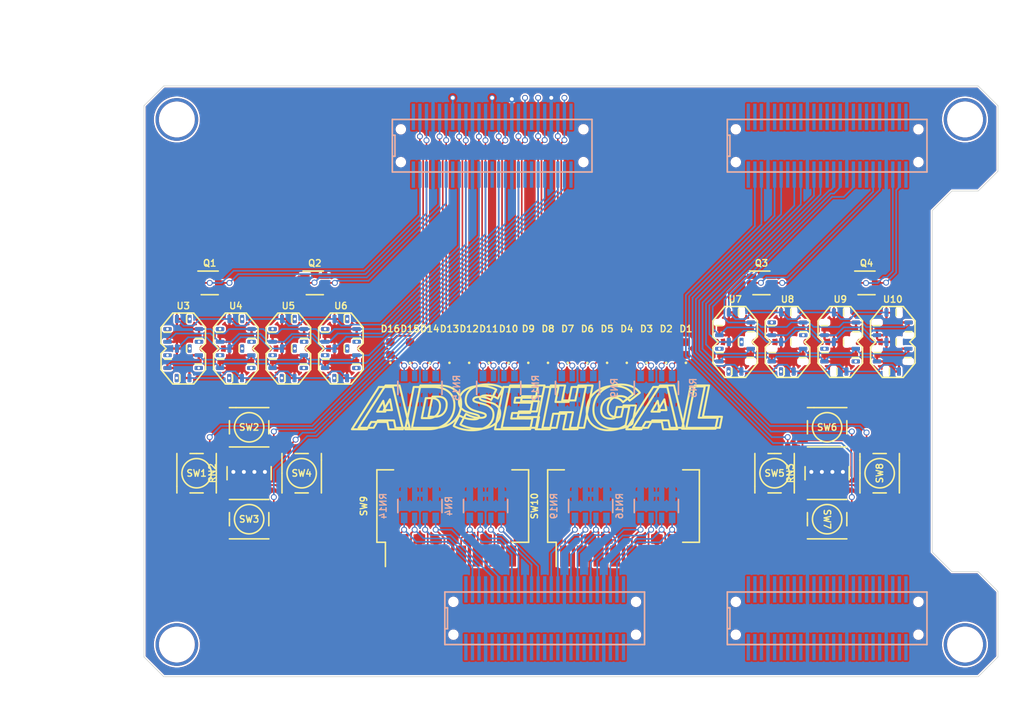
<source format=kicad_pcb>
(kicad_pcb (version 20200809) (host pcbnew "(5.99.0-2671-gfc0a358ba)")
  (layers (0 "F.Cu" signal) (31 "B.Cu" signal) (34 "B.Paste" user) (35 "F.Paste" user) (36 "B.SilkS" user) (37 "F.SilkS" user) (38 "B.Mask" user) (39 "F.Mask" user) (44 "Edge.Cuts" user))
  (net 0 "")
  (net 1 "GNDREF")
  (net 2 "+3V3")
  (net 3 "Net-(D1-Pad1)")
  (net 4 "/LED1")
  (net 5 "Net-(D2-Pad1)")
  (net 6 "/LED2")
  (net 7 "Net-(D3-Pad1)")
  (net 8 "/LED3")
  (net 9 "Net-(D4-Pad1)")
  (net 10 "/LED4")
  (net 11 "Net-(D5-Pad1)")
  (net 12 "/LED5")
  (net 13 "Net-(D6-Pad1)")
  (net 14 "/LED6")
  (net 15 "Net-(D7-Pad1)")
  (net 16 "/LED7")
  (net 17 "Net-(D8-Pad1)")
  (net 18 "/LED8")
  (net 19 "Net-(D9-Pad1)")
  (net 20 "/LED9")
  (net 21 "Net-(D10-Pad1)")
  (net 22 "/LED10")
  (net 23 "Net-(D11-Pad1)")
  (net 24 "/LED11")
  (net 25 "Net-(D12-Pad1)")
  (net 26 "/LED12")
  (net 27 "Net-(D13-Pad1)")
  (net 28 "/LED13")
  (net 29 "Net-(D14-Pad1)")
  (net 30 "/LED14")
  (net 31 "Net-(D15-Pad1)")
  (net 32 "/LED15")
  (net 33 "Net-(D16-Pad1)")
  (net 34 "+5V")
  (net 35 "/SWL4")
  (net 36 "/SWL3")
  (net 37 "/SWL2")
  (net 38 "/SWL1")
  (net 39 "/SWR4")
  (net 40 "/SWR3")
  (net 41 "/SWR2")
  (net 42 "/SWR1")
  (net 43 "/ANL2")
  (net 44 "Net-(Q1-Pad4)")
  (net 45 "/ANL1")
  (net 46 "Net-(Q1-Pad1)")
  (net 47 "/ANL4")
  (net 48 "Net-(Q2-Pad4)")
  (net 49 "/ANL3")
  (net 50 "/DIP3")
  (net 51 "/DIP2")
  (net 52 "/DIP1")
  (net 53 "/DIP7")
  (net 54 "/DIP6")
  (net 55 "/DIP4")
  (net 56 "/DIP5")
  (net 57 "/DIP11")
  (net 58 "/DIP10")
  (net 59 "/DIP8")
  (net 60 "/DIP9")
  (net 61 "/DIP15")
  (net 62 "/DIP14")
  (net 63 "/DIP12")
  (net 64 "/DIP13")
  (net 65 "Net-(Q2-Pad1)")
  (net 66 "/ANR2")
  (net 67 "Net-(Q3-Pad4)")
  (net 68 "/ANR1")
  (net 69 "Net-(Q3-Pad1)")
  (net 70 "/ANR4")
  (net 71 "Net-(Q4-Pad4)")
  (net 72 "/ANR3")
  (net 73 "Net-(Q4-Pad1)")
  (net 74 "/CL6")
  (net 75 "/CL1")
  (net 76 "/CL5")
  (net 77 "/CL7")
  (net 78 "/CL2")
  (net 79 "/CL4")
  (net 80 "/CL3")
  (net 81 "/CR7")
  (net 82 "/CR6")
  (net 83 "/CR5")
  (net 84 "/CR4")
  (net 85 "/CR3")
  (net 86 "/CR2")
  (net 87 "/CR1")
  (net 88 "/LED16")
  (net 89 "/DIP16")
  (module "Custom_LEDs:0402_7Seg_CA_W_Res" (layer "F.Cu") (at 22.985 32)
    (fp_text reference "U5" (at 0 -3.25 unlocked) (layer "F.SilkS") (effects (font (size 0.5 0.5) (thickness 0.1))))
    (fp_text value "0402_7Seg_CA" hide)
    (pad "1" smd roundrect (at 1.2 -1.485 90) (size 0.3 0.64) (layers "B.Cu" "B.Paste" "B.Mask") (net 75 "/CL1"))
    (pad "2" smd roundrect (at 1.18 0.515 90) (size 0.3 0.64) (layers "B.Cu" "B.Paste" "B.Mask") (net 78 "/CL2"))
    (pad "3" smd roundrect (at 0.47 2.25) (size 0.3 0.64) (layers "B.Cu" "B.Paste" "B.Mask") (net 80 "/CL3"))
    (pad "4" smd roundrect (at -1.2 1.485 90) (size 0.3 0.64) (layers "B.Cu" "B.Paste" "B.Mask") (net 79 "/CL4"))
    (pad "5" smd roundrect (at -1.2 -0.515 90) (size 0.3 0.64) (layers "B.Cu" "B.Paste" "B.Mask") (net 76 "/CL5"))
    (pad "6" smd roundrect (at -0.485 -2.25) (size 0.3 0.64) (layers "B.Cu" "B.Paste" "B.Mask") (net 74 "/CL6"))
    (pad "7" smd roundrect (at -0.485 0) (size 0.3 0.64) (layers "B.Cu" "B.Paste" "B.Mask") (net 77 "/CL7"))
    (pad "8" smd roundrect (at -0.485 -2.25) (size 0.3 0.64) (layers "F.Cu" "F.Paste" "F.Mask") (net 65 "Net-(Q2-Pad1)"))
    (pad "8" smd roundrect (at 1.18 0.515 90) (size 0.3 0.64) (layers "F.Cu" "F.Paste" "F.Mask") (net 65 "Net-(Q2-Pad1)"))
    (pad "8" smd roundrect (at -1.2 1.485 90) (size 0.3 0.64) (layers "F.Cu" "F.Paste" "F.Mask") (net 65 "Net-(Q2-Pad1)"))
    (pad "8" smd roundrect (at 0.47 2.25) (size 0.3 0.64) (layers "F.Cu" "F.Paste" "F.Mask") (net 65 "Net-(Q2-Pad1)"))
    (pad "8" smd roundrect (at -0.485 0) (size 0.3 0.64) (layers "F.Cu" "F.Paste" "F.Mask") (net 65 "Net-(Q2-Pad1)"))
    (pad "8" smd roundrect (at 1.2 -1.485 90) (size 0.3 0.64) (layers "F.Cu" "F.Paste" "F.Mask") (net 65 "Net-(Q2-Pad1)"))
    (pad "8" smd roundrect (at -1.2 -0.515 90) (size 0.3 0.64) (layers "F.Cu" "F.Paste" "F.Mask") (net 65 "Net-(Q2-Pad1)"))
    (pad "9" thru_hole roundrect (at 1.2 -0.515 90) (size 0.3 0.64) (drill 0.2) (layers *.Cu *.Mask))
    (pad "10" thru_hole roundrect (at 1.18 1.485 90) (size 0.3 0.64) (drill 0.2) (layers *.Cu *.Mask))
    (pad "11" thru_hole roundrect (at -0.5 2.25) (size 0.3 0.64) (drill 0.2) (layers *.Cu *.Mask))
    (pad "12" thru_hole roundrect (at -1.2 0.515 90) (size 0.3 0.64) (drill 0.2) (layers *.Cu *.Mask))
    (pad "13" thru_hole roundrect (at -1.2 -1.485 90) (size 0.3 0.64) (drill 0.2) (layers *.Cu *.Mask))
    (pad "14" thru_hole roundrect (at 0.485 -2.25) (size 0.3 0.64) (drill 0.2) (layers *.Cu *.Mask))
    (pad "15" thru_hole roundrect (at 0.485 0) (size 0.3 0.64) (drill 0.2) (layers *.Cu *.Mask))
  )
  (module "LED_SMD:LED_0402_1005Metric" (layer "F.Cu") (at 32.25 32 90)
    (fp_text reference "D15" (at 1.5 0) (layer "F.SilkS") (effects (font (size 0.5 0.5) (thickness 0.1))))
    (fp_text value "LED")
    (pad "1" smd roundrect (at -0.485 0 90) (size 0.59 0.64) (layers "F.Cu" "F.Paste" "F.Mask") (net 31 "Net-(D15-Pad1)"))
    (pad "2" smd roundrect (at 0.485 0 90) (size 0.59 0.64) (layers "F.Cu" "F.Paste" "F.Mask") (net 32 "/LED15"))
  )
  (module "Custom_LEDs:0402_7Seg_CA_W_Res" (layer "F.Cu") (at 26.985 32)
    (fp_text reference "U6" (at 0 -3.25 unlocked) (layer "F.SilkS") (effects (font (size 0.5 0.5) (thickness 0.1))))
    (fp_text value "0402_7Seg_CA" hide)
    (pad "1" smd roundrect (at 1.2 -1.485 90) (size 0.3 0.64) (layers "B.Cu" "B.Paste" "B.Mask") (net 75 "/CL1"))
    (pad "2" smd roundrect (at 1.18 0.515 90) (size 0.3 0.64) (layers "B.Cu" "B.Paste" "B.Mask") (net 78 "/CL2"))
    (pad "3" smd roundrect (at 0.47 2.25) (size 0.3 0.64) (layers "B.Cu" "B.Paste" "B.Mask") (net 80 "/CL3"))
    (pad "4" smd roundrect (at -1.2 1.485 90) (size 0.3 0.64) (layers "B.Cu" "B.Paste" "B.Mask") (net 79 "/CL4"))
    (pad "5" smd roundrect (at -1.2 -0.515 90) (size 0.3 0.64) (layers "B.Cu" "B.Paste" "B.Mask") (net 76 "/CL5"))
    (pad "6" smd roundrect (at -0.485 -2.25) (size 0.3 0.64) (layers "B.Cu" "B.Paste" "B.Mask") (net 74 "/CL6"))
    (pad "7" smd roundrect (at -0.485 0) (size 0.3 0.64) (layers "B.Cu" "B.Paste" "B.Mask") (net 77 "/CL7"))
    (pad "8" smd roundrect (at 0.47 2.25) (size 0.3 0.64) (layers "F.Cu" "F.Paste" "F.Mask") (net 48 "Net-(Q2-Pad4)"))
    (pad "8" smd roundrect (at 1.2 -1.485 90) (size 0.3 0.64) (layers "F.Cu" "F.Paste" "F.Mask") (net 48 "Net-(Q2-Pad4)"))
    (pad "8" smd roundrect (at -0.485 0) (size 0.3 0.64) (layers "F.Cu" "F.Paste" "F.Mask") (net 48 "Net-(Q2-Pad4)"))
    (pad "8" smd roundrect (at -1.2 -0.515 90) (size 0.3 0.64) (layers "F.Cu" "F.Paste" "F.Mask") (net 48 "Net-(Q2-Pad4)"))
    (pad "8" smd roundrect (at -1.2 1.485 90) (size 0.3 0.64) (layers "F.Cu" "F.Paste" "F.Mask") (net 48 "Net-(Q2-Pad4)"))
    (pad "8" smd roundrect (at 1.18 0.515 90) (size 0.3 0.64) (layers "F.Cu" "F.Paste" "F.Mask") (net 48 "Net-(Q2-Pad4)"))
    (pad "8" smd roundrect (at -0.485 -2.25) (size 0.3 0.64) (layers "F.Cu" "F.Paste" "F.Mask") (net 48 "Net-(Q2-Pad4)"))
    (pad "9" thru_hole roundrect (at 1.2 -0.515 90) (size 0.3 0.64) (drill 0.2) (layers *.Cu *.Mask))
    (pad "10" thru_hole roundrect (at 1.18 1.485 90) (size 0.3 0.64) (drill 0.2) (layers *.Cu *.Mask))
    (pad "11" thru_hole roundrect (at -0.5 2.25) (size 0.3 0.64) (drill 0.2) (layers *.Cu *.Mask))
    (pad "12" thru_hole roundrect (at -1.2 0.515 90) (size 0.3 0.64) (drill 0.2) (layers *.Cu *.Mask))
    (pad "13" thru_hole roundrect (at -1.2 -1.485 90) (size 0.3 0.64) (drill 0.2) (layers *.Cu *.Mask))
    (pad "14" thru_hole roundrect (at 0.485 -2.25) (size 0.3 0.64) (drill 0.2) (layers *.Cu *.Mask))
    (pad "15" thru_hole roundrect (at 0.485 0) (size 0.3 0.64) (drill 0.2) (layers *.Cu *.Mask))
  )
  (module "Package_TO_SOT_SMD:SOT-563" (layer "F.Cu") (at 67 27)
    (fp_text reference "Q4" (at 0 -1.5) (layer "F.SilkS") (effects (font (size 0.5 0.5) (thickness 0.1))))
    (fp_text value "NTZD3152P")
    (pad "1" smd rect (at -0.75 -0.5) (size 0.7 0.4) (layers "F.Cu" "F.Paste" "F.Mask") (net 73 "Net-(Q4-Pad1)"))
    (pad "2" smd rect (at -0.75 0) (size 0.7 0.4) (layers "F.Cu" "F.Paste" "F.Mask") (net 72 "/ANR3"))
    (pad "3" smd rect (at -0.75 0.5) (size 0.7 0.4) (layers "F.Cu" "F.Paste" "F.Mask") (net 2 "+3V3"))
    (pad "4" smd rect (at 0.75 0.5) (size 0.7 0.4) (layers "F.Cu" "F.Paste" "F.Mask") (net 71 "Net-(Q4-Pad4)"))
    (pad "5" smd rect (at 0.75 0) (size 0.7 0.4) (layers "F.Cu" "F.Paste" "F.Mask") (net 70 "/ANR4"))
    (pad "6" smd rect (at 0.75 -0.5) (size 0.7 0.4) (layers "F.Cu" "F.Paste" "F.Mask") (net 2 "+3V3"))
  )
  (module "LED_SMD:LED_0402_1005Metric" (layer "F.Cu") (at 45.75 32 90)
    (fp_text reference "D6" (at 1.5 0) (layer "F.SilkS") (effects (font (size 0.5 0.5) (thickness 0.1))))
    (fp_text value "LED")
    (pad "1" smd roundrect (at -0.485 0 90) (size 0.59 0.64) (layers "F.Cu" "F.Paste" "F.Mask") (net 13 "Net-(D6-Pad1)"))
    (pad "2" smd roundrect (at 0.485 0 90) (size 0.59 0.64) (layers "F.Cu" "F.Paste" "F.Mask") (net 14 "/LED6"))
  )
  (module "Alchitry_Footprints:Alchitry_Bottom" (layer "F.Cu") (at 12 57.050001)
    (fp_text reference "U1" hide)
    (fp_text value "Alchitry_Single" hide)
    (fp_circle (center 2.5 -2.5) (end 4 -2.5) (layer "F.Cu") (width 0.254))
    (fp_circle (center 2.5 -42.5) (end 4 -42.5) (layer "F.Cu") (width 0.254))
    (fp_circle (center 62.5 -2.5) (end 64 -2.5) (layer "F.Cu") (width 0.254))
    (fp_circle (center 62.5 -42.5) (end 64 -42.5) (layer "F.Cu") (width 0.254))
    (fp_circle (center 62.5 -2.5) (end 64 -2.5) (layer "B.Cu") (width 0.254))
    (fp_circle (center 62.5 -42.5) (end 64 -42.5) (layer "B.Cu") (width 0.254))
    (fp_circle (center 2.5 -2.5) (end 4 -2.5) (layer "B.Cu") (width 0.254))
    (fp_circle (center 2.5 -42.5) (end 4 -42.5) (layer "B.Cu") (width 0.254))
    (pad "A_1" smd rect (at 20.5 -38.3) (size 0.25 2) (layers "B.Cu" "B.Paste" "B.Mask") (net 34 "+5V"))
    (pad "A_2" smd rect (at 21 -38.3) (size 0.25 2) (layers "B.Cu" "B.Paste" "B.Mask") (net 45 "/ANL1"))
    (pad "A_3" smd rect (at 21.5 -38.3) (size 0.25 2) (layers "B.Cu" "B.Paste" "B.Mask") (net 43 "/ANL2"))
    (pad "A_4" smd rect (at 22 -38.3) (size 0.25 2) (layers "B.Cu" "B.Paste" "B.Mask") (net 1 "GNDREF"))
    (pad "A_5" smd rect (at 22.5 -38.3) (size 0.25 2) (layers "B.Cu" "B.Paste" "B.Mask") (net 49 "/ANL3"))
    (pad "A_6" smd rect (at 23 -38.3) (size 0.25 2) (layers "B.Cu" "B.Paste" "B.Mask") (net 47 "/ANL4"))
    (pad "A_7" smd rect (at 23.5 -38.3) (size 0.25 2) (layers "B.Cu" "B.Paste" "B.Mask") (net 2 "+3V3"))
    (pad "A_8" smd rect (at 24 -38.3) (size 0.25 2) (layers "B.Cu" "B.Paste" "B.Mask") (net 74 "/CL6"))
    (pad "A_9" smd rect (at 24.5 -38.3) (size 0.25 2) (layers "B.Cu" "B.Paste" "B.Mask") (net 75 "/CL1"))
    (pad "A_10" smd rect (at 25 -38.3) (size 0.25 2) (layers "B.Cu" "B.Paste" "B.Mask") (net 1 "GNDREF"))
    (pad "A_11" smd rect (at 25.5 -38.3) (size 0.25 2) (layers "B.Cu" "B.Paste" "B.Mask") (net 76 "/CL5"))
    (pad "A_12" smd rect (at 26 -38.3) (size 0.25 2) (layers "B.Cu" "B.Paste" "B.Mask") (net 77 "/CL7"))
    (pad "A_13" smd rect (at 26.5 -38.3) (size 0.25 2) (layers "B.Cu" "B.Paste" "B.Mask") (net 2 "+3V3"))
    (pad "A_14" smd rect (at 27 -38.3) (size 0.25 2) (layers "B.Cu" "B.Paste" "B.Mask") (net 78 "/CL2"))
    (pad "A_15" smd rect (at 27.5 -38.3) (size 0.25 2) (layers "B.Cu" "B.Paste" "B.Mask") (net 79 "/CL4"))
    (pad "A_16" smd rect (at 28 -38.3) (size 0.25 2) (layers "B.Cu" "B.Paste" "B.Mask") (net 1 "GNDREF"))
    (pad "A_17" smd rect (at 28.5 -38.3) (size 0.25 2) (layers "B.Cu" "B.Paste" "B.Mask") (net 80 "/CL3"))
    (pad "A_18" smd rect (at 29 -38.3) (size 0.25 2) (layers "B.Cu" "B.Paste" "B.Mask"))
    (pad "A_19" smd rect (at 29.5 -38.3) (size 0.25 2) (layers "B.Cu" "B.Paste" "B.Mask") (net 2 "+3V3"))
    (pad "A_20" smd rect (at 30 -38.3) (size 0.25 2) (layers "B.Cu" "B.Paste" "B.Mask") (net 36 "/SWL3"))
    (pad "A_21" smd rect (at 30.5 -38.3) (size 0.25 2) (layers "B.Cu" "B.Paste" "B.Mask") (net 38 "/SWL1"))
    (pad "A_22" smd rect (at 31 -38.3) (size 0.25 2) (layers "B.Cu" "B.Paste" "B.Mask") (net 1 "GNDREF"))
    (pad "A_23" smd rect (at 31.5 -38.3) (size 0.25 2) (layers "B.Cu" "B.Paste" "B.Mask") (net 35 "/SWL4"))
    (pad "A_24" smd rect (at 32 -38.3) (size 0.25 2) (layers "B.Cu" "B.Paste" "B.Mask") (net 37 "/SWL2"))
    (pad "A_25" smd rect (at 32.5 -38.3) (size 0.25 2) (layers "B.Cu" "B.Paste" "B.Mask") (net 2 "+3V3"))
    (pad "A_26" smd rect (at 32.5 -42.7) (size 0.25 2) (layers "B.Cu" "B.Paste" "B.Mask") (net 2 "+3V3"))
    (pad "A_27" smd rect (at 32 -42.7) (size 0.25 2) (layers "B.Cu" "B.Paste" "B.Mask") (net 4 "/LED1"))
    (pad "A_28" smd rect (at 31.5 -42.7) (size 0.25 2) (layers "B.Cu" "B.Paste" "B.Mask") (net 6 "/LED2"))
    (pad "A_29" smd rect (at 31 -42.7) (size 0.25 2) (layers "B.Cu" "B.Paste" "B.Mask") (net 1 "GNDREF"))
    (pad "A_30" smd rect (at 30.5 -42.7) (size 0.25 2) (layers "B.Cu" "B.Paste" "B.Mask") (net 8 "/LED3"))
    (pad "A_31" smd rect (at 30 -42.7) (size 0.25 2) (layers "B.Cu" "B.Paste" "B.Mask") (net 10 "/LED4"))
    (pad "A_32" smd rect (at 29.5 -42.7) (size 0.25 2) (layers "B.Cu" "B.Paste" "B.Mask") (net 2 "+3V3"))
    (pad "A_33" smd rect (at 29 -42.7) (size 0.25 2) (layers "B.Cu" "B.Paste" "B.Mask") (net 12 "/LED5"))
    (pad "A_34" smd rect (at 28.5 -42.7) (size 0.25 2) (layers "B.Cu" "B.Paste" "B.Mask") (net 14 "/LED6"))
    (pad "A_35" smd rect (at 28 -42.7) (size 0.25 2) (layers "B.Cu" "B.Paste" "B.Mask") (net 1 "GNDREF"))
    (pad "A_36" smd rect (at 27.5 -42.7) (size 0.25 2) (layers "B.Cu" "B.Paste" "B.Mask") (net 16 "/LED7"))
    (pad "A_37" smd rect (at 27 -42.7) (size 0.25 2) (layers "B.Cu" "B.Paste" "B.Mask") (net 18 "/LED8"))
    (pad "A_38" smd rect (at 26.5 -42.7) (size 0.25 2) (layers "B.Cu" "B.Paste" "B.Mask") (net 2 "+3V3"))
    (pad "A_39" smd rect (at 26 -42.7) (size 0.25 2) (layers "B.Cu" "B.Paste" "B.Mask") (net 20 "/LED9"))
    (pad "A_40" smd rect (at 25.5 -42.7) (size 0.25 2) (layers "B.Cu" "B.Paste" "B.Mask") (net 22 "/LED10"))
    (pad "A_41" smd rect (at 25 -42.7) (size 0.25 2) (layers "B.Cu" "B.Paste" "B.Mask") (net 1 "GNDREF"))
    (pad "A_42" smd rect (at 24.5 -42.7) (size 0.25 2) (layers "B.Cu" "B.Paste" "B.Mask") (net 24 "/LED11"))
    (pad "A_43" smd rect (at 24 -42.7) (size 0.25 2) (layers "B.Cu" "B.Paste" "B.Mask") (net 26 "/LED12"))
    (pad "A_44" smd rect (at 23.5 -42.7) (size 0.25 2) (layers "B.Cu" "B.Paste" "B.Mask") (net 2 "+3V3"))
    (pad "A_45" smd rect (at 23 -42.7) (size 0.25 2) (layers "B.Cu" "B.Paste" "B.Mask") (net 28 "/LED13"))
    (pad "A_46" smd rect (at 22.5 -42.7) (size 0.25 2) (layers "B.Cu" "B.Paste" "B.Mask") (net 30 "/LED14"))
    (pad "A_47" smd rect (at 22 -42.7) (size 0.25 2) (layers "B.Cu" "B.Paste" "B.Mask") (net 1 "GNDREF"))
    (pad "A_48" smd rect (at 21.5 -42.7) (size 0.25 2) (layers "B.Cu" "B.Paste" "B.Mask") (net 32 "/LED15"))
    (pad "A_49" smd rect (at 21 -42.7) (size 0.25 2) (layers "B.Cu" "B.Paste" "B.Mask") (net 88 "/LED16"))
    (pad "A_50" smd rect (at 20.5 -42.7) (size 0.25 2) (layers "B.Cu" "B.Paste" "B.Mask") (net 34 "+5V"))
    (pad "B_1" smd rect (at 46 -38.3) (size 0.25 2) (layers "B.Cu" "B.Paste" "B.Mask") (net 34 "+5V"))
    (pad "B_2" smd rect (at 46.5 -38.3) (size 0.25 2) (layers "B.Cu" "B.Paste" "B.Mask") (net 41 "/SWR2"))
    (pad "B_3" smd rect (at 47 -38.3) (size 0.25 2) (layers "B.Cu" "B.Paste" "B.Mask") (net 40 "/SWR3"))
    (pad "B_4" smd rect (at 47.5 -38.3) (size 0.25 2) (layers "B.Cu" "B.Paste" "B.Mask") (net 1 "GNDREF"))
    (pad "B_5" smd rect (at 48 -38.3) (size 0.25 2) (layers "B.Cu" "B.Paste" "B.Mask") (net 42 "/SWR1"))
    (pad "B_6" smd rect (at 48.5 -38.3) (size 0.25 2) (layers "B.Cu" "B.Paste" "B.Mask") (net 39 "/SWR4"))
    (pad "B_7" smd rect (at 49 -38.3) (size 0.25 2) (layers "B.Cu" "B.Paste" "B.Mask") (net 2 "+3V3"))
    (pad "B_8" smd rect (at 49.5 -38.3) (size 0.25 2) (layers "B.Cu" "B.Paste" "B.Mask") (net 85 "/CR3"))
    (pad "B_9" smd rect (at 50 -38.3) (size 0.25 2) (layers "B.Cu" "B.Paste" "B.Mask") (net 84 "/CR4"))
    (pad "B_10" smd rect (at 50.5 -38.3) (size 0.25 2) (layers "B.Cu" "B.Paste" "B.Mask") (net 1 "GNDREF"))
    (pad "B_11" smd rect (at 51 -38.3) (size 0.25 2) (layers "B.Cu" "B.Paste" "B.Mask") (net 86 "/CR2"))
    (pad "B_12" smd rect (at 51.5 -38.3) (size 0.25 2) (layers "B.Cu" "B.Paste" "B.Mask") (net 81 "/CR7"))
    (pad "B_13" smd rect (at 52 -38.3) (size 0.25 2) (layers "B.Cu" "B.Paste" "B.Mask") (net 2 "+3V3"))
    (pad "B_14" smd rect (at 52.5 -38.3) (size 0.25 2) (layers "B.Cu" "B.Paste" "B.Mask") (net 83 "/CR5"))
    (pad "B_15" smd rect (at 53 -38.3) (size 0.25 2) (layers "B.Cu" "B.Paste" "B.Mask") (net 87 "/CR1"))
    (pad "B_16" smd rect (at 53.5 -38.3) (size 0.25 2) (layers "B.Cu" "B.Paste" "B.Mask") (net 1 "GNDREF"))
    (pad "B_17" smd rect (at 54 -38.3) (size 0.25 2) (layers "B.Cu" "B.Paste" "B.Mask") (net 82 "/CR6"))
    (pad "B_18" smd rect (at 54.5 -38.3) (size 0.25 2) (layers "B.Cu" "B.Paste" "B.Mask"))
    (pad "B_19" smd rect (at 55 -38.3) (size 0.25 2) (layers "B.Cu" "B.Paste" "B.Mask") (net 2 "+3V3"))
    (pad "B_20" smd rect (at 55.5 -38.3) (size 0.25 2) (layers "B.Cu" "B.Paste" "B.Mask") (net 68 "/ANR1"))
    (pad "B_21" smd rect (at 56 -38.3) (size 0.25 2) (layers "B.Cu" "B.Paste" "B.Mask") (net 66 "/ANR2"))
    (pad "B_22" smd rect (at 56.5 -38.3) (size 0.25 2) (layers "B.Cu" "B.Paste" "B.Mask") (net 1 "GNDREF"))
    (pad "B_23" smd rect (at 57 -38.3) (size 0.25 2) (layers "B.Cu" "B.Paste" "B.Mask") (net 72 "/ANR3"))
    (pad "B_24" smd rect (at 57.5 -38.3) (size 0.25 2) (layers "B.Cu" "B.Paste" "B.Mask") (net 70 "/ANR4"))
    (pad "B_25" smd rect (at 58 -38.3) (size 0.25 2) (layers "B.Cu" "B.Paste" "B.Mask") (net 2 "+3V3"))
    (pad "B_26" smd rect (at 58 -42.7) (size 0.25 2) (layers "B.Cu" "B.Paste" "B.Mask") (net 2 "+3V3"))
    (pad "B_27" smd rect (at 57.5 -42.7) (size 0.25 2) (layers "B.Cu" "B.Paste" "B.Mask"))
    (pad "B_28" smd rect (at 57 -42.7) (size 0.25 2) (layers "B.Cu" "B.Paste" "B.Mask"))
    (pad "B_29" smd rect (at 56.5 -42.7) (size 0.25 2) (layers "B.Cu" "B.Paste" "B.Mask") (net 1 "GNDREF"))
    (pad "B_30" smd rect (at 56 -42.7) (size 0.25 2) (layers "B.Cu" "B.Paste" "B.Mask"))
    (pad "B_31" smd rect (at 55.5 -42.7) (size 0.25 2) (layers "B.Cu" "B.Paste" "B.Mask"))
    (pad "B_32" smd rect (at 55 -42.7) (size 0.25 2) (layers "B.Cu" "B.Paste" "B.Mask") (net 2 "+3V3"))
    (pad "B_33" smd rect (at 54.5 -42.7) (size 0.25 2) (layers "B.Cu" "B.Paste" "B.Mask"))
    (pad "B_34" smd rect (at 54 -42.7) (size 0.25 2) (layers "B.Cu" "B.Paste" "B.Mask"))
    (pad "B_35" smd rect (at 53.5 -42.7) (size 0.25 2) (layers "B.Cu" "B.Paste" "B.Mask") (net 1 "GNDREF"))
    (pad "B_36" smd rect (at 53 -42.7) (size 0.25 2) (layers "B.Cu" "B.Paste" "B.Mask"))
    (pad "B_37" smd rect (at 52.5 -42.7) (size 0.25 2) (layers "B.Cu" "B.Paste" "B.Mask"))
    (pad "B_38" smd rect (at 52 -42.7) (size 0.25 2) (layers "B.Cu" "B.Paste" "B.Mask") (net 2 "+3V3"))
    (pad "B_39" smd rect (at 51.5 -42.7) (size 0.25 2) (layers "B.Cu" "B.Paste" "B.Mask"))
    (pad "B_40" smd rect (at 51 -42.7) (size 0.25 2) (layers "B.Cu" "B.Paste" "B.Mask"))
    (pad "B_41" smd rect (at 50.5 -42.7) (size 0.25 2) (layers "B.Cu" "B.Paste" "B.Mask") (net 1 "GNDREF"))
    (pad "B_42" smd rect (at 50 -42.7) (size 0.25 2) (layers "B.Cu" "B.Paste" "B.Mask"))
    (pad "B_43" smd rect (at 49.5 -42.7) (size 0.25 2) (layers "B.Cu" "B.Paste" "B.Mask"))
    (pad "B_44" smd rect (at 49 -42.7) (size 0.25 2) (layers "B.Cu" "B.Paste" "B.Mask") (net 2 "+3V3"))
    (pad "B_45" smd rect (at 48.5 -42.7) (size 0.25 2) (layers "B.Cu" "B.Paste" "B.Mask"))
    (pad "B_46" smd rect (at 48 -42.7) (size 0.25 2) (layers "B.Cu" "B.Paste" "B.Mask"))
    (pad "B_47" smd rect (at 47.5 -42.7) (size 0.25 2) (layers "B.Cu" "B.Paste" "B.Mask") (net 1 "GNDREF"))
    (pad "B_48" smd rect (at 47 -42.7) (size 0.25 2) (layers "B.Cu" "B.Paste" "B.Mask"))
    (pad "B_49" smd rect (at 46.5 -42.7) (size 0.25 2) (layers "B.Cu" "B.Paste" "B.Mask"))
    (pad "B_50" smd rect (at 46 -42.7) (size 0.25 2) (layers "B.Cu" "B.Paste" "B.Mask") (net 34 "+5V"))
    (pad "C_1" smd rect (at 24.5 -2.3) (size 0.25 2) (layers "B.Cu" "B.Paste" "B.Mask") (net 34 "+5V"))
    (pad "C_2" smd rect (at 25 -2.3) (size 0.25 2) (layers "B.Cu" "B.Paste" "B.Mask"))
    (pad "C_3" smd rect (at 25.5 -2.3) (size 0.25 2) (layers "B.Cu" "B.Paste" "B.Mask"))
    (pad "C_4" smd rect (at 26 -2.3) (size 0.25 2) (layers "B.Cu" "B.Paste" "B.Mask") (net 1 "GNDREF"))
    (pad "C_5" smd rect (at 26.5 -2.3) (size 0.25 2) (layers "B.Cu" "B.Paste" "B.Mask"))
    (pad "C_6" smd rect (at 27 -2.3) (size 0.25 2) (layers "B.Cu" "B.Paste" "B.Mask"))
    (pad "C_7" smd rect (at 27.5 -2.3) (size 0.25 2) (layers "B.Cu" "B.Paste" "B.Mask") (net 2 "+3V3"))
    (pad "C_8" smd rect (at 28 -2.3) (size 0.25 2) (layers "B.Cu" "B.Paste" "B.Mask"))
    (pad "C_9" smd rect (at 28.5 -2.3) (size 0.25 2) (layers "B.Cu" "B.Paste" "B.Mask"))
    (pad "C_10" smd rect (at 29 -2.3) (size 0.25 2) (layers "B.Cu" "B.Paste" "B.Mask") (net 1 "GNDREF"))
    (pad "C_11" smd rect (at 29.5 -2.3) (size 0.25 2) (layers "B.Cu" "B.Paste" "B.Mask"))
    (pad "C_12" smd rect (at 30 -2.3) (size 0.25 2) (layers "B.Cu" "B.Paste" "B.Mask"))
    (pad "C_13" smd rect (at 30.5 -2.3) (size 0.25 2) (layers "B.Cu" "B.Paste" "B.Mask") (net 2 "+3V3"))
    (pad "C_14" smd rect (at 31 -2.3) (size 0.25 2) (layers "B.Cu" "B.Paste" "B.Mask"))
    (pad "C_15" smd rect (at 31.5 -2.3) (size 0.25 2) (layers "B.Cu" "B.Paste" "B.Mask"))
    (pad "C_16" smd rect (at 32 -2.3) (size 0.25 2) (layers "B.Cu" "B.Paste" "B.Mask") (net 1 "GNDREF"))
    (pad "C_17" smd rect (at 32.5 -2.3) (size 0.25 2) (layers "B.Cu" "B.Paste" "B.Mask"))
    (pad "C_18" smd rect (at 33 -2.3) (size 0.25 2) (layers "B.Cu" "B.Paste" "B.Mask"))
    (pad "C_19" smd rect (at 33.5 -2.3) (size 0.25 2) (layers "B.Cu" "B.Paste" "B.Mask") (net 2 "+3V3"))
    (pad "C_20" smd rect (at 34 -2.3) (size 0.25 2) (layers "B.Cu" "B.Paste" "B.Mask"))
    (pad "C_21" smd rect (at 34.5 -2.3) (size 0.25 2) (layers "B.Cu" "B.Paste" "B.Mask"))
    (pad "C_22" smd rect (at 35 -2.3) (size 0.25 2) (layers "B.Cu" "B.Paste" "B.Mask") (net 1 "GNDREF"))
    (pad "C_23" smd rect (at 35.5 -2.3) (size 0.25 2) (layers "B.Cu" "B.Paste" "B.Mask"))
    (pad "C_24" smd rect (at 36 -2.3) (size 0.25 2) (layers "B.Cu" "B.Paste" "B.Mask"))
    (pad "C_25" smd rect (at 36.5 -2.3) (size 0.25 2) (layers "B.Cu" "B.Paste" "B.Mask") (net 2 "+3V3"))
    (pad "C_26" smd rect (at 36.5 -6.7) (size 0.25 2) (layers "B.Cu" "B.Paste" "B.Mask") (net 2 "+3V3"))
    (pad "C_27" smd rect (at 36 -6.7) (size 0.25 2) (layers "B.Cu" "B.Paste" "B.Mask") (net 52 "/DIP1"))
    (pad "C_28" smd rect (at 35.5 -6.7) (size 0.25 2) (layers "B.Cu" "B.Paste" "B.Mask") (net 51 "/DIP2"))
    (pad "C_29" smd rect (at 35 -6.7) (size 0.25 2) (layers "B.Cu" "B.Paste" "B.Mask") (net 1 "GNDREF"))
    (pad "C_30" smd rect (at 34.5 -6.7) (size 0.25 2) (layers "B.Cu" "B.Paste" "B.Mask") (net 50 "/DIP3"))
    (pad "C_31" smd rect (at 34 -6.7) (size 0.25 2) (layers "B.Cu" "B.Paste" "B.Mask") (net 55 "/DIP4"))
    (pad "C_32" smd rect (at 33.5 -6.7) (size 0.25 2) (layers "B.Cu" "B.Paste" "B.Mask") (net 2 "+3V3"))
    (pad "C_33" smd rect (at 33 -6.7) (size 0.25 2) (layers "B.Cu" "B.Paste" "B.Mask") (net 56 "/DIP5"))
    (pad "C_34" smd rect (at 32.5 -6.7) (size 0.25 2) (layers "B.Cu" "B.Paste" "B.Mask") (net 54 "/DIP6"))
    (pad "C_35" smd rect (at 32 -6.7) (size 0.25 2) (layers "B.Cu" "B.Paste" "B.Mask") (net 1 "GNDREF"))
    (pad "C_36" smd rect (at 31.5 -6.7) (size 0.25 2) (layers "B.Cu" "B.Paste" "B.Mask") (net 53 "/DIP7"))
    (pad "C_37" smd rect (at 31 -6.7) (size 0.25 2) (layers "B.Cu" "B.Paste" "B.Mask") (net 59 "/DIP8"))
    (pad "C_38" smd rect (at 30.5 -6.7) (size 0.25 2) (layers "B.Cu" "B.Paste" "B.Mask") (net 2 "+3V3"))
    (pad "C_39" smd rect (at 30 -6.7) (size 0.25 2) (layers "B.Cu" "B.Paste" "B.Mask") (net 60 "/DIP9"))
    (pad "C_40" smd rect (at 29.5 -6.7) (size 0.25 2) (layers "B.Cu" "B.Paste" "B.Mask") (net 58 "/DIP10"))
    (pad "C_41" smd rect (at 29 -6.7) (size 0.25 2) (layers "B.Cu" "B.Paste" "B.Mask") (net 1 "GNDREF"))
    (pad "C_42" smd rect (at 28.5 -6.7) (size 0.25 2) (layers "B.Cu" "B.Paste" "B.Mask") (net 57 "/DIP11"))
    (pad "C_43" smd rect (at 28 -6.7) (size 0.25 2) (layers "B.Cu" "B.Paste" "B.Mask") (net 63 "/DIP12"))
    (pad "C_44" smd rect (at 27.5 -6.7) (size 0.25 2) (layers "B.Cu" "B.Paste" "B.Mask") (net 2 "+3V3"))
    (pad "C_45" smd rect (at 27 -6.7) (size 0.25 2) (layers "B.Cu" "B.Paste" "B.Mask") (net 64 "/DIP13"))
    (pad "C_46" smd rect (at 26.5 -6.7) (size 0.25 2) (layers "B.Cu" "B.Paste" "B.Mask") (net 62 "/DIP14"))
    (pad "C_47" smd rect (at 26 -6.7) (size 0.25 2) (layers "B.Cu" "B.Paste" "B.Mask") (net 1 "GNDREF"))
    (pad "C_48" smd rect (at 25.5 -6.7) (size 0.25 2) (layers "B.Cu" "B.Paste" "B.Mask") (net 61 "/DIP15"))
    (pad "C_49" smd rect (at 25 -6.7) (size 0.25 2) (layers "B.Cu" "B.Paste" "B.Mask") (net 89 "/DIP16"))
    (pad "C_50" smd rect (at 24.5 -6.7) (size 0.25 2) (layers "B.Cu" "B.Paste" "B.Mask") (net 34 "+5V"))
    (pad "D_1" smd rect (at 46 -2.3) (size 0.25 2) (layers "B.Cu" "B.Paste" "B.Mask") (net 34 "+5V"))
    (pad "D_2" smd rect (at 46.5 -2.3) (size 0.25 2) (layers "B.Cu" "B.Paste" "B.Mask"))
    (pad "D_3" smd rect (at 47 -2.3) (size 0.25 2) (layers "B.Cu" "B.Paste" "B.Mask"))
    (pad "D_4" smd rect (at 47.5 -2.3) (size 0.25 2) (layers "B.Cu" "B.Paste" "B.Mask") (net 1 "GNDREF"))
    (pad "D_5" smd rect (at 48 -2.3) (size 0.25 2) (layers "B.Cu" "B.Paste" "B.Mask"))
    (pad "D_6" smd rect (at 48.5 -2.3) (size 0.25 2) (layers "B.Cu" "B.Paste" "B.Mask"))
    (pad "D_7" smd rect (at 49 -2.3) (size 0.25 2) (layers "B.Cu" "B.Paste" "B.Mask") (net 2 "+3V3"))
    (pad "D_8" smd rect (at 49.5 -2.3) (size 0.25 2) (layers "B.Cu" "B.Paste" "B.Mask"))
    (pad "D_9" smd rect (at 50 -2.3) (size 0.25 2) (layers "B.Cu" "B.Paste" "B.Mask"))
    (pad "D_10" smd rect (at 50.5 -2.3) (size 0.25 2) (layers "B.Cu" "B.Paste" "B.Mask") (net 1 "GNDREF"))
    (pad "D_11" smd rect (at 51 -2.3) (size 0.25 2) (layers "B.Cu" "B.Paste" "B.Mask"))
    (pad "D_12" smd rect (at 51.5 -2.3) (size 0.25 2) (layers "B.Cu" "B.Paste" "B.Mask"))
    (pad "D_13" smd rect (at 52 -2.3) (size 0.25 2) (layers "B.Cu" "B.Paste" "B.Mask") (net 2 "+3V3"))
    (pad "D_14" smd rect (at 52.5 -2.3) (size 0.25 2) (layers "B.Cu" "B.Paste" "B.Mask"))
    (pad "D_15" smd rect (at 53 -2.3) (size 0.25 2) (layers "B.Cu" "B.Paste" "B.Mask"))
    (pad "D_16" smd rect (at 53.5 -2.3) (size 0.25 2) (layers "B.Cu" "B.Paste" "B.Mask") (net 1 "GNDREF"))
    (pad "D_17" smd rect (at 54 -2.3) (size 0.25 2) (layers "B.Cu" "B.Paste" "B.Mask"))
    (pad "D_18" smd rect (at 54.5 -2.3) (size 0.25 2) (layers "B.Cu" "B.Paste" "B.Mask"))
    (pad "D_19" smd rect (at 55 -2.3) (size 0.25 2) (layers "B.Cu" "B.Paste" "B.Mask") (net 2 "+3V3"))
    (pad "D_20" smd rect (at 55.5 -2.3) (size 0.25 2) (layers "B.Cu" "B.Paste" "B.Mask"))
    (pad "D_21" smd rect (at 56 -2.3) (size 0.25 2) (layers "B.Cu" "B.Paste" "B.Mask"))
    (pad "D_22" smd rect (at 56.5 -2.3) (size 0.25 2) (layers "B.Cu" "B.Paste" "B.Mask") (net 1 "GNDREF"))
    (pad "D_23" smd rect (at 57 -2.3) (size 0.25 2) (layers "B.Cu" "B.Paste" "B.Mask"))
    (pad "D_24" smd rect (at 57.5 -2.3) (size 0.25 2) (layers "B.Cu" "B.Paste" "B.Mask"))
    (pad "D_25" smd rect (at 58 -2.3) (size 0.25 2) (layers "B.Cu" "B.Paste" "B.Mask") (net 2 "+3V3"))
    (pad "D_26" smd rect (at 58 -6.7) (size 0.25 2) (layers "B.Cu" "B.Paste" "B.Mask") (net 2 "+3V3"))
    (pad "D_27" smd rect (at 57.5 -6.7) (size 0.25 2) (layers "B.Cu" "B.Paste" "B.Mask"))
    (pad "D_28" smd rect (at 57 -6.7) (size 0.25 2) (layers "B.Cu" "B.Paste" "B.Mask"))
    (pad "D_29" smd rect (at 56.5 -6.7) (size 0.25 2) (layers "B.Cu" "B.Paste" "B.Mask") (net 1 "GNDREF"))
    (pad "D_30" smd rect (at 56 -6.7) (size 0.25 2) (layers "B.Cu" "B.Paste" "B.Mask"))
    (pad "D_31" smd rect (at 55.5 -6.7) (size 0.25 2) (layers "B.Cu" "B.Paste" "B.Mask"))
    (pad "D_32" smd rect (at 55 -6.7) (size 0.25 2) (layers "B.Cu" "B.Paste" "B.Mask") (net 2 "+3V3"))
    (pad "D_33" smd rect (at 54.5 -6.7) (size 0.25 2) (layers "B.Cu" "B.Paste" "B.Mask"))
    (pad "D_34" smd rect (at 54 -6.7) (size 0.25 2) (layers "B.Cu" "B.Paste" "B.Mask"))
    (pad "D_35" smd rect (at 53.5 -6.7) (size 0.25 2) (layers "B.Cu" "B.Paste" "B.Mask") (net 1 "GNDREF"))
    (pad "D_36" smd rect (at 53 -6.7) (size 0.25 2) (layers "B.Cu" "B.Paste" "B.Mask"))
    (pad "D_37" smd rect (at 52.5 -6.7) (size 0.25 2) (layers "B.Cu" "B.Paste" "B.Mask"))
    (pad "D_38" smd rect (at 52 -6.7) (size 0.25 2) (layers "B.Cu" "B.Paste" "B.Mask") (net 2 "+3V3"))
    (pad "D_39" smd rect (at 51.5 -6.7) (size 0.25 2) (layers "B.Cu" "B.Paste" "B.Mask"))
    (pad "D_40" smd rect (at 51 -6.7) (size 0.25 2) (layers "B.Cu" "B.Paste" "B.Mask"))
    (pad "D_41" smd rect (at 50.5 -6.7) (size 0.25 2) (layers "B.Cu" "B.Paste" "B.Mask") (net 1 "GNDREF"))
    (pad "D_42" smd rect (at 50 -6.7) (size 0.25 2) (layers "B.Cu" "B.Paste" "B.Mask"))
    (pad "D_43" smd rect (at 49.5 -6.7) (size 0.25 2) (layers "B.Cu" "B.Paste" "B.Mask"))
    (pad "D_44" smd rect (at 49 -6.7) (size 0.25 2) (layers "B.Cu" "B.Paste" "B.Mask") (net 2 "+3V3"))
    (pad "D_45" smd rect (at 48.5 -6.7) (size 0.25 2) (layers "B.Cu" "B.Paste" "B.Mask"))
    (pad "D_46" smd rect (at 48 -6.7) (size 0.25 2) (layers "B.Cu" "B.Paste" "B.Mask"))
    (pad "D_47" smd rect (at 47.5 -6.7) (size 0.25 2) (layers "B.Cu" "B.Paste" "B.Mask") (net 1 "GNDREF"))
    (pad "D_48" smd rect (at 47 -6.7) (size 0.25 2) (layers "B.Cu" "B.Paste" "B.Mask"))
    (pad "D_49" smd rect (at 46.5 -6.7) (size 0.25 2) (layers "B.Cu" "B.Paste" "B.Mask"))
    (pad "D_50" smd rect (at 46 -6.7) (size 0.25 2) (layers "B.Cu" "B.Paste" "B.Mask") (net 34 "+5V"))
    (pad "None" np_thru_hole circle (at 45.05 -39.25) (size 0.55 0.55) (drill 0.55) (layers *.Cu *.Mask))
    (pad "None" np_thru_hole circle (at 62.5 -2.5) (size 2.2 2.2) (drill 2.2) (layers *.Cu *.Mask))
    (pad "None" np_thru_hole circle (at 2.5 -2.5) (size 2.2 2.2) (drill 2.2) (layers *.Cu *.Mask))
    (pad "None" np_thru_hole circle (at 62.5 -42.5) (size 2.2 2.2) (drill 2.2) (layers *.Cu *.Mask))
    (pad "None" np_thru_hole circle (at 45.05 -5.75) (size 0.55 0.55) (drill 0.55) (layers *.Cu *.Mask))
    (pad "None" np_thru_hole circle (at 45.05 -3.25) (size 0.55 0.55) (drill 0.55) (layers *.Cu *.Mask))
    (pad "None" np_thru_hole circle (at 58.95 -5.75) (size 0.55 0.55) (drill 0.55) (layers *.Cu *.Mask))
    (pad "None" np_thru_hole circle (at 33.45 -39.25) (size 0.55 0.55) (drill 0.55) (layers *.Cu *.Mask))
    (pad "None" np_thru_hole circle (at 37.45 -5.75) (size 0.55 0.55) (drill 0.55) (layers *.Cu *.Mask))
    (pad "None" np_thru_hole circle (at 58.95 -3.25) (size 0.55 0.55) (drill 0.55) (layers *.Cu *.Mask))
    (pad "None" np_thru_hole circle (at 58.95 -39.25) (size 0.55 0.55) (drill 0.55) (layers *.Cu *.Mask))
    (pad "None" np_thru_hole circle (at 33.45 -41.75) (size 0.55 0.55) (drill 0.55) (layers *.Cu *.Mask))
    (pad "None" np_thru_hole circle (at 58.95 -41.75) (size 0.55 0.55) (drill 0.55) (layers *.Cu *.Mask))
    (pad "None" np_thru_hole circle (at 37.45 -3.25) (size 0.55 0.55) (drill 0.55) (layers *.Cu *.Mask))
    (pad "None" np_thru_hole circle (at 19.55 -41.75) (size 0.55 0.55) (drill 0.55) (layers *.Cu *.Mask))
    (pad "None" np_thru_hole circle (at 19.55 -39.25) (size 0.55 0.55) (drill 0.55) (layers *.Cu *.Mask))
    (pad "None" np_thru_hole circle (at 45.05 -41.75) (size 0.55 0.55) (drill 0.55) (layers *.Cu *.Mask))
    (pad "None" np_thru_hole circle (at 2.5 -42.5) (size 2.2 2.2) (drill 2.2) (layers *.Cu *.Mask))
    (pad "None" np_thru_hole circle (at 23.55 -5.75) (size 0.55 0.55) (drill 0.55) (layers *.Cu *.Mask))
    (pad "None" np_thru_hole circle (at 23.55 -3.25) (size 0.55 0.55) (drill 0.55) (layers *.Cu *.Mask))
  )
  (module "LED_SMD:LED_0402_1005Metric" (layer "F.Cu") (at 53.25 32 90)
    (fp_text reference "D1" (at 1.5 0) (layer "F.SilkS") (effects (font (size 0.5 0.5) (thickness 0.1))))
    (fp_text value "LED")
    (pad "1" smd roundrect (at -0.485 0 90) (size 0.59 0.64) (layers "F.Cu" "F.Paste" "F.Mask") (net 3 "Net-(D1-Pad1)"))
    (pad "2" smd roundrect (at 0.485 0 90) (size 0.59 0.64) (layers "F.Cu" "F.Paste" "F.Mask") (net 4 "/LED1"))
  )
  (module "Custom_LEDs:0402_7Seg_CA_W_Res" (layer "F.Cu") (at 14.985 32)
    (fp_text reference "U3" (at 0 -3.25 unlocked) (layer "F.SilkS") (effects (font (size 0.5 0.5) (thickness 0.1))))
    (fp_text value "0402_7Seg_CA" hide)
    (pad "1" smd roundrect (at 1.2 -1.485 90) (size 0.3 0.64) (layers "B.Cu" "B.Paste" "B.Mask") (net 75 "/CL1"))
    (pad "2" smd roundrect (at 1.18 0.515 90) (size 0.3 0.64) (layers "B.Cu" "B.Paste" "B.Mask") (net 78 "/CL2"))
    (pad "3" smd roundrect (at 0.47 2.25) (size 0.3 0.64) (layers "B.Cu" "B.Paste" "B.Mask") (net 80 "/CL3"))
    (pad "4" smd roundrect (at -1.2 1.485 90) (size 0.3 0.64) (layers "B.Cu" "B.Paste" "B.Mask") (net 79 "/CL4"))
    (pad "5" smd roundrect (at -1.2 -0.515 90) (size 0.3 0.64) (layers "B.Cu" "B.Paste" "B.Mask") (net 76 "/CL5"))
    (pad "6" smd roundrect (at -0.485 -2.25) (size 0.3 0.64) (layers "B.Cu" "B.Paste" "B.Mask") (net 74 "/CL6"))
    (pad "7" smd roundrect (at -0.485 0) (size 0.3 0.64) (layers "B.Cu" "B.Paste" "B.Mask") (net 77 "/CL7"))
    (pad "8" smd roundrect (at -1.2 -0.515 90) (size 0.3 0.64) (layers "F.Cu" "F.Paste" "F.Mask") (net 46 "Net-(Q1-Pad1)"))
    (pad "8" smd roundrect (at 0.47 2.25) (size 0.3 0.64) (layers "F.Cu" "F.Paste" "F.Mask") (net 46 "Net-(Q1-Pad1)"))
    (pad "8" smd roundrect (at 1.18 0.515 90) (size 0.3 0.64) (layers "F.Cu" "F.Paste" "F.Mask") (net 46 "Net-(Q1-Pad1)"))
    (pad "8" smd roundrect (at -0.485 -2.25) (size 0.3 0.64) (layers "F.Cu" "F.Paste" "F.Mask") (net 46 "Net-(Q1-Pad1)"))
    (pad "8" smd roundrect (at -1.2 1.485 90) (size 0.3 0.64) (layers "F.Cu" "F.Paste" "F.Mask") (net 46 "Net-(Q1-Pad1)"))
    (pad "8" smd roundrect (at 1.2 -1.485 90) (size 0.3 0.64) (layers "F.Cu" "F.Paste" "F.Mask") (net 46 "Net-(Q1-Pad1)"))
    (pad "8" smd roundrect (at -0.485 0) (size 0.3 0.64) (layers "F.Cu" "F.Paste" "F.Mask") (net 46 "Net-(Q1-Pad1)"))
    (pad "9" thru_hole roundrect (at 1.2 -0.515 90) (size 0.3 0.64) (drill 0.2) (layers *.Cu *.Mask))
    (pad "10" thru_hole roundrect (at 1.18 1.485 90) (size 0.3 0.64) (drill 0.2) (layers *.Cu *.Mask))
    (pad "11" thru_hole roundrect (at -0.5 2.25) (size 0.3 0.64) (drill 0.2) (layers *.Cu *.Mask))
    (pad "12" thru_hole roundrect (at -1.2 0.515 90) (size 0.3 0.64) (drill 0.2) (layers *.Cu *.Mask))
    (pad "13" thru_hole roundrect (at -1.2 -1.485 90) (size 0.3 0.64) (drill 0.2) (layers *.Cu *.Mask))
    (pad "14" thru_hole roundrect (at 0.485 -2.25) (size 0.3 0.64) (drill 0.2) (layers *.Cu *.Mask))
    (pad "15" thru_hole roundrect (at 0.485 0) (size 0.3 0.64) (drill 0.2) (layers *.Cu *.Mask))
  )
  (module "LED_SMD:LED_0402_1005Metric" (layer "F.Cu") (at 39.75 32 90)
    (fp_text reference "D10" (at 1.5 0) (layer "F.SilkS") (effects (font (size 0.5 0.5) (thickness 0.1))))
    (fp_text value "LED")
    (pad "1" smd roundrect (at -0.485 0 90) (size 0.59 0.64) (layers "F.Cu" "F.Paste" "F.Mask") (net 21 "Net-(D10-Pad1)"))
    (pad "2" smd roundrect (at 0.485 0 90) (size 0.59 0.64) (layers "F.Cu" "F.Paste" "F.Mask") (net 22 "/LED10"))
  )
  (module "LED_SMD:LED_0402_1005Metric" (layer "F.Cu") (at 47.25 32 90)
    (fp_text reference "D5" (at 1.5 0) (layer "F.SilkS") (effects (font (size 0.5 0.5) (thickness 0.1))))
    (fp_text value "LED")
    (pad "1" smd roundrect (at -0.485 0 90) (size 0.59 0.64) (layers "F.Cu" "F.Paste" "F.Mask") (net 11 "Net-(D5-Pad1)"))
    (pad "2" smd roundrect (at 0.485 0 90) (size 0.59 0.64) (layers "F.Cu" "F.Paste" "F.Mask") (net 12 "/LED5"))
  )
  (module "Custom_LEDs:0402_7Seg_CA_W_Res" (layer "F.Cu") (at 18.985 32)
    (fp_text reference "U4" (at 0 -3.25 unlocked) (layer "F.SilkS") (effects (font (size 0.5 0.5) (thickness 0.1))))
    (fp_text value "0402_7Seg_CA" hide)
    (pad "1" smd roundrect (at 1.2 -1.485 90) (size 0.3 0.64) (layers "B.Cu" "B.Paste" "B.Mask") (net 75 "/CL1"))
    (pad "2" smd roundrect (at 1.18 0.515 90) (size 0.3 0.64) (layers "B.Cu" "B.Paste" "B.Mask") (net 78 "/CL2"))
    (pad "3" smd roundrect (at 0.47 2.25) (size 0.3 0.64) (layers "B.Cu" "B.Paste" "B.Mask") (net 80 "/CL3"))
    (pad "4" smd roundrect (at -1.2 1.485 90) (size 0.3 0.64) (layers "B.Cu" "B.Paste" "B.Mask") (net 79 "/CL4"))
    (pad "5" smd roundrect (at -1.2 -0.515 90) (size 0.3 0.64) (layers "B.Cu" "B.Paste" "B.Mask") (net 76 "/CL5"))
    (pad "6" smd roundrect (at -0.485 -2.25) (size 0.3 0.64) (layers "B.Cu" "B.Paste" "B.Mask") (net 74 "/CL6"))
    (pad "7" smd roundrect (at -0.485 0) (size 0.3 0.64) (layers "B.Cu" "B.Paste" "B.Mask") (net 77 "/CL7"))
    (pad "8" smd roundrect (at -0.485 0) (size 0.3 0.64) (layers "F.Cu" "F.Paste" "F.Mask") (net 44 "Net-(Q1-Pad4)"))
    (pad "8" smd roundrect (at 0.47 2.25) (size 0.3 0.64) (layers "F.Cu" "F.Paste" "F.Mask") (net 44 "Net-(Q1-Pad4)"))
    (pad "8" smd roundrect (at -0.485 -2.25) (size 0.3 0.64) (layers "F.Cu" "F.Paste" "F.Mask") (net 44 "Net-(Q1-Pad4)"))
    (pad "8" smd roundrect (at -1.2 -0.515 90) (size 0.3 0.64) (layers "F.Cu" "F.Paste" "F.Mask") (net 44 "Net-(Q1-Pad4)"))
    (pad "8" smd roundrect (at -1.2 1.485 90) (size 0.3 0.64) (layers "F.Cu" "F.Paste" "F.Mask") (net 44 "Net-(Q1-Pad4)"))
    (pad "8" smd roundrect (at 1.18 0.515 90) (size 0.3 0.64) (layers "F.Cu" "F.Paste" "F.Mask") (net 44 "Net-(Q1-Pad4)"))
    (pad "8" smd roundrect (at 1.2 -1.485 90) (size 0.3 0.64) (layers "F.Cu" "F.Paste" "F.Mask") (net 44 "Net-(Q1-Pad4)"))
    (pad "9" thru_hole roundrect (at 1.2 -0.515 90) (size 0.3 0.64) (drill 0.2) (layers *.Cu *.Mask))
    (pad "10" thru_hole roundrect (at 1.18 1.485 90) (size 0.3 0.64) (drill 0.2) (layers *.Cu *.Mask))
    (pad "11" thru_hole roundrect (at -0.5 2.25) (size 0.3 0.64) (drill 0.2) (layers *.Cu *.Mask))
    (pad "12" thru_hole roundrect (at -1.2 0.515 90) (size 0.3 0.64) (drill 0.2) (layers *.Cu *.Mask))
    (pad "13" thru_hole roundrect (at -1.2 -1.485 90) (size 0.3 0.64) (drill 0.2) (layers *.Cu *.Mask))
    (pad "14" thru_hole roundrect (at 0.485 -2.25) (size 0.3 0.64) (drill 0.2) (layers *.Cu *.Mask))
    (pad "15" thru_hole roundrect (at 0.485 0) (size 0.3 0.64) (drill 0.2) (layers *.Cu *.Mask))
  )
  (module "Custom_Buttons:Korean Hroparts Elec K2-1177SR" (layer "F.Cu") (at 64 45 180)
    (fp_text reference "SW7" (at 0 0 270 unlocked) (layer "F.SilkS") (effects (font (size 0.5 0.5) (thickness 0.1))))
    (fp_text value "SW2")
    (pad "1" smd roundrect (at -1.875 1 180) (size 0.8 0.4) (layers "F.Cu" "F.Paste" "F.Mask") (net 41 "/SWR2"))
    (pad "1" smd roundrect (at 1.875 1 180) (size 0.8 0.4) (layers "F.Cu" "F.Paste" "F.Mask") (net 41 "/SWR2"))
    (pad "2" smd roundrect (at 1.875 -1 180) (size 0.8 0.4) (layers "F.Cu" "F.Paste" "F.Mask") (net 2 "+3V3"))
    (pad "2" smd roundrect (at -1.875 -1 180) (size 0.8 0.4) (layers "F.Cu" "F.Paste" "F.Mask") (net 2 "+3V3"))
  )
  (module "Button_Switch_SMD:SW_DIP_SPSTx08_Slide_Copal_CHS-08B_W7.62mm_P1.27mm" (layer "F.Cu") (at 48.5 44 90)
    (fp_text reference "SW10" (at 0 -6.775 90) (layer "F.SilkS") (effects (font (size 0.5 0.5) (thickness 0.1))))
    (fp_text value "SW_DIP_x08")
    (pad "1" smd rect (at -3.81 -4.445 90) (size 1.6 0.76) (layers "F.Cu" "F.Paste" "F.Mask") (net 59 "/DIP8"))
    (pad "2" smd rect (at -3.81 -3.175 90) (size 1.6 0.76) (layers "F.Cu" "F.Paste" "F.Mask") (net 53 "/DIP7"))
    (pad "3" smd rect (at -3.81 -1.905 90) (size 1.6 0.76) (layers "F.Cu" "F.Paste" "F.Mask") (net 54 "/DIP6"))
    (pad "4" smd rect (at -3.81 -0.635 90) (size 1.6 0.76) (layers "F.Cu" "F.Paste" "F.Mask") (net 56 "/DIP5"))
    (pad "5" smd rect (at -3.81 0.635 90) (size 1.6 0.76) (layers "F.Cu" "F.Paste" "F.Mask") (net 55 "/DIP4"))
    (pad "6" smd rect (at -3.81 1.905 90) (size 1.6 0.76) (layers "F.Cu" "F.Paste" "F.Mask") (net 50 "/DIP3"))
    (pad "7" smd rect (at -3.81 3.175 90) (size 1.6 0.76) (layers "F.Cu" "F.Paste" "F.Mask") (net 51 "/DIP2"))
    (pad "8" smd rect (at -3.81 4.445 90) (size 1.6 0.76) (layers "F.Cu" "F.Paste" "F.Mask") (net 52 "/DIP1"))
    (pad "9" smd rect (at 3.81 4.445 90) (size 1.6 0.76) (layers "F.Cu" "F.Paste" "F.Mask") (net 2 "+3V3"))
    (pad "10" smd rect (at 3.81 3.175 90) (size 1.6 0.76) (layers "F.Cu" "F.Paste" "F.Mask") (net 2 "+3V3"))
    (pad "11" smd rect (at 3.81 1.905 90) (size 1.6 0.76) (layers "F.Cu" "F.Paste" "F.Mask") (net 2 "+3V3"))
    (pad "12" smd rect (at 3.81 0.635 90) (size 1.6 0.76) (layers "F.Cu" "F.Paste" "F.Mask") (net 2 "+3V3"))
    (pad "13" smd rect (at 3.81 -0.635 90) (size 1.6 0.76) (layers "F.Cu" "F.Paste" "F.Mask") (net 2 "+3V3"))
    (pad "14" smd rect (at 3.81 -1.905 90) (size 1.6 0.76) (layers "F.Cu" "F.Paste" "F.Mask") (net 2 "+3V3"))
    (pad "15" smd rect (at 3.81 -3.175 90) (size 1.6 0.76) (layers "F.Cu" "F.Paste" "F.Mask") (net 2 "+3V3"))
    (pad "16" smd rect (at 3.81 -4.445 90) (size 1.6 0.76) (layers "F.Cu" "F.Paste" "F.Mask") (net 2 "+3V3"))
  )
  (module "LED_SMD:LED_0402_1005Metric" (layer "F.Cu") (at 50.25 32 90)
    (fp_text reference "D3" (at 1.5 0) (layer "F.SilkS") (effects (font (size 0.5 0.5) (thickness 0.1))))
    (fp_text value "LED")
    (pad "1" smd roundrect (at -0.485 0 90) (size 0.59 0.64) (layers "F.Cu" "F.Paste" "F.Mask") (net 7 "Net-(D3-Pad1)"))
    (pad "2" smd roundrect (at 0.485 0 90) (size 0.59 0.64) (layers "F.Cu" "F.Paste" "F.Mask") (net 8 "/LED3"))
  )
  (module "Custom_Buttons:Korean Hroparts Elec K2-1177SR" (layer "F.Cu") (at 16 41.5 90)
    (fp_text reference "SW1" (at 0 0 unlocked) (layer "F.SilkS") (effects (font (size 0.5 0.5) (thickness 0.1))))
    (fp_text value "SW3")
    (pad "1" smd roundrect (at -1.875 1 90) (size 0.8 0.4) (layers "F.Cu" "F.Paste" "F.Mask") (net 36 "/SWL3"))
    (pad "1" smd roundrect (at 1.875 1 90) (size 0.8 0.4) (layers "F.Cu" "F.Paste" "F.Mask") (net 36 "/SWL3"))
    (pad "2" smd roundrect (at -1.875 -1 90) (size 0.8 0.4) (layers "F.Cu" "F.Paste" "F.Mask") (net 2 "+3V3"))
    (pad "2" smd roundrect (at 1.875 -1 90) (size 0.8 0.4) (layers "F.Cu" "F.Paste" "F.Mask") (net 2 "+3V3"))
  )
  (module "Button_Switch_SMD:SW_DIP_SPSTx08_Slide_Copal_CHS-08B_W7.62mm_P1.27mm" (layer "F.Cu") (at 35.5 44 90)
    (fp_text reference "SW9" (at 0 -6.775 90) (layer "F.SilkS") (effects (font (size 0.5 0.5) (thickness 0.1))))
    (fp_text value "SW_DIP_x08")
    (pad "1" smd rect (at -3.81 -4.445 90) (size 1.6 0.76) (layers "F.Cu" "F.Paste" "F.Mask") (net 89 "/DIP16"))
    (pad "2" smd rect (at -3.81 -3.175 90) (size 1.6 0.76) (layers "F.Cu" "F.Paste" "F.Mask") (net 61 "/DIP15"))
    (pad "3" smd rect (at -3.81 -1.905 90) (size 1.6 0.76) (layers "F.Cu" "F.Paste" "F.Mask") (net 62 "/DIP14"))
    (pad "4" smd rect (at -3.81 -0.635 90) (size 1.6 0.76) (layers "F.Cu" "F.Paste" "F.Mask") (net 64 "/DIP13"))
    (pad "5" smd rect (at -3.81 0.635 90) (size 1.6 0.76) (layers "F.Cu" "F.Paste" "F.Mask") (net 63 "/DIP12"))
    (pad "6" smd rect (at -3.81 1.905 90) (size 1.6 0.76) (layers "F.Cu" "F.Paste" "F.Mask") (net 57 "/DIP11"))
    (pad "7" smd rect (at -3.81 3.175 90) (size 1.6 0.76) (layers "F.Cu" "F.Paste" "F.Mask") (net 58 "/DIP10"))
    (pad "8" smd rect (at -3.81 4.445 90) (size 1.6 0.76) (layers "F.Cu" "F.Paste" "F.Mask") (net 60 "/DIP9"))
    (pad "9" smd rect (at 3.81 4.445 90) (size 1.6 0.76) (layers "F.Cu" "F.Paste" "F.Mask") (net 2 "+3V3"))
    (pad "10" smd rect (at 3.81 3.175 90) (size 1.6 0.76) (layers "F.Cu" "F.Paste" "F.Mask") (net 2 "+3V3"))
    (pad "11" smd rect (at 3.81 1.905 90) (size 1.6 0.76) (layers "F.Cu" "F.Paste" "F.Mask") (net 2 "+3V3"))
    (pad "12" smd rect (at 3.81 0.635 90) (size 1.6 0.76) (layers "F.Cu" "F.Paste" "F.Mask") (net 2 "+3V3"))
    (pad "13" smd rect (at 3.81 -0.635 90) (size 1.6 0.76) (layers "F.Cu" "F.Paste" "F.Mask") (net 2 "+3V3"))
    (pad "14" smd rect (at 3.81 -1.905 90) (size 1.6 0.76) (layers "F.Cu" "F.Paste" "F.Mask") (net 2 "+3V3"))
    (pad "15" smd rect (at 3.81 -3.175 90) (size 1.6 0.76) (layers "F.Cu" "F.Paste" "F.Mask") (net 2 "+3V3"))
    (pad "16" smd rect (at 3.81 -4.445 90) (size 1.6 0.76) (layers "F.Cu" "F.Paste" "F.Mask") (net 2 "+3V3"))
  )
  (module "LED_SMD:LED_0402_1005Metric" (layer "F.Cu") (at 48.75 32 90)
    (fp_text reference "D4" (at 1.5 0) (layer "F.SilkS") (effects (font (size 0.5 0.5) (thickness 0.1))))
    (fp_text value "LED")
    (pad "1" smd roundrect (at -0.485 0 90) (size 0.59 0.64) (layers "F.Cu" "F.Paste" "F.Mask") (net 9 "Net-(D4-Pad1)"))
    (pad "2" smd roundrect (at 0.485 0 90) (size 0.59 0.64) (layers "F.Cu" "F.Paste" "F.Mask") (net 10 "/LED4"))
  )
  (module "Resistor_SMD:R_Array_Convex_4x0603" (layer "F.Cu") (at 20 41.5 90)
    (fp_text reference "RN2" (at 0 -2.8 90) (layer "F.SilkS") (effects (font (size 0.5 0.5) (thickness 0.1))))
    (fp_text value "R_Pack04")
    (pad "1" smd rect (at -0.9 -1.2 90) (size 0.8 0.5) (layers "F.Cu" "F.Paste" "F.Mask") (net 38 "/SWL1"))
    (pad "2" smd rect (at -0.9 -0.4 90) (size 0.8 0.4) (layers "F.Cu" "F.Paste" "F.Mask") (net 36 "/SWL3"))
    (pad "3" smd rect (at -0.9 0.4 90) (size 0.8 0.4) (layers "F.Cu" "F.Paste" "F.Mask") (net 37 "/SWL2"))
    (pad "4" smd rect (at -0.9 1.2 90) (size 0.8 0.5) (layers "F.Cu" "F.Paste" "F.Mask") (net 35 "/SWL4"))
    (pad "5" smd rect (at 0.9 1.2 90) (size 0.8 0.5) (layers "F.Cu" "F.Paste" "F.Mask") (net 1 "GNDREF"))
    (pad "6" smd rect (at 0.9 0.4 90) (size 0.8 0.4) (layers "F.Cu" "F.Paste" "F.Mask") (net 1 "GNDREF"))
    (pad "7" smd rect (at 0.9 -0.4 90) (size 0.8 0.4) (layers "F.Cu" "F.Paste" "F.Mask") (net 1 "GNDREF"))
    (pad "8" smd rect (at 0.9 -1.2 90) (size 0.8 0.5) (layers "F.Cu" "F.Paste" "F.Mask") (net 1 "GNDREF"))
  )
  (module "Custom_Buttons:Korean Hroparts Elec K2-1177SR" (layer "F.Cu") (at 20 45 180)
    (fp_text reference "SW3" (at 0 0 unlocked) (layer "F.SilkS") (effects (font (size 0.5 0.5) (thickness 0.1))))
    (fp_text value "SW2")
    (pad "1" smd roundrect (at 1.875 1 180) (size 0.8 0.4) (layers "F.Cu" "F.Paste" "F.Mask") (net 37 "/SWL2"))
    (pad "1" smd roundrect (at -1.875 1 180) (size 0.8 0.4) (layers "F.Cu" "F.Paste" "F.Mask") (net 37 "/SWL2"))
    (pad "2" smd roundrect (at 1.875 -1 180) (size 0.8 0.4) (layers "F.Cu" "F.Paste" "F.Mask") (net 2 "+3V3"))
    (pad "2" smd roundrect (at -1.875 -1 180) (size 0.8 0.4) (layers "F.Cu" "F.Paste" "F.Mask") (net 2 "+3V3"))
  )
  (module "LED_SMD:LED_0402_1005Metric" (layer "F.Cu") (at 38.25 32 90)
    (fp_text reference "D11" (at 1.5 0) (layer "F.SilkS") (effects (font (size 0.5 0.5) (thickness 0.1))))
    (fp_text value "LED")
    (pad "1" smd roundrect (at -0.485 0 90) (size 0.59 0.64) (layers "F.Cu" "F.Paste" "F.Mask") (net 23 "Net-(D11-Pad1)"))
    (pad "2" smd roundrect (at 0.485 0 90) (size 0.59 0.64) (layers "F.Cu" "F.Paste" "F.Mask") (net 24 "/LED11"))
  )
  (module "LED_SMD:LED_0402_1005Metric" (layer "F.Cu") (at 51.75 32 90)
    (fp_text reference "D2" (at 1.5 0) (layer "F.SilkS") (effects (font (size 0.5 0.5) (thickness 0.1))))
    (fp_text value "LED")
    (pad "1" smd roundrect (at -0.485 0 90) (size 0.59 0.64) (layers "F.Cu" "F.Paste" "F.Mask") (net 5 "Net-(D2-Pad1)"))
    (pad "2" smd roundrect (at 0.485 0 90) (size 0.59 0.64) (layers "F.Cu" "F.Paste" "F.Mask") (net 6 "/LED2"))
  )
  (module "LOGO" (layer "F.Cu") (at 42 36.5)
    (fp_text reference "G***" hide)
    (fp_text value "LOGO" hide)
  )
  (module "Custom_LEDs:0402_7Seg_CA_W_Res" (layer "F.Cu") (at 69 31.5)
    (fp_text reference "U10" (at 0 -3.25 unlocked) (layer "F.SilkS") (effects (font (size 0.5 0.5) (thickness 0.1))))
    (fp_text value "0402_7Seg_CA" hide)
    (pad "1" smd roundrect (at 1.2 -1.485 90) (size 0.3 0.64) (layers "B.Cu" "B.Paste" "B.Mask") (net 87 "/CR1"))
    (pad "2" smd roundrect (at 1.18 0.515 90) (size 0.3 0.64) (layers "B.Cu" "B.Paste" "B.Mask") (net 86 "/CR2"))
    (pad "3" smd roundrect (at 0.47 2.25) (size 0.3 0.64) (layers "B.Cu" "B.Paste" "B.Mask") (net 85 "/CR3"))
    (pad "4" smd roundrect (at -1.2 1.485 90) (size 0.3 0.64) (layers "B.Cu" "B.Paste" "B.Mask") (net 84 "/CR4"))
    (pad "5" smd roundrect (at -1.2 -0.515 90) (size 0.3 0.64) (layers "B.Cu" "B.Paste" "B.Mask") (net 83 "/CR5"))
    (pad "6" smd roundrect (at -0.485 -2.25) (size 0.3 0.64) (layers "B.Cu" "B.Paste" "B.Mask") (net 82 "/CR6"))
    (pad "7" smd roundrect (at -0.485 0) (size 0.3 0.64) (layers "B.Cu" "B.Paste" "B.Mask") (net 81 "/CR7"))
    (pad "8" smd roundrect (at -1.2 -0.515 90) (size 0.3 0.64) (layers "F.Cu" "F.Paste" "F.Mask") (net 71 "Net-(Q4-Pad4)"))
    (pad "8" smd roundrect (at -0.485 -2.25) (size 0.3 0.64) (layers "F.Cu" "F.Paste" "F.Mask") (net 71 "Net-(Q4-Pad4)"))
    (pad "8" smd roundrect (at -1.2 1.485 90) (size 0.3 0.64) (layers "F.Cu" "F.Paste" "F.Mask") (net 71 "Net-(Q4-Pad4)"))
    (pad "8" smd roundrect (at 0.47 2.25) (size 0.3 0.64) (layers "F.Cu" "F.Paste" "F.Mask") (net 71 "Net-(Q4-Pad4)"))
    (pad "8" smd roundrect (at 1.18 0.515 90) (size 0.3 0.64) (layers "F.Cu" "F.Paste" "F.Mask") (net 71 "Net-(Q4-Pad4)"))
    (pad "8" smd roundrect (at -0.485 0) (size 0.3 0.64) (layers "F.Cu" "F.Paste" "F.Mask") (net 71 "Net-(Q4-Pad4)"))
    (pad "8" smd roundrect (at 1.2 -1.485 90) (size 0.3 0.64) (layers "F.Cu" "F.Paste" "F.Mask") (net 71 "Net-(Q4-Pad4)"))
    (pad "9" thru_hole roundrect (at 1.2 -0.515 90) (size 0.3 0.64) (drill 0.2) (layers *.Cu *.Mask) (remove_unused_layers))
    (pad "10" thru_hole roundrect (at 1.18 1.485 90) (size 0.3 0.64) (drill 0.2) (layers *.Cu *.Mask) (remove_unused_layers))
    (pad "11" thru_hole roundrect (at -0.5 2.25) (size 0.3 0.64) (drill 0.2) (layers *.Cu *.Mask) (remove_unused_layers))
    (pad "12" thru_hole roundrect (at -1.2 0.515 90) (size 0.3 0.64) (drill 0.2) (layers *.Cu *.Mask) (remove_unused_layers))
    (pad "13" thru_hole roundrect (at -1.2 -1.485 90) (size 0.3 0.64) (drill 0.2) (layers *.Cu *.Mask) (remove_unused_layers))
    (pad "14" thru_hole roundrect (at 0.485 -2.25) (size 0.3 0.64) (drill 0.2) (layers *.Cu *.Mask) (remove_unused_layers))
    (pad "15" thru_hole roundrect (at 0.485 0) (size 0.3 0.64) (drill 0.2) (layers *.Cu *.Mask) (remove_unused_layers))
  )
  (module "Custom_Buttons:Korean Hroparts Elec K2-1177SR" (layer "F.Cu") (at 20 38)
    (fp_text reference "SW2" (at 0 0 unlocked) (layer "F.SilkS") (effects (font (size 0.5 0.5) (thickness 0.1))))
    (fp_text value "SW1")
    (pad "1" smd roundrect (at 1.875 1) (size 0.8 0.4) (layers "F.Cu" "F.Paste" "F.Mask") (net 38 "/SWL1"))
    (pad "1" smd roundrect (at -1.875 1) (size 0.8 0.4) (layers "F.Cu" "F.Paste" "F.Mask") (net 38 "/SWL1"))
    (pad "2" smd roundrect (at 1.875 -1) (size 0.8 0.4) (layers "F.Cu" "F.Paste" "F.Mask") (net 2 "+3V3"))
    (pad "2" smd roundrect (at -1.875 -1) (size 0.8 0.4) (layers "F.Cu" "F.Paste" "F.Mask") (net 2 "+3V3"))
  )
  (module "LED_SMD:LED_0402_1005Metric" (layer "F.Cu") (at 42.75 32 90)
    (fp_text reference "D8" (at 1.5 0) (layer "F.SilkS") (effects (font (size 0.5 0.5) (thickness 0.1))))
    (fp_text value "LED")
    (pad "1" smd roundrect (at -0.485 0 90) (size 0.59 0.64) (layers "F.Cu" "F.Paste" "F.Mask") (net 17 "Net-(D8-Pad1)"))
    (pad "2" smd roundrect (at 0.485 0 90) (size 0.59 0.64) (layers "F.Cu" "F.Paste" "F.Mask") (net 18 "/LED8"))
  )
  (module "Custom_LEDs:0402_7Seg_CA_W_Res" (layer "F.Cu") (at 57 31.5)
    (fp_text reference "U7" (at 0 -3.25 unlocked) (layer "F.SilkS") (effects (font (size 0.5 0.5) (thickness 0.1))))
    (fp_text value "0402_7Seg_CA" hide)
    (pad "1" smd roundrect (at 1.2 -1.485 90) (size 0.3 0.64) (layers "B.Cu" "B.Paste" "B.Mask") (net 87 "/CR1"))
    (pad "2" smd roundrect (at 1.18 0.515 90) (size 0.3 0.64) (layers "B.Cu" "B.Paste" "B.Mask") (net 86 "/CR2"))
    (pad "3" smd roundrect (at 0.47 2.25) (size 0.3 0.64) (layers "B.Cu" "B.Paste" "B.Mask") (net 85 "/CR3"))
    (pad "4" smd roundrect (at -1.2 1.485 90) (size 0.3 0.64) (layers "B.Cu" "B.Paste" "B.Mask") (net 84 "/CR4"))
    (pad "5" smd roundrect (at -1.2 -0.515 90) (size 0.3 0.64) (layers "B.Cu" "B.Paste" "B.Mask") (net 83 "/CR5"))
    (pad "6" smd roundrect (at -0.485 -2.25) (size 0.3 0.64) (layers "B.Cu" "B.Paste" "B.Mask") (net 82 "/CR6"))
    (pad "7" smd roundrect (at -0.485 0) (size 0.3 0.64) (layers "B.Cu" "B.Paste" "B.Mask") (net 81 "/CR7"))
    (pad "8" smd roundrect (at -1.2 -0.515 90) (size 0.3 0.64) (layers "F.Cu" "F.Paste" "F.Mask") (net 69 "Net-(Q3-Pad1)"))
    (pad "8" smd roundrect (at -0.485 -2.25) (size 0.3 0.64) (layers "F.Cu" "F.Paste" "F.Mask") (net 69 "Net-(Q3-Pad1)"))
    (pad "8" smd roundrect (at -1.2 1.485 90) (size 0.3 0.64) (layers "F.Cu" "F.Paste" "F.Mask") (net 69 "Net-(Q3-Pad1)"))
    (pad "8" smd roundrect (at 1.2 -1.485 90) (size 0.3 0.64) (layers "F.Cu" "F.Paste" "F.Mask") (net 69 "Net-(Q3-Pad1)"))
    (pad "8" smd roundrect (at -0.485 0) (size 0.3 0.64) (layers "F.Cu" "F.Paste" "F.Mask") (net 69 "Net-(Q3-Pad1)"))
    (pad "8" smd roundrect (at 0.47 2.25) (size 0.3 0.64) (layers "F.Cu" "F.Paste" "F.Mask") (net 69 "Net-(Q3-Pad1)"))
    (pad "8" smd roundrect (at 1.18 0.515 90) (size 0.3 0.64) (layers "F.Cu" "F.Paste" "F.Mask") (net 69 "Net-(Q3-Pad1)"))
    (pad "9" thru_hole roundrect (at 1.2 -0.515 90) (size 0.3 0.64) (drill 0.2) (layers *.Cu *.Mask) (remove_unused_layers))
    (pad "10" thru_hole roundrect (at 1.18 1.485 90) (size 0.3 0.64) (drill 0.2) (layers *.Cu *.Mask) (remove_unused_layers))
    (pad "11" thru_hole roundrect (at -0.5 2.25) (size 0.3 0.64) (drill 0.2) (layers *.Cu *.Mask))
    (pad "12" thru_hole roundrect (at -1.2 0.515 90) (size 0.3 0.64) (drill 0.2) (layers *.Cu *.Mask))
    (pad "13" thru_hole roundrect (at -1.2 -1.485 90) (size 0.3 0.64) (drill 0.2) (layers *.Cu *.Mask) (remove_unused_layers))
    (pad "14" thru_hole roundrect (at 0.485 -2.25) (size 0.3 0.64) (drill 0.2) (layers *.Cu *.Mask) (remove_unused_layers))
    (pad "15" thru_hole roundrect (at 0.485 0) (size 0.3 0.64) (drill 0.2) (layers *.Cu *.Mask))
  )
  (module "LED_SMD:LED_0402_1005Metric" (layer "F.Cu") (at 30.75 32 90)
    (fp_text reference "D16" (at 1.5 0) (layer "F.SilkS") (effects (font (size 0.5 0.5) (thickness 0.1))))
    (fp_text value "LED")
    (pad "1" smd roundrect (at -0.485 0 90) (size 0.59 0.64) (layers "F.Cu" "F.Paste" "F.Mask") (net 33 "Net-(D16-Pad1)"))
    (pad "2" smd roundrect (at 0.485 0 90) (size 0.59 0.64) (layers "F.Cu" "F.Paste" "F.Mask") (net 88 "/LED16"))
  )
  (module "Package_TO_SOT_SMD:SOT-563" (layer "F.Cu") (at 17 27)
    (fp_text reference "Q1" (at 0 -1.5) (layer "F.SilkS") (effects (font (size 0.5 0.5) (thickness 0.1))))
    (fp_text value "NTZD3152P")
    (pad "1" smd rect (at -0.75 -0.5) (size 0.7 0.4) (layers "F.Cu" "F.Paste" "F.Mask") (net 46 "Net-(Q1-Pad1)"))
    (pad "2" smd rect (at -0.75 0) (size 0.7 0.4) (layers "F.Cu" "F.Paste" "F.Mask") (net 45 "/ANL1"))
    (pad "3" smd rect (at -0.75 0.5) (size 0.7 0.4) (layers "F.Cu" "F.Paste" "F.Mask") (net 2 "+3V3"))
    (pad "4" smd rect (at 0.75 0.5) (size 0.7 0.4) (layers "F.Cu" "F.Paste" "F.Mask") (net 44 "Net-(Q1-Pad4)"))
    (pad "5" smd rect (at 0.75 0) (size 0.7 0.4) (layers "F.Cu" "F.Paste" "F.Mask") (net 43 "/ANL2"))
    (pad "6" smd rect (at 0.75 -0.5) (size 0.7 0.4) (layers "F.Cu" "F.Paste" "F.Mask") (net 2 "+3V3"))
  )
  (module "Custom_Buttons:Korean Hroparts Elec K2-1177SR" (layer "F.Cu") (at 64 38)
    (fp_text reference "SW6" (at 0 0 unlocked) (layer "F.SilkS") (effects (font (size 0.5 0.5) (thickness 0.1))))
    (fp_text value "SW1")
    (pad "1" smd roundrect (at -1.875 1) (size 0.8 0.4) (layers "F.Cu" "F.Paste" "F.Mask") (net 42 "/SWR1"))
    (pad "1" smd roundrect (at 1.875 1) (size 0.8 0.4) (layers "F.Cu" "F.Paste" "F.Mask") (net 42 "/SWR1"))
    (pad "2" smd roundrect (at 1.875 -1) (size 0.8 0.4) (layers "F.Cu" "F.Paste" "F.Mask") (net 2 "+3V3"))
    (pad "2" smd roundrect (at -1.875 -1) (size 0.8 0.4) (layers "F.Cu" "F.Paste" "F.Mask") (net 2 "+3V3"))
  )
  (module "LED_SMD:LED_0402_1005Metric" (layer "F.Cu") (at 44.25 32 90)
    (fp_text reference "D7" (at 1.5 0) (layer "F.SilkS") (effects (font (size 0.5 0.5) (thickness 0.1))))
    (fp_text value "LED")
    (pad "1" smd roundrect (at -0.485 0 90) (size 0.59 0.64) (layers "F.Cu" "F.Paste" "F.Mask") (net 15 "Net-(D7-Pad1)"))
    (pad "2" smd roundrect (at 0.485 0 90) (size 0.59 0.64) (layers "F.Cu" "F.Paste" "F.Mask") (net 16 "/LED7"))
  )
  (module "Package_TO_SOT_SMD:SOT-563" (layer "F.Cu") (at 59 27)
    (fp_text reference "Q3" (at 0 -1.5) (layer "F.SilkS") (effects (font (size 0.5 0.5) (thickness 0.1))))
    (fp_text value "NTZD3152P")
    (pad "1" smd rect (at -0.75 -0.5) (size 0.7 0.4) (layers "F.Cu" "F.Paste" "F.Mask") (net 69 "Net-(Q3-Pad1)"))
    (pad "2" smd rect (at -0.75 0) (size 0.7 0.4) (layers "F.Cu" "F.Paste" "F.Mask") (net 68 "/ANR1"))
    (pad "3" smd rect (at -0.75 0.5) (size 0.7 0.4) (layers "F.Cu" "F.Paste" "F.Mask") (net 2 "+3V3"))
    (pad "4" smd rect (at 0.75 0.5) (size 0.7 0.4) (layers "F.Cu" "F.Paste" "F.Mask") (net 67 "Net-(Q3-Pad4)"))
    (pad "5" smd rect (at 0.75 0) (size 0.7 0.4) (layers "F.Cu" "F.Paste" "F.Mask") (net 66 "/ANR2"))
    (pad "6" smd rect (at 0.75 -0.5) (size 0.7 0.4) (layers "F.Cu" "F.Paste" "F.Mask") (net 2 "+3V3"))
  )
  (module "LED_SMD:LED_0402_1005Metric" (layer "F.Cu") (at 33.75 32 90)
    (fp_text reference "D14" (at 1.5 0) (layer "F.SilkS") (effects (font (size 0.5 0.5) (thickness 0.1))))
    (fp_text value "LED")
    (pad "1" smd roundrect (at -0.485 0 90) (size 0.59 0.64) (layers "F.Cu" "F.Paste" "F.Mask") (net 29 "Net-(D14-Pad1)"))
    (pad "2" smd roundrect (at 0.485 0 90) (size 0.59 0.64) (layers "F.Cu" "F.Paste" "F.Mask") (net 30 "/LED14"))
  )
  (module "Custom_Buttons:Korean Hroparts Elec K2-1177SR" (layer "F.Cu") (at 68 41.5 -90)
    (fp_text reference "SW8" (at 0 0 -270 unlocked) (layer "F.SilkS") (effects (font (size 0.5 0.5) (thickness 0.1))))
    (fp_text value "SW4")
    (pad "1" smd roundrect (at 1.875 1 270) (size 0.8 0.4) (layers "F.Cu" "F.Paste" "F.Mask") (net 39 "/SWR4"))
    (pad "1" smd roundrect (at -1.875 1 270) (size 0.8 0.4) (layers "F.Cu" "F.Paste" "F.Mask") (net 39 "/SWR4"))
    (pad "2" smd roundrect (at 1.875 -1 270) (size 0.8 0.4) (layers "F.Cu" "F.Paste" "F.Mask") (net 2 "+3V3"))
    (pad "2" smd roundrect (at -1.875 -1 270) (size 0.8 0.4) (layers "F.Cu" "F.Paste" "F.Mask") (net 2 "+3V3"))
  )
  (module "LED_SMD:LED_0402_1005Metric" (layer "F.Cu") (at 35.25 32 90)
    (fp_text reference "D13" (at 1.5 0) (layer "F.SilkS") (effects (font (size 0.5 0.5) (thickness 0.1))))
    (fp_text value "LED")
    (pad "1" smd roundrect (at -0.485 0 90) (size 0.59 0.64) (layers "F.Cu" "F.Paste" "F.Mask") (net 27 "Net-(D13-Pad1)"))
    (pad "2" smd roundrect (at 0.485 0 90) (size 0.59 0.64) (layers "F.Cu" "F.Paste" "F.Mask") (net 28 "/LED13"))
  )
  (module "Custom_LEDs:0402_7Seg_CA_W_Res" (layer "F.Cu") (at 60.985 31.5)
    (fp_text reference "U8" (at 0 -3.25 unlocked) (layer "F.SilkS") (effects (font (size 0.5 0.5) (thickness 0.1))))
    (fp_text value "0402_7Seg_CA" hide)
    (pad "1" smd roundrect (at 1.2 -1.485 90) (size 0.3 0.64) (layers "B.Cu" "B.Paste" "B.Mask") (net 87 "/CR1"))
    (pad "2" smd roundrect (at 1.18 0.515 90) (size 0.3 0.64) (layers "B.Cu" "B.Paste" "B.Mask") (net 86 "/CR2"))
    (pad "3" smd roundrect (at 0.47 2.25) (size 0.3 0.64) (layers "B.Cu" "B.Paste" "B.Mask") (net 85 "/CR3"))
    (pad "4" smd roundrect (at -1.2 1.485 90) (size 0.3 0.64) (layers "B.Cu" "B.Paste" "B.Mask") (net 84 "/CR4"))
    (pad "5" smd roundrect (at -1.2 -0.515 90) (size 0.3 0.64) (layers "B.Cu" "B.Paste" "B.Mask") (net 83 "/CR5"))
    (pad "6" smd roundrect (at -0.485 -2.25) (size 0.3 0.64) (layers "B.Cu" "B.Paste" "B.Mask") (net 82 "/CR6"))
    (pad "7" smd roundrect (at -0.485 0) (size 0.3 0.64) (layers "B.Cu" "B.Paste" "B.Mask") (net 81 "/CR7"))
    (pad "8" smd roundrect (at -1.2 1.485 90) (size 0.3 0.64) (layers "F.Cu" "F.Paste" "F.Mask") (net 67 "Net-(Q3-Pad4)"))
    (pad "8" smd roundrect (at -0.485 -2.25) (size 0.3 0.64) (layers "F.Cu" "F.Paste" "F.Mask") (net 67 "Net-(Q3-Pad4)"))
    (pad "8" smd roundrect (at 1.2 -1.485 90) (size 0.3 0.64) (layers "F.Cu" "F.Paste" "F.Mask") (net 67 "Net-(Q3-Pad4)"))
    (pad "8" smd roundrect (at -0.485 0) (size 0.3 0.64) (layers "F.Cu" "F.Paste" "F.Mask") (net 67 "Net-(Q3-Pad4)"))
    (pad "8" smd roundrect (at -1.2 -0.515 90) (size 0.3 0.64) (layers "F.Cu" "F.Paste" "F.Mask") (net 67 "Net-(Q3-Pad4)"))
    (pad "8" smd roundrect (at 1.18 0.515 90) (size 0.3 0.64) (layers "F.Cu" "F.Paste" "F.Mask") (net 67 "Net-(Q3-Pad4)"))
    (pad "8" smd roundrect (at 0.47 2.25) (size 0.3 0.64) (layers "F.Cu" "F.Paste" "F.Mask") (net 67 "Net-(Q3-Pad4)"))
    (pad "9" thru_hole roundrect (at 1.2 -0.515 90) (size 0.3 0.64) (drill 0.2) (layers *.Cu *.Mask))
    (pad "10" thru_hole roundrect (at 1.18 1.485 90) (size 0.3 0.64) (drill 0.2) (layers *.Cu *.Mask) (remove_unused_layers))
    (pad "11" thru_hole roundrect (at -0.5 2.25) (size 0.3 0.64) (drill 0.2) (layers *.Cu *.Mask))
    (pad "12" thru_hole roundrect (at -1.2 0.515 90) (size 0.3 0.64) (drill 0.2) (layers *.Cu *.Mask) (remove_unused_layers))
    (pad "13" thru_hole roundrect (at -1.2 -1.485 90) (size 0.3 0.64) (drill 0.2) (layers *.Cu *.Mask))
    (pad "14" thru_hole roundrect (at 0.485 -2.25) (size 0.3 0.64) (drill 0.2) (layers *.Cu *.Mask) (remove_unused_layers))
    (pad "15" thru_hole roundrect (at 0.485 0) (size 0.3 0.64) (drill 0.2) (layers *.Cu *.Mask) (remove_unused_layers))
  )
  (module "Package_TO_SOT_SMD:SOT-563" (layer "F.Cu") (at 25 27)
    (fp_text reference "Q2" (at 0 -1.5) (layer "F.SilkS") (effects (font (size 0.5 0.5) (thickness 0.1))))
    (fp_text value "NTZD3152P")
    (pad "1" smd rect (at -0.75 -0.5) (size 0.7 0.4) (layers "F.Cu" "F.Paste" "F.Mask") (net 65 "Net-(Q2-Pad1)"))
    (pad "2" smd rect (at -0.75 0) (size 0.7 0.4) (layers "F.Cu" "F.Paste" "F.Mask") (net 49 "/ANL3"))
    (pad "3" smd rect (at -0.75 0.5) (size 0.7 0.4) (layers "F.Cu" "F.Paste" "F.Mask") (net 2 "+3V3"))
    (pad "4" smd rect (at 0.75 0.5) (size 0.7 0.4) (layers "F.Cu" "F.Paste" "F.Mask") (net 48 "Net-(Q2-Pad4)"))
    (pad "5" smd rect (at 0.75 0) (size 0.7 0.4) (layers "F.Cu" "F.Paste" "F.Mask") (net 47 "/ANL4"))
    (pad "6" smd rect (at 0.75 -0.5) (size 0.7 0.4) (layers "F.Cu" "F.Paste" "F.Mask") (net 2 "+3V3"))
  )
  (module "LED_SMD:LED_0402_1005Metric" (layer "F.Cu") (at 36.75 32 90)
    (fp_text reference "D12" (at 1.5 0) (layer "F.SilkS") (effects (font (size 0.5 0.5) (thickness 0.1))))
    (fp_text value "LED")
    (pad "1" smd roundrect (at -0.485 0 90) (size 0.59 0.64) (layers "F.Cu" "F.Paste" "F.Mask") (net 25 "Net-(D12-Pad1)"))
    (pad "2" smd roundrect (at 0.485 0 90) (size 0.59 0.64) (layers "F.Cu" "F.Paste" "F.Mask") (net 26 "/LED12"))
  )
  (module "LED_SMD:LED_0402_1005Metric" (layer "F.Cu") (at 41.25 32 90)
    (fp_text reference "D9" (at 1.5 0) (layer "F.SilkS") (effects (font (size 0.5 0.5) (thickness 0.1))))
    (fp_text value "LED")
    (pad "1" smd roundrect (at -0.485 0 90) (size 0.59 0.64) (layers "F.Cu" "F.Paste" "F.Mask") (net 19 "Net-(D9-Pad1)"))
    (pad "2" smd roundrect (at 0.485 0 90) (size 0.59 0.64) (layers "F.Cu" "F.Paste" "F.Mask") (net 20 "/LED9"))
  )
  (module "Custom_LEDs:0402_7Seg_CA_W_Res" (layer "F.Cu") (at 65 31.5)
    (fp_text reference "U9" (at 0 -3.25 unlocked) (layer "F.SilkS") (effects (font (size 0.5 0.5) (thickness 0.1))))
    (fp_text value "0402_7Seg_CA" hide)
    (pad "1" smd roundrect (at 1.2 -1.485 90) (size 0.3 0.64) (layers "B.Cu" "B.Paste" "B.Mask") (net 87 "/CR1"))
    (pad "2" smd roundrect (at 1.18 0.515 90) (size 0.3 0.64) (layers "B.Cu" "B.Paste" "B.Mask") (net 86 "/CR2"))
    (pad "3" smd roundrect (at 0.47 2.25) (size 0.3 0.64) (layers "B.Cu" "B.Paste" "B.Mask") (net 85 "/CR3"))
    (pad "4" smd roundrect (at -1.2 1.485 90) (size 0.3 0.64) (layers "B.Cu" "B.Paste" "B.Mask") (net 84 "/CR4"))
    (pad "5" smd roundrect (at -1.2 -0.515 90) (size 0.3 0.64) (layers "B.Cu" "B.Paste" "B.Mask") (net 83 "/CR5"))
    (pad "6" smd roundrect (at -0.485 -2.25) (size 0.3 0.64) (layers "B.Cu" "B.Paste" "B.Mask") (net 82 "/CR6"))
    (pad "7" smd roundrect (at -0.485 0) (size 0.3 0.64) (layers "B.Cu" "B.Paste" "B.Mask") (net 81 "/CR7"))
    (pad "8" smd roundrect (at -0.485 -2.25) (size 0.3 0.64) (layers "F.Cu" "F.Paste" "F.Mask") (net 73 "Net-(Q4-Pad1)"))
    (pad "8" smd roundrect (at 1.18 0.515 90) (size 0.3 0.64) (layers "F.Cu" "F.Paste" "F.Mask") (net 73 "Net-(Q4-Pad1)"))
    (pad "8" smd roundrect (at -1.2 1.485 90) (size 0.3 0.64) (layers "F.Cu" "F.Paste" "F.Mask") (net 73 "Net-(Q4-Pad1)"))
    (pad "8" smd roundrect (at 1.2 -1.485 90) (size 0.3 0.64) (layers "F.Cu" "F.Paste" "F.Mask") (net 73 "Net-(Q4-Pad1)"))
    (pad "8" smd roundrect (at 0.47 2.25) (size 0.3 0.64) (layers "F.Cu" "F.Paste" "F.Mask") (net 73 "Net-(Q4-Pad1)"))
    (pad "8" smd roundrect (at -1.2 -0.515 90) (size 0.3 0.64) (layers "F.Cu" "F.Paste" "F.Mask") (net 73 "Net-(Q4-Pad1)"))
    (pad "8" smd roundrect (at -0.485 0) (size 0.3 0.64) (layers "F.Cu" "F.Paste" "F.Mask") (net 73 "Net-(Q4-Pad1)"))
    (pad "9" thru_hole roundrect (at 1.2 -0.515 90) (size 0.3 0.64) (drill 0.2) (layers *.Cu *.Mask) (remove_unused_layers))
    (pad "10" thru_hole roundrect (at 1.18 1.485 90) (size 0.3 0.64) (drill 0.2) (layers *.Cu *.Mask))
    (pad "11" thru_hole roundrect (at -0.5 2.25) (size 0.3 0.64) (drill 0.2) (layers *.Cu *.Mask) (remove_unused_layers))
    (pad "12" thru_hole roundrect (at -1.2 0.515 90) (size 0.3 0.64) (drill 0.2) (layers *.Cu *.Mask))
    (pad "13" thru_hole roundrect (at -1.2 -1.485 90) (size 0.3 0.64) (drill 0.2) (layers *.Cu *.Mask) (remove_unused_layers))
    (pad "14" thru_hole roundrect (at 0.485 -2.25) (size 0.3 0.64) (drill 0.2) (layers *.Cu *.Mask) (remove_unused_layers))
    (pad "15" thru_hole roundrect (at 0.485 0) (size 0.3 0.64) (drill 0.2) (layers *.Cu *.Mask) (remove_unused_layers))
  )
  (module "Custom_Buttons:Korean Hroparts Elec K2-1177SR" (layer "F.Cu") (at 60 41.5 90)
    (fp_text reference "SW5" (at 0 0 unlocked) (layer "F.SilkS") (effects (font (size 0.5 0.5) (thickness 0.1))))
    (fp_text value "SW3")
    (pad "1" smd roundrect (at 1.875 1 90) (size 0.8 0.4) (layers "F.Cu" "F.Paste" "F.Mask") (net 40 "/SWR3"))
    (pad "1" smd roundrect (at -1.875 1 90) (size 0.8 0.4) (layers "F.Cu" "F.Paste" "F.Mask") (net 40 "/SWR3"))
    (pad "2" smd roundrect (at 1.875 -1 90) (size 0.8 0.4) (layers "F.Cu" "F.Paste" "F.Mask") (net 2 "+3V3"))
    (pad "2" smd roundrect (at -1.875 -1 90) (size 0.8 0.4) (layers "F.Cu" "F.Paste" "F.Mask") (net 2 "+3V3"))
  )
  (module "Resistor_SMD:R_Array_Convex_4x0603" (layer "F.Cu") (at 64 41.5 90)
    (fp_text reference "RN3" (at 0 -2.8 90) (layer "F.SilkS") (effects (font (size 0.5 0.5) (thickness 0.1))))
    (fp_text value "R_Pack04")
    (pad "1" smd rect (at -0.9 -1.2 90) (size 0.8 0.5) (layers "F.Cu" "F.Paste" "F.Mask") (net 42 "/SWR1"))
    (pad "2" smd rect (at -0.9 -0.4 90) (size 0.8 0.4) (layers "F.Cu" "F.Paste" "F.Mask") (net 40 "/SWR3"))
    (pad "3" smd rect (at -0.9 0.4 90) (size 0.8 0.4) (layers "F.Cu" "F.Paste" "F.Mask") (net 41 "/SWR2"))
    (pad "4" smd rect (at -0.9 1.2 90) (size 0.8 0.5) (layers "F.Cu" "F.Paste" "F.Mask") (net 39 "/SWR4"))
    (pad "5" smd rect (at 0.9 1.2 90) (size 0.8 0.5) (layers "F.Cu" "F.Paste" "F.Mask") (net 1 "GNDREF"))
    (pad "6" smd rect (at 0.9 0.4 90) (size 0.8 0.4) (layers "F.Cu" "F.Paste" "F.Mask") (net 1 "GNDREF"))
    (pad "7" smd rect (at 0.9 -0.4 90) (size 0.8 0.4) (layers "F.Cu" "F.Paste" "F.Mask") (net 1 "GNDREF"))
    (pad "8" smd rect (at 0.9 -1.2 90) (size 0.8 0.5) (layers "F.Cu" "F.Paste" "F.Mask") (net 1 "GNDREF"))
  )
  (module "Custom_Buttons:Korean Hroparts Elec K2-1177SR" (layer "F.Cu") (at 24 41.5 -90)
    (fp_text reference "SW4" (at 0 0 unlocked) (layer "F.SilkS") (effects (font (size 0.5 0.5) (thickness 0.1))))
    (fp_text value "SW4")
    (pad "1" smd roundrect (at 1.875 1 270) (size 0.8 0.4) (layers "F.Cu" "F.Paste" "F.Mask") (net 35 "/SWL4"))
    (pad "1" smd roundrect (at -1.875 1 270) (size 0.8 0.4) (layers "F.Cu" "F.Paste" "F.Mask") (net 35 "/SWL4"))
    (pad "2" smd roundrect (at 1.875 -1 270) (size 0.8 0.4) (layers "F.Cu" "F.Paste" "F.Mask") (net 2 "+3V3"))
    (pad "2" smd roundrect (at -1.875 -1 270) (size 0.8 0.4) (layers "F.Cu" "F.Paste" "F.Mask") (net 2 "+3V3"))
  )
  (module "Resistor_SMD:R_Array_Convex_4x0603" (layer "B.Cu") (at 51 35 90)
    (fp_text reference "RN5" (at 0 2.8 270) (layer "B.SilkS") (effects (font (size 0.5 0.5) (thickness 0.1)) (justify mirror)))
    (fp_text value "R_Pack04")
    (pad "1" smd rect (at -0.9 1.2 90) (size 0.8 0.5) (layers "B.Cu" "B.Paste" "B.Mask") (net 1 "GNDREF"))
    (pad "2" smd rect (at -0.9 0.4 90) (size 0.8 0.4) (layers "B.Cu" "B.Paste" "B.Mask") (net 1 "GNDREF"))
    (pad "3" smd rect (at -0.9 -0.4 90) (size 0.8 0.4) (layers "B.Cu" "B.Paste" "B.Mask") (net 1 "GNDREF"))
    (pad "4" smd rect (at -0.9 -1.2 90) (size 0.8 0.5) (layers "B.Cu" "B.Paste" "B.Mask") (net 1 "GNDREF"))
    (pad "5" smd rect (at 0.9 -1.2 90) (size 0.8 0.5) (layers "B.Cu" "B.Paste" "B.Mask") (net 9 "Net-(D4-Pad1)"))
    (pad "6" smd rect (at 0.9 -0.4 90) (size 0.8 0.4) (layers "B.Cu" "B.Paste" "B.Mask") (net 7 "Net-(D3-Pad1)"))
    (pad "7" smd rect (at 0.9 0.4 90) (size 0.8 0.4) (layers "B.Cu" "B.Paste" "B.Mask") (net 5 "Net-(D2-Pad1)"))
    (pad "8" smd rect (at 0.9 1.2 90) (size 0.8 0.5) (layers "B.Cu" "B.Paste" "B.Mask") (net 3 "Net-(D1-Pad1)"))
  )
  (module "Resistor_SMD:R_Array_Convex_4x0603" (layer "B.Cu") (at 33 35 90)
    (fp_text reference "RN15" (at 0 2.8 270) (layer "B.SilkS") (effects (font (size 0.5 0.5) (thickness 0.1)) (justify mirror)))
    (fp_text value "R_Pack04")
    (pad "1" smd rect (at -0.9 1.2 90) (size 0.8 0.5) (layers "B.Cu" "B.Paste" "B.Mask") (net 1 "GNDREF"))
    (pad "2" smd rect (at -0.9 0.4 90) (size 0.8 0.4) (layers "B.Cu" "B.Paste" "B.Mask") (net 1 "GNDREF"))
    (pad "3" smd rect (at -0.9 -0.4 90) (size 0.8 0.4) (layers "B.Cu" "B.Paste" "B.Mask") (net 1 "GNDREF"))
    (pad "4" smd rect (at -0.9 -1.2 90) (size 0.8 0.5) (layers "B.Cu" "B.Paste" "B.Mask") (net 1 "GNDREF"))
    (pad "5" smd rect (at 0.9 -1.2 90) (size 0.8 0.5) (layers "B.Cu" "B.Paste" "B.Mask") (net 33 "Net-(D16-Pad1)"))
    (pad "6" smd rect (at 0.9 -0.4 90) (size 0.8 0.4) (layers "B.Cu" "B.Paste" "B.Mask") (net 31 "Net-(D15-Pad1)"))
    (pad "7" smd rect (at 0.9 0.4 90) (size 0.8 0.4) (layers "B.Cu" "B.Paste" "B.Mask") (net 29 "Net-(D14-Pad1)"))
    (pad "8" smd rect (at 0.9 1.2 90) (size 0.8 0.5) (layers "B.Cu" "B.Paste" "B.Mask") (net 27 "Net-(D13-Pad1)"))
  )
  (module "Resistor_SMD:R_Array_Convex_4x0603" (layer "B.Cu") (at 33 44 -90)
    (fp_text reference "RN14" (at 0 2.8 -90) (layer "B.SilkS") (effects (font (size 0.5 0.5) (thickness 0.1)) (justify mirror)))
    (fp_text value "R_Pack04")
    (pad "1" smd rect (at -0.9 1.2 270) (size 0.8 0.5) (layers "B.Cu" "B.Paste" "B.Mask") (net 1 "GNDREF"))
    (pad "2" smd rect (at -0.9 0.4 270) (size 0.8 0.4) (layers "B.Cu" "B.Paste" "B.Mask") (net 1 "GNDREF"))
    (pad "3" smd rect (at -0.9 -0.4 270) (size 0.8 0.4) (layers "B.Cu" "B.Paste" "B.Mask") (net 1 "GNDREF"))
    (pad "4" smd rect (at -0.9 -1.2 270) (size 0.8 0.5) (layers "B.Cu" "B.Paste" "B.Mask") (net 1 "GNDREF"))
    (pad "5" smd rect (at 0.9 -1.2 270) (size 0.8 0.5) (layers "B.Cu" "B.Paste" "B.Mask") (net 64 "/DIP13"))
    (pad "6" smd rect (at 0.9 -0.4 270) (size 0.8 0.4) (layers "B.Cu" "B.Paste" "B.Mask") (net 62 "/DIP14"))
    (pad "7" smd rect (at 0.9 0.4 270) (size 0.8 0.4) (layers "B.Cu" "B.Paste" "B.Mask") (net 61 "/DIP15"))
    (pad "8" smd rect (at 0.9 1.2 270) (size 0.8 0.5) (layers "B.Cu" "B.Paste" "B.Mask") (net 89 "/DIP16"))
  )
  (module "Resistor_SMD:R_Array_Convex_4x0603" (layer "B.Cu") (at 38 44 -90)
    (fp_text reference "RN4" (at 0 2.8 -90) (layer "B.SilkS") (effects (font (size 0.5 0.5) (thickness 0.1)) (justify mirror)))
    (fp_text value "R_Pack04")
    (pad "1" smd rect (at -0.9 1.2 270) (size 0.8 0.5) (layers "B.Cu" "B.Paste" "B.Mask") (net 1 "GNDREF"))
    (pad "2" smd rect (at -0.9 0.4 270) (size 0.8 0.4) (layers "B.Cu" "B.Paste" "B.Mask") (net 1 "GNDREF"))
    (pad "3" smd rect (at -0.9 -0.4 270) (size 0.8 0.4) (layers "B.Cu" "B.Paste" "B.Mask") (net 1 "GNDREF"))
    (pad "4" smd rect (at -0.9 -1.2 270) (size 0.8 0.5) (layers "B.Cu" "B.Paste" "B.Mask") (net 1 "GNDREF"))
    (pad "5" smd rect (at 0.9 -1.2 270) (size 0.8 0.5) (layers "B.Cu" "B.Paste" "B.Mask") (net 60 "/DIP9"))
    (pad "6" smd rect (at 0.9 -0.4 270) (size 0.8 0.4) (layers "B.Cu" "B.Paste" "B.Mask") (net 58 "/DIP10"))
    (pad "7" smd rect (at 0.9 0.4 270) (size 0.8 0.4) (layers "B.Cu" "B.Paste" "B.Mask") (net 57 "/DIP11"))
    (pad "8" smd rect (at 0.9 1.2 270) (size 0.8 0.5) (layers "B.Cu" "B.Paste" "B.Mask") (net 63 "/DIP12"))
  )
  (module "Resistor_SMD:R_Array_Convex_4x0603" (layer "B.Cu") (at 39 35 90)
    (fp_text reference "RN12" (at 0 2.8 270) (layer "B.SilkS") (effects (font (size 0.5 0.5) (thickness 0.1)) (justify mirror)))
    (fp_text value "R_Pack04")
    (pad "1" smd rect (at -0.9 1.2 90) (size 0.8 0.5) (layers "B.Cu" "B.Paste" "B.Mask") (net 1 "GNDREF"))
    (pad "2" smd rect (at -0.9 0.4 90) (size 0.8 0.4) (layers "B.Cu" "B.Paste" "B.Mask") (net 1 "GNDREF"))
    (pad "3" smd rect (at -0.9 -0.4 90) (size 0.8 0.4) (layers "B.Cu" "B.Paste" "B.Mask") (net 1 "GNDREF"))
    (pad "4" smd rect (at -0.9 -1.2 90) (size 0.8 0.5) (layers "B.Cu" "B.Paste" "B.Mask") (net 1 "GNDREF"))
    (pad "5" smd rect (at 0.9 -1.2 90) (size 0.8 0.5) (layers "B.Cu" "B.Paste" "B.Mask") (net 25 "Net-(D12-Pad1)"))
    (pad "6" smd rect (at 0.9 -0.4 90) (size 0.8 0.4) (layers "B.Cu" "B.Paste" "B.Mask") (net 23 "Net-(D11-Pad1)"))
    (pad "7" smd rect (at 0.9 0.4 90) (size 0.8 0.4) (layers "B.Cu" "B.Paste" "B.Mask") (net 21 "Net-(D10-Pad1)"))
    (pad "8" smd rect (at 0.9 1.2 90) (size 0.8 0.5) (layers "B.Cu" "B.Paste" "B.Mask") (net 19 "Net-(D9-Pad1)"))
  )
  (module "Resistor_SMD:R_Array_Convex_4x0603" (layer "B.Cu") (at 51 44 -90)
    (fp_text reference "RN16" (at 0 2.8 -90) (layer "B.SilkS") (effects (font (size 0.5 0.5) (thickness 0.1)) (justify mirror)))
    (fp_text value "R_Pack04")
    (pad "1" smd rect (at -0.9 1.2 270) (size 0.8 0.5) (layers "B.Cu" "B.Paste" "B.Mask") (net 1 "GNDREF"))
    (pad "2" smd rect (at -0.9 0.4 270) (size 0.8 0.4) (layers "B.Cu" "B.Paste" "B.Mask") (net 1 "GNDREF"))
    (pad "3" smd rect (at -0.9 -0.4 270) (size 0.8 0.4) (layers "B.Cu" "B.Paste" "B.Mask") (net 1 "GNDREF"))
    (pad "4" smd rect (at -0.9 -1.2 270) (size 0.8 0.5) (layers "B.Cu" "B.Paste" "B.Mask") (net 1 "GNDREF"))
    (pad "5" smd rect (at 0.9 -1.2 270) (size 0.8 0.5) (layers "B.Cu" "B.Paste" "B.Mask") (net 52 "/DIP1"))
    (pad "6" smd rect (at 0.9 -0.4 270) (size 0.8 0.4) (layers "B.Cu" "B.Paste" "B.Mask") (net 51 "/DIP2"))
    (pad "7" smd rect (at 0.9 0.4 270) (size 0.8 0.4) (layers "B.Cu" "B.Paste" "B.Mask") (net 50 "/DIP3"))
    (pad "8" smd rect (at 0.9 1.2 270) (size 0.8 0.5) (layers "B.Cu" "B.Paste" "B.Mask") (net 55 "/DIP4"))
  )
  (module "Resistor_SMD:R_Array_Convex_4x0603" (layer "B.Cu") (at 45 35 90)
    (fp_text reference "RN9" (at 0 2.8 270) (layer "B.SilkS") (effects (font (size 0.5 0.5) (thickness 0.1)) (justify mirror)))
    (fp_text value "R_Pack04")
    (pad "1" smd rect (at -0.9 1.2 90) (size 0.8 0.5) (layers "B.Cu" "B.Paste" "B.Mask") (net 1 "GNDREF"))
    (pad "2" smd rect (at -0.9 0.4 90) (size 0.8 0.4) (layers "B.Cu" "B.Paste" "B.Mask") (net 1 "GNDREF"))
    (pad "3" smd rect (at -0.9 -0.4 90) (size 0.8 0.4) (layers "B.Cu" "B.Paste" "B.Mask") (net 1 "GNDREF"))
    (pad "4" smd rect (at -0.9 -1.2 90) (size 0.8 0.5) (layers "B.Cu" "B.Paste" "B.Mask") (net 1 "GNDREF"))
    (pad "5" smd rect (at 0.9 -1.2 90) (size 0.8 0.5) (layers "B.Cu" "B.Paste" "B.Mask") (net 17 "Net-(D8-Pad1)"))
    (pad "6" smd rect (at 0.9 -0.4 90) (size 0.8 0.4) (layers "B.Cu" "B.Paste" "B.Mask") (net 15 "Net-(D7-Pad1)"))
    (pad "7" smd rect (at 0.9 0.4 90) (size 0.8 0.4) (layers "B.Cu" "B.Paste" "B.Mask") (net 13 "Net-(D6-Pad1)"))
    (pad "8" smd rect (at 0.9 1.2 90) (size 0.8 0.5) (layers "B.Cu" "B.Paste" "B.Mask") (net 11 "Net-(D5-Pad1)"))
  )
  (module "Resistor_SMD:R_Array_Convex_4x0603" (layer "B.Cu") (at 46 44 -90)
    (fp_text reference "RN19" (at 0 2.8 -90) (layer "B.SilkS") (effects (font (size 0.5 0.5) (thickness 0.1)) (justify mirror)))
    (fp_text value "R_Pack04")
    (pad "1" smd rect (at -0.9 1.2 270) (size 0.8 0.5) (layers "B.Cu" "B.Paste" "B.Mask") (net 1 "GNDREF"))
    (pad "2" smd rect (at -0.9 0.4 270) (size 0.8 0.4) (layers "B.Cu" "B.Paste" "B.Mask") (net 1 "GNDREF"))
    (pad "3" smd rect (at -0.9 -0.4 270) (size 0.8 0.4) (layers "B.Cu" "B.Paste" "B.Mask") (net 1 "GNDREF"))
    (pad "4" smd rect (at -0.9 -1.2 270) (size 0.8 0.5) (layers "B.Cu" "B.Paste" "B.Mask") (net 1 "GNDREF"))
    (pad "5" smd rect (at 0.9 -1.2 270) (size 0.8 0.5) (layers "B.Cu" "B.Paste" "B.Mask") (net 56 "/DIP5"))
    (pad "6" smd rect (at 0.9 -0.4 270) (size 0.8 0.4) (layers "B.Cu" "B.Paste" "B.Mask") (net 54 "/DIP6"))
    (pad "7" smd rect (at 0.9 0.4 270) (size 0.8 0.4) (layers "B.Cu" "B.Paste" "B.Mask") (net 53 "/DIP7"))
    (pad "8" smd rect (at 0.9 1.2 270) (size 0.8 0.5) (layers "B.Cu" "B.Paste" "B.Mask") (net 59 "/DIP8"))
  )
  (gr_line (start 72 21.5) (end 73.5 20) (layer "Edge.Cuts") (width 0.05))
  (gr_line (start 72 47.5) (end 72 21.5) (layer "Edge.Cuts") (width 0.05))
  (gr_line (start 77 55.5) (end 77 50.5) (layer "Edge.Cuts") (width 0.05))
  (gr_line (start 77 13.5) (end 75.5 12) (layer "Edge.Cuts") (width 0.05))
  (gr_line (start 75.5 57) (end 77 55.5) (layer "Edge.Cuts") (width 0.05))
  (gr_line (start 12 13.5) (end 12 55.5) (layer "Edge.Cuts") (width 0.05))
  (gr_line (start 77 50.5) (end 75.5 49) (layer "Edge.Cuts") (width 0.05))
  (gr_line (start 13.5 12) (end 12 13.5) (layer "Edge.Cuts") (width 0.05))
  (gr_line (start 75.5 20) (end 77 18.5) (layer "Edge.Cuts") (width 0.05))
  (gr_line (start 73.5 20) (end 75.5 20) (layer "Edge.Cuts") (width 0.05))
  (gr_line (start 77 18.5) (end 77 13.5) (layer "Edge.Cuts") (width 0.05))
  (gr_line (start 75.5 49) (end 73.5 49) (layer "Edge.Cuts") (width 0.05))
  (gr_line (start 12 55.5) (end 13.5 57) (layer "Edge.Cuts") (width 0.05))
  (gr_line (start 75.5 12) (end 13.5 12) (layer "Edge.Cuts") (width 0.05))
  (gr_line (start 73.5 49) (end 72 47.5) (layer "Edge.Cuts") (width 0.05))
  (gr_line (start 13.5 57) (end 75.5 57) (layer "Edge.Cuts") (width 0.05))
  (segment (start 18.8 40.6) (end 18.8 41.4) (width 0.127) (layer "F.Cu") (net 1))
  (segment (start 63.6 40.6) (end 63.6 41.4) (width 0.127) (layer "F.Cu") (net 1))
  (segment (start 65.2 40.6) (end 65.2 41.4) (width 0.127) (layer "F.Cu") (net 1))
  (segment (start 62.8 40.6) (end 62.8 41.4) (width 0.127) (layer "F.Cu") (net 1))
  (segment (start 19.6 40.6) (end 19.6 41.4) (width 0.127) (layer "F.Cu") (net 1))
  (segment (start 20.4 40.6) (end 20.4 41.4) (width 0.127) (layer "F.Cu") (net 1))
  (segment (start 64.4 40.6) (end 64.4 41.4) (width 0.127) (layer "F.Cu") (net 1))
  (segment (start 21.2 40.6) (end 21.2 41.4) (width 0.127) (layer "F.Cu") (net 1))
  (via (at 64.4 41.4) (size 0.45) (drill 0.3) (layers "F.Cu" "B.Cu") (net 1))
  (via (at 65.2 41.4) (size 0.45) (drill 0.3) (layers "F.Cu" "B.Cu") (net 1))
  (via (at 18.8 41.4) (size 0.45) (drill 0.3) (layers "F.Cu" "B.Cu") (net 1))
  (via (at 63.6 41.4) (size 0.45) (drill 0.3) (layers "F.Cu" "B.Cu") (net 1))
  (via (at 62.8 41.4) (size 0.45) (drill 0.3) (layers "F.Cu" "B.Cu") (net 1))
  (via (at 43 12.9) (size 0.45) (drill 0.3) (layers "F.Cu" "B.Cu") (net 1))
  (via (at 21.2 41.4) (size 0.45) (drill 0.3) (layers "F.Cu" "B.Cu") (net 1))
  (via (at 19.6 41.4) (size 0.45) (drill 0.3) (layers "F.Cu" "B.Cu") (net 1))
  (via (at 40 13) (size 0.45) (drill 0.3) (layers "F.Cu" "B.Cu") (net 1))
  (via (at 20.4 41.4) (size 0.45) (drill 0.3) (layers "F.Cu" "B.Cu") (net 1))
  (segment (start 40 14.350001) (end 40 13) (width 0.127) (layer "B.Cu") (net 1))
  (segment (start 43 14.250001) (end 43 12.9) (width 0.127) (layer "B.Cu") (net 1))
  (via (at 38.5 12.9) (size 0.45) (drill 0.3) (layers "F.Cu" "B.Cu") (net 2))
  (via (at 35.5 12.9) (size 0.45) (drill 0.3) (layers "F.Cu" "B.Cu") (net 2))
  (segment (start 38.5 14.350001) (end 38.5 12.9) (width 0.127) (layer "B.Cu") (net 2))
  (segment (start 35.5 14.350001) (end 35.5 12.9) (width 0.127) (layer "B.Cu") (net 2))
  (segment (start 53.015 32.485) (end 52.2 33.3) (width 0.127) (layer "F.Cu") (net 3))
  (segment (start 53.25 32.485) (end 53.015 32.485) (width 0.127) (layer "F.Cu") (net 3))
  (via (at 52.2 33.3) (size 0.45) (drill 0.3) (layers "F.Cu" "B.Cu") (net 3))
  (segment (start 52.2 33.3) (end 52.2 34.1) (width 0.127) (layer "B.Cu") (net 3))
  (segment (start 52.76449 31.02949) (end 53.25 31.515) (width 0.127) (layer "F.Cu") (net 4))
  (segment (start 43.75401 16.36599) (end 43.75401 23.159786) (width 0.127) (layer "F.Cu") (net 4))
  (segment (start 43.75401 23.159786) (end 51.623714 31.02949) (width 0.127) (layer "F.Cu") (net 4))
  (segment (start 44 16.12) (end 43.75401 16.36599) (width 0.127) (layer "F.Cu") (net 4))
  (segment (start 51.623714 31.02949) (end 52.76449 31.02949) (width 0.127) (layer "F.Cu") (net 4))
  (via (at 44 12.9) (size 0.45) (drill 0.3) (layers "F.Cu" "B.Cu") (net 4))
  (via (at 44 16.12) (size 0.45) (drill 0.3) (layers "F.Cu" "B.Cu") (net 4))
  (segment (start 44 14.250001) (end 44 12.9) (width 0.127) (layer "B.Cu") (net 4))
  (segment (start 44 14.350001) (end 44 16.12) (width 0.127) (layer "B.Cu") (net 4))
  (segment (start 51.75 32.485) (end 51.75 32.95) (width 0.127) (layer "F.Cu") (net 5))
  (segment (start 51.75 32.95) (end 51.4 33.3) (width 0.127) (layer "F.Cu") (net 5))
  (via (at 51.4 33.3) (size 0.45) (drill 0.3) (layers "F.Cu" "B.Cu") (net 5))
  (segment (start 51.4 33.3) (end 51.4 34.1) (width 0.127) (layer "B.Cu") (net 5))
  (segment (start 43.5 23.265) (end 51.75 31.515) (width 0.127) (layer "F.Cu") (net 6))
  (segment (start 43.5 15.82) (end 43.5 23.265) (width 0.127) (layer "F.Cu") (net 6))
  (via (at 43.5 15.82) (size 0.45) (drill 0.3) (layers "F.Cu" "B.Cu") (net 6))
  (segment (start 43.5 14.350001) (end 43.5 15.82) (width 0.127) (layer "B.Cu") (net 6))
  (segment (start 50.25 32.485) (end 50.25 32.95) (width 0.127) (layer "F.Cu") (net 7))
  (segment (start 50.25 32.95) (end 50.6 33.3) (width 0.127) (layer "F.Cu") (net 7))
  (via (at 50.6 33.3) (size 0.45) (drill 0.3) (layers "F.Cu" "B.Cu") (net 7))
  (segment (start 50.6 33.3) (end 50.6 34.1) (width 0.127) (layer "B.Cu") (net 7))
  (segment (start 42.25401 24.659786) (end 48.623714 31.02949) (width 0.127) (layer "F.Cu") (net 8))
  (segment (start 42.5 16.12) (end 42.25401 16.36599) (width 0.127) (layer "F.Cu") (net 8))
  (segment (start 42.25401 16.36599) (end 42.25401 24.659786) (width 0.127) (layer "F.Cu") (net 8))
  (segment (start 49.76449 31.02949) (end 50.25 31.515) (width 0.127) (layer "F.Cu") (net 8))
  (segment (start 48.623714 31.02949) (end 49.76449 31.02949) (width 0.127) (layer "F.Cu") (net 8))
  (via (at 42.5 16.12) (size 0.45) (drill 0.3) (layers "F.Cu" "B.Cu") (net 8))
  (segment (start 42.5 14.350001) (end 42.5 16.12) (width 0.127) (layer "B.Cu") (net 8))
  (segment (start 48.985 32.485) (end 49.8 33.3) (width 0.127) (layer "F.Cu") (net 9))
  (segment (start 48.75 32.485) (end 48.985 32.485) (width 0.127) (layer "F.Cu") (net 9))
  (via (at 49.8 33.3) (size 0.45) (drill 0.3) (layers "F.Cu" "B.Cu") (net 9))
  (segment (start 49.8 33.3) (end 49.8 34.1) (width 0.127) (layer "B.Cu") (net 9))
  (segment (start 42 24.765) (end 48.75 31.515) (width 0.127) (layer "F.Cu") (net 10))
  (segment (start 42 15.82) (end 42 24.765) (width 0.127) (layer "F.Cu") (net 10))
  (via (at 42 12.9) (size 0.45) (drill 0.3) (layers "F.Cu" "B.Cu") (net 10))
  (via (at 42 15.82) (size 0.45) (drill 0.3) (layers "F.Cu" "B.Cu") (net 10))
  (segment (start 42 14.250001) (end 42 12.9) (width 0.127) (layer "B.Cu") (net 10))
  (segment (start 42 14.350001) (end 42 15.82) (width 0.127) (layer "B.Cu") (net 10))
  (segment (start 47.015 32.485) (end 46.2 33.3) (width 0.127) (layer "F.Cu") (net 11))
  (segment (start 47.25 32.485) (end 47.015 32.485) (width 0.127) (layer "F.Cu") (net 11))
  (via (at 46.2 33.3) (size 0.45) (drill 0.3) (layers "F.Cu" "B.Cu") (net 11))
  (segment (start 46.2 33.3) (end 46.2 34.1) (width 0.127) (layer "B.Cu") (net 11))
  (segment (start 40.75401 16.37599) (end 40.75401 26.159786) (width 0.127) (layer "F.Cu") (net 12))
  (segment (start 40.75401 26.159786) (end 45.623714 31.02949) (width 0.127) (layer "F.Cu") (net 12))
  (segment (start 46.76449 31.02949) (end 47.25 31.515) (width 0.127) (layer "F.Cu") (net 12))
  (segment (start 45.623714 31.02949) (end 46.76449 31.02949) (width 0.127) (layer "F.Cu") (net 12))
  (segment (start 41 16.13) (end 40.75401 16.37599) (width 0.127) (layer "F.Cu") (net 12))
  (via (at 41 16.13) (size 0.45) (drill 0.3) (layers "F.Cu" "B.Cu") (net 12))
  (via (at 41 12.9) (size 0.45) (drill 0.3) (layers "F.Cu" "B.Cu") (net 12))
  (segment (start 41 14.250001) (end 41 12.9) (width 0.127) (layer "B.Cu") (net 12))
  (segment (start 41 14.350001) (end 41 16.13) (width 0.127) (layer "B.Cu") (net 12))
  (segment (start 45.75 32.95) (end 45.4 33.3) (width 0.127) (layer "F.Cu") (net 13))
  (segment (start 45.75 32.485) (end 45.75 32.95) (width 0.127) (layer "F.Cu") (net 13))
  (via (at 45.4 33.3) (size 0.45) (drill 0.3) (layers "F.Cu" "B.Cu") (net 13))
  (segment (start 45.4 33.3) (end 45.4 34.1) (width 0.127) (layer "B.Cu") (net 13))
  (segment (start 40.5 15.83) (end 40.5 26.265) (width 0.127) (layer "F.Cu") (net 14))
  (segment (start 40.5 26.265) (end 45.75 31.515) (width 0.127) (layer "F.Cu") (net 14))
  (via (at 40.5 15.83) (size 0.45) (drill 0.3) (layers "F.Cu" "B.Cu") (net 14))
  (segment (start 40.5 14.350001) (end 40.5 15.83) (width 0.127) (layer "B.Cu") (net 14))
  (segment (start 44.25 32.95) (end 44.6 33.3) (width 0.127) (layer "F.Cu") (net 15))
  (segment (start 44.25 32.485) (end 44.25 32.95) (width 0.127) (layer "F.Cu") (net 15))
  (via (at 44.6 33.3) (size 0.45) (drill 0.3) (layers "F.Cu" "B.Cu") (net 15))
  (segment (start 44.6 33.3) (end 44.6 34.1) (width 0.127) (layer "B.Cu") (net 15))
  (segment (start 39.25401 27.659786) (end 42.623714 31.02949) (width 0.127) (layer "F.Cu") (net 16))
  (segment (start 42.623714 31.02949) (end 43.76449 31.02949) (width 0.127) (layer "F.Cu") (net 16))
  (segment (start 39.25401 16.38599) (end 39.25401 27.659786) (width 0.127) (layer "F.Cu") (net 16))
  (segment (start 39.5 16.14) (end 39.25401 16.38599) (width 0.127) (layer "F.Cu") (net 16))
  (segment (start 43.76449 31.02949) (end 44.25 31.515) (width 0.127) (layer "F.Cu") (net 16))
  (via (at 39.5 16.14) (size 0.45) (drill 0.3) (layers "F.Cu" "B.Cu") (net 16))
  (segment (start 39.5 14.350001) (end 39.5 16.14) (width 0.127) (layer "B.Cu") (net 16))
  (segment (start 42.75 32.485) (end 42.985 32.485) (width 0.127) (layer "F.Cu") (net 17))
  (segment (start 42.985 32.485) (end 43.8 33.3) (width 0.127) (layer "F.Cu") (net 17))
  (via (at 43.8 33.3) (size 0.45) (drill 0.3) (layers "F.Cu" "B.Cu") (net 17))
  (segment (start 43.8 33.3) (end 43.8 34.1) (width 0.127) (layer "B.Cu") (net 17))
  (segment (start 39 27.765) (end 42.75 31.515) (width 0.127) (layer "F.Cu") (net 18))
  (segment (start 39 15.84) (end 39 27.765) (width 0.127) (layer "F.Cu") (net 18))
  (via (at 39 15.84) (size 0.45) (drill 0.3) (layers "F.Cu" "B.Cu") (net 18))
  (segment (start 39 14.350001) (end 39 15.84) (width 0.127) (layer "B.Cu") (net 18))
  (segment (start 41.25 32.485) (end 41.015 32.485) (width 0.127) (layer "F.Cu") (net 19))
  (segment (start 41.015 32.485) (end 40.2 33.3) (width 0.127) (layer "F.Cu") (net 19))
  (via (at 40.2 33.3) (size 0.45) (drill 0.3) (layers "F.Cu" "B.Cu") (net 19))
  (segment (start 40.2 33.3) (end 40.2 34.1) (width 0.127) (layer "B.Cu") (net 19))
  (segment (start 39.623714 31.02949) (end 40.76449 31.02949) (width 0.127) (layer "F.Cu") (net 20))
  (segment (start 37.99 29.395776) (end 39.623714 31.02949) (width 0.127) (layer "F.Cu") (net 20))
  (segment (start 37.99 16.14) (end 37.99 29.395776) (width 0.127) (layer "F.Cu") (net 20))
  (segment (start 40.76449 31.02949) (end 41.25 31.515) (width 0.127) (layer "F.Cu") (net 20))
  (via (at 37.99 16.14) (size 0.45) (drill 0.3) (layers "F.Cu" "B.Cu") (net 20))
  (segment (start 37.99 14.360001) (end 37.99 16.14) (width 0.127) (layer "B.Cu") (net 20))
  (segment (start 39.75 32.95) (end 39.4 33.3) (width 0.127) (layer "F.Cu") (net 21))
  (segment (start 39.75 32.485) (end 39.75 32.95) (width 0.127) (layer "F.Cu") (net 21))
  (via (at 39.4 33.3) (size 0.45) (drill 0.3) (layers "F.Cu" "B.Cu") (net 21))
  (segment (start 39.4 33.3) (end 39.4 34.1) (width 0.127) (layer "B.Cu") (net 21))
  (segment (start 37.73599 16.500932) (end 37.49 16.254942) (width 0.127) (layer "F.Cu") (net 22))
  (segment (start 37.73599 29.50099) (end 39.75 31.515) (width 0.127) (layer "F.Cu") (net 22))
  (segment (start 37.73599 16.500932) (end 37.73599 29.50099) (width 0.127) (layer "F.Cu") (net 22))
  (segment (start 37.49 16.254942) (end 37.49 15.85) (width 0.127) (layer "F.Cu") (net 22))
  (via (at 37.49 15.85) (size 0.45) (drill 0.3) (layers "F.Cu" "B.Cu") (net 22))
  (segment (start 37.49 15.85) (end 37.49 14.360001) (width 0.127) (layer "B.Cu") (net 22))
  (segment (start 38.25 32.95) (end 38.6 33.3) (width 0.127) (layer "F.Cu") (net 23))
  (segment (start 38.25 32.485) (end 38.25 32.95) (width 0.127) (layer "F.Cu") (net 23))
  (via (at 38.6 33.3) (size 0.45) (drill 0.3) (layers "F.Cu" "B.Cu") (net 23))
  (segment (start 38.6 33.3) (end 38.6 34.1) (width 0.127) (layer "B.Cu") (net 23))
  (segment (start 36.49 29.755) (end 38.25 31.515) (width 0.127) (layer "F.Cu") (net 24))
  (segment (start 36.49 16.15) (end 36.49 29.755) (width 0.127) (layer "F.Cu") (net 24))
  (via (at 36.49 16.15) (size 0.45) (drill 0.3) (layers "F.Cu" "B.Cu") (net 24))
  (segment (start 36.49 16.15) (end 36.49 14.360001) (width 0.127) (layer "B.Cu") (net 24))
  (segment (start 36.75 32.485) (end 36.985 32.485) (width 0.127) (layer "F.Cu") (net 25))
  (segment (start 36.985 32.485) (end 37.8 33.3) (width 0.127) (layer "F.Cu") (net 25))
  (via (at 37.8 33.3) (size 0.45) (drill 0.3) (layers "F.Cu" "B.Cu") (net 25))
  (segment (start 37.8 33.3) (end 37.8 34.1) (width 0.127) (layer "B.Cu") (net 25))
  (segment (start 36.75 30.374224) (end 36.23599 29.860214) (width 0.127) (layer "F.Cu") (net 26))
  (segment (start 36.23599 16.510932) (end 35.99 16.264942) (width 0.127) (layer "F.Cu") (net 26))
  (segment (start 35.99 16.264942) (end 35.99 15.85) (width 0.127) (layer "F.Cu") (net 26))
  (segment (start 36.75 31.515) (end 36.75 30.374224) (width 0.127) (layer "F.Cu") (net 26))
  (segment (start 36.23599 29.860214) (end 36.23599 16.510932) (width 0.127) (layer "F.Cu") (net 26))
  (via (at 35.99 15.85) (size 0.45) (drill 0.3) (layers "F.Cu" "B.Cu") (net 26))
  (segment (start 35.99 15.85) (end 35.99 14.360001) (width 0.127) (layer "B.Cu") (net 26))
  (segment (start 35.25 32.485) (end 35.015 32.485) (width 0.127) (layer "F.Cu") (net 27))
  (segment (start 35.015 32.485) (end 34.2 33.3) (width 0.127) (layer "F.Cu") (net 27))
  (via (at 34.2 33.3) (size 0.45) (drill 0.3) (layers "F.Cu" "B.Cu") (net 27))
  (segment (start 34.2 33.3) (end 34.2 34.1) (width 0.127) (layer "B.Cu") (net 27))
  (segment (start 35.25 30.72) (end 35.25 31.515) (width 0.127) (layer "F.Cu") (net 28))
  (segment (start 35 30.47) (end 35.25 30.72) (width 0.127) (layer "F.Cu") (net 28))
  (segment (start 35 16.13) (end 35 30.47) (width 0.127) (layer "F.Cu") (net 28))
  (via (at 35 16.13) (size 0.45) (drill 0.3) (layers "F.Cu" "B.Cu") (net 28))
  (segment (start 35 14.350001) (end 35 16.13) (width 0.127) (layer "B.Cu") (net 28))
  (segment (start 33.75 32.485) (end 33.75 32.95) (width 0.127) (layer "F.Cu") (net 29))
  (segment (start 33.75 32.95) (end 33.4 33.3) (width 0.127) (layer "F.Cu") (net 29))
  (via (at 33.4 33.3) (size 0.45) (drill 0.3) (layers "F.Cu" "B.Cu") (net 29))
  (segment (start 33.4 33.3) (end 33.4 34.1) (width 0.127) (layer "B.Cu") (net 29))
  (segment (start 34.74599 16.490932) (end 34.5 16.244942) (width 0.127) (layer "F.Cu") (net 30))
  (segment (start 34.73949 16.497432) (end 34.73949 30.52551) (width 0.127) (layer "F.Cu") (net 30))
  (segment (start 34.74599 16.490932) (end 34.73949 16.497432) (width 0.127) (layer "F.Cu") (net 30))
  (segment (start 34.5 16.244942) (end 34.5 15.84) (width 0.127) (layer "F.Cu") (net 30))
  (segment (start 34.73949 30.52551) (end 33.75 31.515) (width 0.127) (layer "F.Cu") (net 30))
  (via (at 34.5 15.84) (size 0.45) (drill 0.3) (layers "F.Cu" "B.Cu") (net 30))
  (segment (start 34.5 15.84) (end 34.5 14.350001) (width 0.127) (layer "B.Cu") (net 30))
  (segment (start 32.25 32.485) (end 32.25 32.95) (width 0.127) (layer "F.Cu") (net 31))
  (segment (start 32.25 32.95) (end 32.6 33.3) (width 0.127) (layer "F.Cu") (net 31))
  (via (at 32.6 33.3) (size 0.45) (drill 0.3) (layers "F.Cu" "B.Cu") (net 31))
  (segment (start 32.6 33.3) (end 32.6 34.1) (width 0.127) (layer "B.Cu") (net 31))
  (segment (start 33.5 16.14) (end 33.5 30.265) (width 0.127) (layer "F.Cu") (net 32))
  (segment (start 32.25 31.515) (end 33.5 30.265) (width 0.127) (layer "F.Cu") (net 32))
  (via (at 33.5 16.14) (size 0.45) (drill 0.3) (layers "F.Cu" "B.Cu") (net 32))
  (segment (start 33.5 16.14) (end 33.5 14.350001) (width 0.127) (layer "B.Cu") (net 32))
  (segment (start 30.985 32.485) (end 31.8 33.3) (width 0.127) (layer "F.Cu") (net 33))
  (segment (start 30.75 32.485) (end 30.985 32.485) (width 0.127) (layer "F.Cu") (net 33))
  (via (at 31.8 33.3) (size 0.45) (drill 0.3) (layers "F.Cu" "B.Cu") (net 33))
  (segment (start 31.8 33.3) (end 31.8 34.1) (width 0.127) (layer "B.Cu") (net 33))
  (segment (start 23 43.375) (end 22.025 42.4) (width 0.127) (layer "F.Cu") (net 35))
  (segment (start 22.025 42.4) (end 21.2 42.4) (width 0.127) (layer "F.Cu") (net 35))
  (segment (start 23 39.625) (end 23 39.48) (width 0.127) (layer "F.Cu") (net 35))
  (segment (start 23 39.48) (end 23.54 38.94) (width 0.127) (layer "F.Cu") (net 35))
  (segment (start 23 39.625) (end 23 43.375) (width 0.127) (layer "F.Cu") (net 35))
  (via (at 23.54 38.94) (size 0.45) (drill 0.3) (layers "F.Cu" "B.Cu") (net 35))
  (segment (start 23.54 38.94) (end 24.067482 38.412518) (width 0.127) (layer "B.Cu") (net 35))
  (segment (start 24.067482 38.412518) (end 25.011903 38.412517) (width 0.127) (layer "B.Cu") (net 35))
  (segment (start 43.5 19.92442) (end 43.5 18.750001) (width 0.127) (layer "B.Cu") (net 35))
  (segment (start 25.011903 38.412517) (end 43.5 19.92442) (width 0.127) (layer "B.Cu") (net 35))
  (segment (start 17 43.375) (end 17 39.625) (width 0.127) (layer "F.Cu") (net 36))
  (segment (start 19.6 42.6) (end 19.6 42.4) (width 0.127) (layer "F.Cu") (net 36))
  (segment (start 17 39.625) (end 17 38.75) (width 0.127) (layer "F.Cu") (net 36))
  (segment (start 17 43.375) (end 18.825 43.375) (width 0.127) (layer "F.Cu") (net 36))
  (segment (start 18.825 43.375) (end 19.6 42.6) (width 0.127) (layer "F.Cu") (net 36))
  (via (at 17 38.75) (size 0.45) (drill 0.3) (layers "F.Cu" "B.Cu") (net 36))
  (segment (start 17.845501 37.904499) (end 24.801473 37.904499) (width 0.127) (layer "B.Cu") (net 36))
  (segment (start 42 20.705972) (end 42 18.750001) (width 0.127) (layer "B.Cu") (net 36))
  (segment (start 17 38.75) (end 17.845501 37.904499) (width 0.127) (layer "B.Cu") (net 36))
  (segment (start 24.801473 37.904499) (end 42 20.705972) (width 0.127) (layer "B.Cu") (net 36))
  (segment (start 19 44) (end 20.4 42.6) (width 0.127) (layer "F.Cu") (net 37))
  (segment (start 20.4 42.6) (end 20.4 42.4) (width 0.127) (layer "F.Cu") (net 37))
  (segment (start 21.875 44) (end 21.875 43.325) (width 0.127) (layer "F.Cu") (net 37))
  (segment (start 21.875 43.325) (end 21.88 43.32) (width 0.127) (layer "F.Cu") (net 37))
  (segment (start 21.875 44) (end 18.125 44) (width 0.127) (layer "F.Cu") (net 37))
  (segment (start 18.125 44) (end 19 44) (width 0.127) (layer "F.Cu") (net 37))
  (via (at 21.88 43.32) (size 0.45) (drill 0.3) (layers "F.Cu" "B.Cu") (net 37))
  (segment (start 21.88 43.32) (end 21.88 41.214942) (width 0.127) (layer "B.Cu") (net 37))
  (segment (start 25.117118 38.666526) (end 44 19.783644) (width 0.127) (layer "B.Cu") (net 37))
  (segment (start 44 19.783644) (end 44 18.750001) (width 0.127) (layer "B.Cu") (net 37))
  (segment (start 24.428416 38.666526) (end 25.117118 38.666526) (width 0.127) (layer "B.Cu") (net 37))
  (segment (start 21.88 41.214942) (end 24.428416 38.666526) (width 0.127) (layer "B.Cu") (net 37))
  (segment (start 18.125 39) (end 18.125 41.725) (width 0.127) (layer "F.Cu") (net 38))
  (segment (start 21.875 38.325) (end 21.88 38.32) (width 0.127) (layer "F.Cu") (net 38))
  (segment (start 18.125 39) (end 21.875 39) (width 0.127) (layer "F.Cu") (net 38))
  (segment (start 21.875 39) (end 21.875 38.325) (width 0.127) (layer "F.Cu") (net 38))
  (segment (start 18.125 41.725) (end 18.8 42.4) (width 0.127) (layer "F.Cu") (net 38))
  (via (at 21.88 38.32) (size 0.45) (drill 0.3) (layers "F.Cu" "B.Cu") (net 38))
  (segment (start 42.5 20.565196) (end 42.5 18.750001) (width 0.127) (layer "B.Cu") (net 38))
  (segment (start 22.041491 38.158509) (end 24.906688 38.158508) (width 0.127) (layer "B.Cu") (net 38))
  (segment (start 24.906688 38.158508) (end 42.5 20.565196) (width 0.127) (layer "B.Cu") (net 38))
  (segment (start 21.88 38.32) (end 22.041491 38.158509) (width 0.127) (layer "B.Cu") (net 38))
  (segment (start 67 43.375) (end 66.025 42.4) (width 0.127) (layer "F.Cu") (net 39))
  (segment (start 66.025 42.4) (end 65.2 42.4) (width 0.127) (layer "F.Cu") (net 39))
  (segment (start 67 39.625) (end 67 43.375) (width 0.127) (layer "F.Cu") (net 39))
  (segment (start 67 39.625) (end 67 38.4) (width 0.127) (layer "F.Cu") (net 39))
  (via (at 67 38.4) (size 0.45) (drill 0.3) (layers "F.Cu" "B.Cu") (net 39))
  (segment (start 60.5 21.750776) (end 60.5 18.750001) (width 0.127) (layer "B.Cu") (net 39))
  (segment (start 54.00802 32.248992) (end 54.00802 28.242756) (width 0.127) (layer "B.Cu") (net 39))
  (segment (start 54.00802 28.242756) (end 60.5 21.750776) (width 0.127) (layer "B.Cu") (net 39))
  (segment (start 59.663527 37.904499) (end 54.00802 32.248992) (width 0.127) (layer "B.Cu") (net 39))
  (segment (start 67 38.4) (end 66.504499 37.904499) (width 0.127) (layer "B.Cu") (net 39))
  (segment (start 66.504499 37.904499) (end 59.663527 37.904499) (width 0.127) (layer "B.Cu") (net 39))
  (segment (start 61 39.625) (end 61 38.75) (width 0.127) (layer "F.Cu") (net 40))
  (segment (start 61 43.375) (end 62.825 43.375) (width 0.127) (layer "F.Cu") (net 40))
  (segment (start 61 43.375) (end 61 39.625) (width 0.127) (layer "F.Cu") (net 40))
  (segment (start 63.6 42.6) (end 63.6 42.4) (width 0.127) (layer "F.Cu") (net 40))
  (segment (start 62.825 43.375) (end 63.6 42.6) (width 0.127) (layer "F.Cu") (net 40))
  (via (at 61 38.75) (size 0.45) (drill 0.3) (layers "F.Cu" "B.Cu") (net 40))
  (segment (start 53.5 32.45942) (end 53.5 28.032328) (width 0.127) (layer "B.Cu") (net 40))
  (segment (start 59 22.532328) (end 59 18.750001) (width 0.127) (layer "B.Cu") (net 40))
  (segment (start 59.79058 38.75) (end 53.5 32.45942) (width 0.127) (layer "B.Cu") (net 40))
  (segment (start 53.5 28.032328) (end 59 22.532328) (width 0.127) (layer "B.Cu") (net 40))
  (segment (start 61 38.75) (end 59.79058 38.75) (width 0.127) (layer "B.Cu") (net 40))
  (segment (start 62.125 44) (end 62.942902 44) (width 0.127) (layer "F.Cu") (net 41))
  (segment (start 65.875 44) (end 65.875 43.325) (width 0.127) (layer "F.Cu") (net 41))
  (segment (start 62.942902 44) (end 64.4 42.542902) (width 0.127) (layer "F.Cu") (net 41))
  (segment (start 64.4 42.542902) (end 64.4 42.4) (width 0.127) (layer "F.Cu") (net 41))
  (segment (start 65.875 44) (end 62.125 44) (width 0.127) (layer "F.Cu") (net 41))
  (via (at 65.88 43.32) (size 0.45) (drill 0.3) (layers "F.Cu" "B.Cu") (net 41))
  (segment (start 59.881356 39.2) (end 53.24599 32.564634) (width 0.127) (layer "B.Cu") (net 41))
  (segment (start 53.24599 27.927114) (end 58.5 22.673104) (width 0.127) (layer "B.Cu") (net 41))
  (segment (start 53.24599 32.564634) (end 53.24599 27.927114) (width 0.127) (layer "B.Cu") (net 41))
  (segment (start 65.88 43.32) (end 65.88 39.98) (width 0.127) (layer "B.Cu") (net 41))
  (segment (start 65.88 39.98) (end 65.1 39.2) (width 0.127) (layer "B.Cu") (net 41))
  (segment (start 58.5 22.673104) (end 58.5 18.750001) (width 0.127) (layer "B.Cu") (net 41))
  (segment (start 65.1 39.2) (end 59.881356 39.2) (width 0.127) (layer "B.Cu") (net 41))
  (segment (start 65.875 39) (end 65.875 38.325) (width 0.127) (layer "F.Cu") (net 42))
  (segment (start 65.875 38.325) (end 65.88 38.32) (width 0.127) (layer "F.Cu") (net 42))
  (segment (start 65.830618 39.01) (end 65.830618 41.735) (width 0.127) (layer "F.Cu") (net 42))
  (segment (start 62.125 41.725) (end 62.8 42.4) (width 0.127) (layer "F.Cu") (net 42))
  (segment (start 62.125 39) (end 62.125 41.725) (width 0.127) (layer "F.Cu") (net 42))
  (segment (start 62.125 39) (end 65.875 39) (width 0.127) (layer "F.Cu") (net 42))
  (via (at 65.88 38.32) (size 0.45) (drill 0.3) (layers "F.Cu" "B.Cu") (net 42))
  (segment (start 60 21.891552) (end 60 18.750001) (width 0.127) (layer "B.Cu") (net 42))
  (segment (start 53.75401 28.137542) (end 60 21.891552) (width 0.127) (layer "B.Cu") (net 42))
  (segment (start 53.75401 32.354206) (end 53.75401 28.137542) (width 0.127) (layer "B.Cu") (net 42))
  (segment (start 65.88 38.32) (end 59.719804 38.32) (width 0.127) (layer "B.Cu") (net 42))
  (segment (start 59.719804 38.32) (end 53.75401 32.354206) (width 0.127) (layer "B.Cu") (net 42))
  (segment (start 17.75 27) (end 18.5 27) (width 0.127) (layer "F.Cu") (net 43))
  (via (at 18.5 27) (size 0.45) (drill 0.3) (layers "F.Cu" "B.Cu") (net 43))
  (segment (start 19.169511 26.330489) (end 28.860287 26.330489) (width 0.127) (layer "B.Cu") (net 43))
  (segment (start 18.5 27) (end 19.169511 26.330489) (width 0.127) (layer "B.Cu") (net 43))
  (segment (start 33.5 21.690776) (end 33.5 18.750001) (width 0.127) (layer "B.Cu") (net 43))
  (segment (start 28.860287 26.330489) (end 33.5 21.690776) (width 0.127) (layer "B.Cu") (net 43))
  (segment (start 18.5 28.25) (end 17.75 27.5) (width 0.127) (layer "F.Cu") (net 44))
  (segment (start 18.5 29.75) (end 18.5 28.25) (width 0.127) (layer "F.Cu") (net 44))
  (segment (start 16.25 27) (end 17 27) (width 0.127) (layer "F.Cu") (net 45))
  (via (at 17 27) (size 0.45) (drill 0.3) (layers "F.Cu" "B.Cu") (net 45))
  (segment (start 28.755073 26.076479) (end 33 21.831552) (width 0.127) (layer "B.Cu") (net 45))
  (segment (start 17.9 27) (end 18.823521 26.076479) (width 0.127) (layer "B.Cu") (net 45))
  (segment (start 18.823521 26.076479) (end 28.755073 26.076479) (width 0.127) (layer "B.Cu") (net 45))
  (segment (start 17 27) (end 17.9 27) (width 0.127) (layer "B.Cu") (net 45))
  (segment (start 33 21.831552) (end 33 18.750001) (width 0.127) (layer "B.Cu") (net 45))
  (segment (start 14.5 27.773) (end 14.5 29.75) (width 0.127) (layer "F.Cu") (net 46))
  (segment (start 16.25 26.5) (end 15.773 26.5) (width 0.127) (layer "F.Cu") (net 46))
  (segment (start 15.773 26.5) (end 14.5 27.773) (width 0.127) (layer "F.Cu") (net 46))
  (segment (start 25.75 27) (end 26.525 27) (width 0.127) (layer "F.Cu") (net 47))
  (via (at 26.525 27) (size 0.45) (drill 0.3) (layers "F.Cu" "B.Cu") (net 47))
  (segment (start 26.686491 26.838509) (end 29.086491 26.838509) (width 0.127) (layer "B.Cu") (net 47))
  (segment (start 26.525 27) (end 26.686491 26.838509) (width 0.127) (layer "B.Cu") (net 47))
  (segment (start 29.086491 26.838509) (end 35 20.925) (width 0.127) (layer "B.Cu") (net 47))
  (segment (start 35 20.925) (end 35 18.750001) (width 0.127) (layer "B.Cu") (net 47))
  (segment (start 26.5 29.75) (end 26.5 28.25) (width 0.127) (layer "F.Cu") (net 48))
  (segment (start 26.5 28.25) (end 25.75 27.5) (width 0.127) (layer "F.Cu") (net 48))
  (segment (start 24.95 27) (end 24.975 26.975) (width 0.127) (layer "F.Cu") (net 49))
  (segment (start 24.25 27) (end 24.95 27) (width 0.127) (layer "F.Cu") (net 49))
  (via (at 24.975 26.975) (size 0.45) (drill 0.3) (layers "F.Cu" "B.Cu") (net 49))
  (segment (start 28.965501 26.584499) (end 34.5 21.05) (width 0.127) (layer "B.Cu") (net 49))
  (segment (start 25.365501 26.584499) (end 28.965501 26.584499) (width 0.127) (layer "B.Cu") (net 49))
  (segment (start 34.5 21.05) (end 34.5 18.750001) (width 0.127) (layer "B.Cu") (net 49))
  (segment (start 24.975 26.975) (end 25.365501 26.584499) (width 0.127) (layer "B.Cu") (net 49))
  (segment (start 50.405 47.81) (end 50.405 45.995) (width 0.127) (layer "F.Cu") (net 50))
  (segment (start 50.405 45.995) (end 50.6 45.8) (width 0.127) (layer "F.Cu") (net 50))
  (via (at 50.6 45.8) (size 0.45) (drill 0.3) (layers "F.Cu" "B.Cu") (net 50))
  (segment (start 50.6 45.8) (end 50.6 44.9) (width 0.127) (layer "B.Cu") (net 50))
  (segment (start 50.6 45.8) (end 50.15 46.25) (width 0.127) (layer "B.Cu") (net 50))
  (segment (start 50.15 46.25) (end 48.429224 46.25) (width 0.127) (layer "B.Cu") (net 50))
  (segment (start 46.5 48.179224) (end 46.5 50.350001) (width 0.127) (layer "B.Cu") (net 50))
  (segment (start 48.429224 46.25) (end 46.5 48.179224) (width 0.127) (layer "B.Cu") (net 50))
  (segment (start 51.675 47.81) (end 51.675 46.075) (width 0.127) (layer "F.Cu") (net 51))
  (segment (start 51.675 46.075) (end 51.4 45.8) (width 0.127) (layer "F.Cu") (net 51))
  (via (at 51.4 45.8) (size 0.45) (drill 0.3) (layers "F.Cu" "B.Cu") (net 51))
  (segment (start 49.496241 46.504009) (end 47.5 48.50025) (width 0.127) (layer "B.Cu") (net 51))
  (segment (start 51.4 45.8) (end 50.695991 46.504009) (width 0.127) (layer "B.Cu") (net 51))
  (segment (start 50.695991 46.504009) (end 49.496241 46.504009) (width 0.127) (layer "B.Cu") (net 51))
  (segment (start 47.5 48.50025) (end 47.5 50.350001) (width 0.127) (layer "B.Cu") (net 51))
  (segment (start 51.4 45.8) (end 51.4 44.9) (width 0.127) (layer "B.Cu") (net 51))
  (segment (start 52.945 46.545) (end 52.2 45.8) (width 0.127) (layer "F.Cu") (net 52))
  (segment (start 52.945 47.81) (end 52.945 46.545) (width 0.127) (layer "F.Cu") (net 52))
  (via (at 52.2 45.8) (size 0.45) (drill 0.3) (layers "F.Cu" "B.Cu") (net 52))
  (segment (start 51.241981 46.758019) (end 49.601455 46.758019) (width 0.127) (layer "B.Cu") (net 52))
  (segment (start 52.2 45.8) (end 52.2 44.9) (width 0.127) (layer "B.Cu") (net 52))
  (segment (start 49.601455 46.758019) (end 48 48.359474) (width 0.127) (layer "B.Cu") (net 52))
  (segment (start 52.2 45.8) (end 51.241981 46.758019) (width 0.127) (layer "B.Cu") (net 52))
  (segment (start 48 48.359474) (end 48 50.350001) (width 0.127) (layer "B.Cu") (net 52))
  (segment (start 45.325 46.075) (end 45.6 45.8) (width 0.127) (layer "F.Cu") (net 53))
  (segment (start 45.325 47.81) (end 45.325 46.075) (width 0.127) (layer "F.Cu") (net 53))
  (via (at 45.6 45.8) (size 0.45) (drill 0.3) (layers "F.Cu" "B.Cu") (net 53))
  (segment (start 45.6 45.8) (end 45.184499 46.215501) (width 0.127) (layer "B.Cu") (net 53))
  (segment (start 44.743723 46.215501) (end 43.5 47.459224) (width 0.127) (layer "B.Cu") (net 53))
  (segment (start 45.184499 46.215501) (end 44.743723 46.215501) (width 0.127) (layer "B.Cu") (net 53))
  (segment (start 45.6 45.8) (end 45.6 44.9) (width 0.127) (layer "B.Cu") (net 53))
  (segment (start 43.5 47.459224) (end 43.5 50.350001) (width 0.127) (layer "B.Cu") (net 53))
  (segment (start 46.595 47.81) (end 46.595 45.995) (width 0.127) (layer "F.Cu") (net 54))
  (segment (start 46.595 45.995) (end 46.4 45.8) (width 0.127) (layer "F.Cu") (net 54))
  (via (at 46.4 45.8) (size 0.45) (drill 0.3) (layers "F.Cu" "B.Cu") (net 54))
  (segment (start 46.4 45.8) (end 44.5 47.7) (width 0.127) (layer "B.Cu") (net 54))
  (segment (start 46.4 45.8) (end 46.4 44.9) (width 0.127) (layer "B.Cu") (net 54))
  (segment (start 44.5 47.7) (end 44.5 50.350001) (width 0.127) (layer "B.Cu") (net 54))
  (segment (start 49.135 46.465) (end 49.8 45.8) (width 0.127) (layer "F.Cu") (net 55))
  (segment (start 49.135 47.81) (end 49.135 46.465) (width 0.127) (layer "F.Cu") (net 55))
  (via (at 49.8 45.8) (size 0.45) (drill 0.3) (layers "F.Cu" "B.Cu") (net 55))
  (segment (start 46 48.32) (end 46 50.350001) (width 0.127) (layer "B.Cu") (net 55))
  (segment (start 49.8 45.8) (end 49.8 44.9) (width 0.127) (layer "B.Cu") (net 55))
  (segment (start 49.8 45.8) (end 48.52 45.8) (width 0.127) (layer "B.Cu") (net 55))
  (segment (start 48.52 45.8) (end 46 48.32) (width 0.127) (layer "B.Cu") (net 55))
  (segment (start 47.865 46.465) (end 47.2 45.8) (width 0.127) (layer "F.Cu") (net 56))
  (segment (start 47.865 47.81) (end 47.865 46.465) (width 0.127) (layer "F.Cu") (net 56))
  (via (at 47.2 45.8) (size 0.45) (drill 0.3) (layers "F.Cu" "B.Cu") (net 56))
  (segment (start 45 47.559224) (end 45 50.350001) (width 0.127) (layer "B.Cu") (net 56))
  (segment (start 47.2 45.8) (end 47.2 44.9) (width 0.127) (layer "B.Cu") (net 56))
  (segment (start 46.343723 46.215501) (end 45 47.559224) (width 0.127) (layer "B.Cu") (net 56))
  (segment (start 46.784499 46.215501) (end 46.343723 46.215501) (width 0.127) (layer "B.Cu") (net 56))
  (segment (start 47.2 45.8) (end 46.784499 46.215501) (width 0.127) (layer "B.Cu") (net 56))
  (segment (start 37.405 47.81) (end 37.405 45.995) (width 0.127) (layer "F.Cu") (net 57))
  (segment (start 37.405 45.995) (end 37.6 45.8) (width 0.127) (layer "F.Cu") (net 57))
  (via (at 37.6 45.8) (size 0.45) (drill 0.3) (layers "F.Cu" "B.Cu") (net 57))
  (segment (start 40.5 47.818448) (end 40.5 50.350001) (width 0.127) (layer "B.Cu") (net 57))
  (segment (start 38.269511 46.469511) (end 39.151063 46.469511) (width 0.127) (layer "B.Cu") (net 57))
  (segment (start 37.6 45.8) (end 38.269511 46.469511) (width 0.127) (layer "B.Cu") (net 57))
  (segment (start 39.151063 46.469511) (end 40.5 47.818448) (width 0.127) (layer "B.Cu") (net 57))
  (segment (start 37.6 45.8) (end 37.6 44.9) (width 0.127) (layer "B.Cu") (net 57))
  (segment (start 38.675 47.81) (end 38.675 46.075) (width 0.127) (layer "F.Cu") (net 58))
  (segment (start 38.675 46.075) (end 38.4 45.8) (width 0.127) (layer "F.Cu") (net 58))
  (via (at 38.4 45.8) (size 0.45) (drill 0.3) (layers "F.Cu" "B.Cu") (net 58))
  (segment (start 38.4 45.8) (end 38.4 44.9) (width 0.127) (layer "B.Cu") (net 58))
  (segment (start 39.256277 46.215501) (end 41.5 48.459224) (width 0.127) (layer "B.Cu") (net 58))
  (segment (start 38.815501 46.215501) (end 39.256277 46.215501) (width 0.127) (layer "B.Cu") (net 58))
  (segment (start 41.5 48.459224) (end 41.5 50.350001) (width 0.127) (layer "B.Cu") (net 58))
  (segment (start 38.4 45.8) (end 38.815501 46.215501) (width 0.127) (layer "B.Cu") (net 58))
  (segment (start 44.055 46.545) (end 44.8 45.8) (width 0.127) (layer "F.Cu") (net 59))
  (segment (start 44.055 47.81) (end 44.055 46.545) (width 0.127) (layer "F.Cu") (net 59))
  (via (at 44.8 45.8) (size 0.45) (drill 0.3) (layers "F.Cu" "B.Cu") (net 59))
  (segment (start 43 47.6) (end 43 50.350001) (width 0.127) (layer "B.Cu") (net 59))
  (segment (start 44.8 45.8) (end 43 47.6) (width 0.127) (layer "B.Cu") (net 59))
  (segment (start 44.8 45.8) (end 44.8 44.9) (width 0.127) (layer "B.Cu") (net 59))
  (segment (start 39.945 46.545) (end 39.2 45.8) (width 0.127) (layer "F.Cu") (net 60))
  (segment (start 39.945 47.81) (end 39.945 46.545) (width 0.127) (layer "F.Cu") (net 60))
  (via (at 39.2 45.8) (size 0.45) (drill 0.3) (layers "F.Cu" "B.Cu") (net 60))
  (segment (start 39.2 45.8) (end 42 48.6) (width 0.127) (layer "B.Cu") (net 60))
  (segment (start 42 48.6) (end 42 50.350001) (width 0.127) (layer "B.Cu") (net 60))
  (segment (start 39.2 45.8) (end 39.2 44.9) (width 0.127) (layer "B.Cu") (net 60))
  (segment (start 32.325 46.075) (end 32.6 45.8) (width 0.127) (layer "F.Cu") (net 61))
  (segment (start 32.325 47.81) (end 32.325 46.075) (width 0.127) (layer "F.Cu") (net 61))
  (via (at 32.6 45.8) (size 0.45) (drill 0.3) (layers "F.Cu" "B.Cu") (net 61))
  (segment (start 37.5 48.741323) (end 37.5 50.350001) (width 0.127) (layer "B.Cu") (net 61))
  (segment (start 32.6 45.8) (end 32.6 44.9) (width 0.127) (layer "B.Cu") (net 61))
  (segment (start 32.6 45.8) (end 33.269511 46.469511) (width 0.127) (layer "B.Cu") (net 61))
  (segment (start 35.228188 46.469511) (end 37.5 48.741323) (width 0.127) (layer "B.Cu") (net 61))
  (segment (start 33.269511 46.469511) (end 35.228188 46.469511) (width 0.127) (layer "B.Cu") (net 61))
  (segment (start 33.595 45.995) (end 33.4 45.8) (width 0.127) (layer "F.Cu") (net 62))
  (segment (start 33.595 47.81) (end 33.595 45.995) (width 0.127) (layer "F.Cu") (net 62))
  (via (at 33.4 45.8) (size 0.45) (drill 0.3) (layers "F.Cu" "B.Cu") (net 62))
  (segment (start 33.4 45.8) (end 33.4 44.9) (width 0.127) (layer "B.Cu") (net 62))
  (segment (start 33.4 45.8) (end 33.815501 46.215501) (width 0.127) (layer "B.Cu") (net 62))
  (segment (start 38.5 49.382099) (end 38.5 50.350001) (width 0.127) (layer "B.Cu") (net 62))
  (segment (start 35.333402 46.215501) (end 38.5 49.382099) (width 0.127) (layer "B.Cu") (net 62))
  (segment (start 33.815501 46.215501) (end 35.333402 46.215501) (width 0.127) (layer "B.Cu") (net 62))
  (segment (start 36.135 47.81) (end 36.135 46.465) (width 0.127) (layer "F.Cu") (net 63))
  (segment (start 36.135 46.465) (end 36.8 45.8) (width 0.127) (layer "F.Cu") (net 63))
  (via (at 36.8 45.8) (size 0.45) (drill 0.3) (layers "F.Cu" "B.Cu") (net 63))
  (segment (start 39.045849 46.723521) (end 40 47.677672) (width 0.127) (layer "B.Cu") (net 63))
  (segment (start 36.8 45.8) (end 36.8 44.9) (width 0.127) (layer "B.Cu") (net 63))
  (segment (start 36.8 45.8) (end 37.723521 46.723521) (width 0.127) (layer "B.Cu") (net 63))
  (segment (start 37.723521 46.723521) (end 39.045849 46.723521) (width 0.127) (layer "B.Cu") (net 63))
  (segment (start 40 47.677672) (end 40 50.350001) (width 0.127) (layer "B.Cu") (net 63))
  (segment (start 34.865 47.81) (end 34.865 46.465) (width 0.127) (layer "F.Cu") (net 64))
  (segment (start 34.865 46.465) (end 34.2 45.8) (width 0.127) (layer "F.Cu") (net 64))
  (via (at 34.2 45.8) (size 0.45) (drill 0.3) (layers "F.Cu" "B.Cu") (net 64))
  (segment (start 34.2 45.8) (end 34.2 44.9) (width 0.127) (layer "B.Cu") (net 64))
  (segment (start 34.2 45.8) (end 35.417901 45.8) (width 0.127) (layer "B.Cu") (net 64))
  (segment (start 39 49.382099) (end 39 50.350001) (width 0.127) (layer "B.Cu") (net 64))
  (segment (start 35.417901 45.8) (end 39 49.382099) (width 0.127) (layer "B.Cu") (net 64))
  (segment (start 22.5 27.773) (end 23.773 26.5) (width 0.127) (layer "F.Cu") (net 65))
  (segment (start 23.773 26.5) (end 24.25 26.5) (width 0.127) (layer "F.Cu") (net 65))
  (segment (start 22.5 29.75) (end 22.5 27.773) (width 0.127) (layer "F.Cu") (net 65))
  (segment (start 59.75 27) (end 60.58 27) (width 0.127) (layer "F.Cu") (net 66))
  (via (at 60.58 27) (size 0.45) (drill 0.3) (layers "F.Cu" "B.Cu") (net 66))
  (segment (start 68 19.898198) (end 68 18.750001) (width 0.127) (layer "B.Cu") (net 66))
  (segment (start 60.898198 27) (end 68 19.898198) (width 0.127) (layer "B.Cu") (net 66))
  (segment (start 60.58 27) (end 60.898198 27) (width 0.127) (layer "B.Cu") (net 66))
  (segment (start 60.5 28.25) (end 59.75 27.5) (width 0.127) (layer "F.Cu") (net 67))
  (segment (start 60.5 28.25) (end 60.5 29.25) (width 0.127) (layer "F.Cu") (net 67))
  (segment (start 58.95 27) (end 58.96 26.99) (width 0.127) (layer "F.Cu") (net 68))
  (segment (start 58.25 27) (end 58.95 27) (width 0.127) (layer "F.Cu") (net 68))
  (via (at 58.96 26.99) (size 0.45) (drill 0.3) (layers "F.Cu" "B.Cu") (net 68))
  (segment (start 58.96 26.99) (end 59.365501 26.584499) (width 0.127) (layer "B.Cu") (net 68))
  (segment (start 67.5 20.038974) (end 67.5 18.750001) (width 0.127) (layer "B.Cu") (net 68))
  (segment (start 60.954475 26.584499) (end 67.5 20.038974) (width 0.127) (layer "B.Cu") (net 68))
  (segment (start 59.365501 26.584499) (end 60.954475 26.584499) (width 0.127) (layer "B.Cu") (net 68))
  (segment (start 56.515 27.758) (end 56.515 29.25) (width 0.127) (layer "F.Cu") (net 69))
  (segment (start 57.773 26.5) (end 58.25 26.5) (width 0.127) (layer "F.Cu") (net 69))
  (segment (start 56.515 27.758) (end 57.773 26.5) (width 0.127) (layer "F.Cu") (net 69))
  (segment (start 67.75 27) (end 68.47 27) (width 0.127) (layer "F.Cu") (net 70))
  (segment (start 68.47 27) (end 68.49 26.98) (width 0.127) (layer "F.Cu") (net 70))
  (via (at 68.49 26.98) (size 0.45) (drill 0.3) (layers "F.Cu" "B.Cu") (net 70))
  (segment (start 68.49 26.98) (end 69.25401 26.21599) (width 0.127) (layer "B.Cu") (net 70))
  (segment (start 69.25401 26.21599) (end 69.25401 19.940502) (width 0.127) (layer "B.Cu") (net 70))
  (segment (start 69.25401 19.940502) (end 69.5 19.694512) (width 0.127) (layer "B.Cu") (net 70))
  (segment (start 69.5 19.694512) (end 69.5 18.750001) (width 0.127) (layer "B.Cu") (net 70))
  (segment (start 68.515 28.265) (end 67.75 27.5) (width 0.127) (layer "F.Cu") (net 71))
  (segment (start 68.515 28.265) (end 68.515 29.25) (width 0.127) (layer "F.Cu") (net 71))
  (segment (start 66.95 27) (end 66.96 27.01) (width 0.127) (layer "F.Cu") (net 72))
  (segment (start 66.25 27) (end 66.95 27) (width 0.127) (layer "F.Cu") (net 72))
  (via (at 66.96 27.01) (size 0.45) (drill 0.3) (layers "F.Cu" "B.Cu") (net 72))
  (segment (start 66.96 27.01) (end 67.845058 27.01) (width 0.127) (layer "B.Cu") (net 72))
  (segment (start 68.290559 26.564499) (end 68.546277 26.564499) (width 0.127) (layer "B.Cu") (net 72))
  (segment (start 69 26.110776) (end 69 18.750001) (width 0.127) (layer "B.Cu") (net 72))
  (segment (start 67.845058 27.01) (end 68.290559 26.564499) (width 0.127) (layer "B.Cu") (net 72))
  (segment (start 68.546277 26.564499) (end 69 26.110776) (width 0.127) (layer "B.Cu") (net 72))
  (segment (start 65.773 26.5) (end 66.25 26.5) (width 0.127) (layer "F.Cu") (net 73))
  (segment (start 64.515 27.758) (end 65.773 26.5) (width 0.127) (layer "F.Cu") (net 73))
  (segment (start 64.515 27.758) (end 64.515 29.25) (width 0.127) (layer "F.Cu") (net 73))
  (segment (start 24.253252 29.75) (end 26.5 29.75) (width 0.127) (layer "B.Cu") (net 74))
  (segment (start 23.01051 30.26051) (end 23.742742 30.26051) (width 0.127) (layer "B.Cu") (net 74))
  (segment (start 27.742258 30.17449) (end 30.016914 30.17449) (width 0.127) (layer "B.Cu") (net 74))
  (segment (start 14.5 29.75) (end 15.01051 30.26051) (width 0.127) (layer "B.Cu") (net 74))
  (segment (start 20.253252 29.75) (end 22.5 29.75) (width 0.127) (layer "B.Cu") (net 74))
  (segment (start 16.253252 29.75) (end 18.5 29.75) (width 0.127) (layer "B.Cu") (net 74))
  (segment (start 27.656238 30.26051) (end 27.742258 30.17449) (width 0.127) (layer "B.Cu") (net 74))
  (segment (start 26.5 29.75) (end 27.01051 30.26051) (width 0.127) (layer "B.Cu") (net 74))
  (segment (start 27.01051 30.26051) (end 27.656238 30.26051) (width 0.127) (layer "B.Cu") (net 74))
  (segment (start 19.01099 30.26099) (end 19.742262 30.26099) (width 0.127) (layer "B.Cu") (net 74))
  (segment (start 15.01051 30.26051) (end 15.742742 30.26051) (width 0.127) (layer "B.Cu") (net 74))
  (segment (start 19.742262 30.26099) (end 20.253252 29.75) (width 0.127) (layer "B.Cu") (net 74))
  (segment (start 30.016914 30.17449) (end 36 24.191404) (width 0.127) (layer "B.Cu") (net 74))
  (segment (start 18.5 29.75) (end 19.01099 30.26099) (width 0.127) (layer "B.Cu") (net 74))
  (segment (start 22.5 29.75) (end 23.01051 30.26051) (width 0.127) (layer "B.Cu") (net 74))
  (segment (start 15.742742 30.26051) (end 16.253252 29.75) (width 0.127) (layer "B.Cu") (net 74))
  (segment (start 36 24.191404) (end 36 18.750001) (width 0.127) (layer "B.Cu") (net 74))
  (segment (start 23.742742 30.26051) (end 24.253252 29.75) (width 0.127) (layer "B.Cu") (net 74))
  (segment (start 21.428762 30.85551) (end 22.141238 30.85551) (width 0.127) (layer "B.Cu") (net 75))
  (segment (start 25.428762 30.85551) (end 26.141238 30.85551) (width 0.127) (layer "B.Cu") (net 75))
  (segment (start 36.5 24.050628) (end 36.5 18.750001) (width 0.127) (layer "B.Cu") (net 75))
  (segment (start 22.481748 30.515) (end 24.185 30.515) (width 0.127) (layer "B.Cu") (net 75))
  (segment (start 18.481748 30.515) (end 20.185 30.515) (width 0.127) (layer "B.Cu") (net 75))
  (segment (start 17.428762 30.85551) (end 18.141238 30.85551) (width 0.127) (layer "B.Cu") (net 75))
  (segment (start 30.035628 30.515) (end 36.5 24.050628) (width 0.127) (layer "B.Cu") (net 75))
  (segment (start 28.185 30.515) (end 30.035628 30.515) (width 0.127) (layer "B.Cu") (net 75))
  (segment (start 25.088252 30.515) (end 25.428762 30.85551) (width 0.127) (layer "B.Cu") (net 75))
  (segment (start 18.141238 30.85551) (end 18.481748 30.515) (width 0.127) (layer "B.Cu") (net 75))
  (segment (start 26.481748 30.515) (end 28.185 30.515) (width 0.127) (layer "B.Cu") (net 75))
  (segment (start 26.141238 30.85551) (end 26.481748 30.515) (width 0.127) (layer "B.Cu") (net 75))
  (segment (start 20.185 30.515) (end 21.088252 30.515) (width 0.127) (layer "B.Cu") (net 75))
  (segment (start 17.088252 30.515) (end 17.428762 30.85551) (width 0.127) (layer "B.Cu") (net 75))
  (segment (start 21.088252 30.515) (end 21.428762 30.85551) (width 0.127) (layer "B.Cu") (net 75))
  (segment (start 22.141238 30.85551) (end 22.481748 30.515) (width 0.127) (layer "B.Cu") (net 75))
  (segment (start 24.185 30.515) (end 25.088252 30.515) (width 0.127) (layer "B.Cu") (net 75))
  (segment (start 16.185 30.515) (end 17.088252 30.515) (width 0.127) (layer "B.Cu") (net 75))
  (segment (start 30.054341 30.855511) (end 37.5 23.409852) (width 0.127) (layer "B.Cu") (net 76))
  (segment (start 18.635 31.485) (end 19.24 30.88) (width 0.127) (layer "B.Cu") (net 76))
  (segment (start 21.785 31.485) (end 22.655776 31.485) (width 0.127) (layer "B.Cu") (net 76))
  (segment (start 17.785 31.485) (end 18.635 31.485) (width 0.127) (layer "B.Cu") (net 76))
  (segment (start 17.069538 30.85551) (end 17.699028 31.485) (width 0.127) (layer "B.Cu") (net 76))
  (segment (start 24.852957 30.890481) (end 25.447476 31.485) (width 0.127) (layer "B.Cu") (net 76))
  (segment (start 26.734489 30.855511) (end 30.054341 30.855511) (width 0.127) (layer "B.Cu") (net 76))
  (segment (start 14.41449 30.85551) (end 17.069538 30.85551) (width 0.127) (layer "B.Cu") (net 76))
  (segment (start 13.785 31.485) (end 14.41449 30.85551) (width 0.127) (layer "B.Cu") (net 76))
  (segment (start 21.465 31.485) (end 21.785 31.485) (width 0.127) (layer "B.Cu") (net 76))
  (segment (start 23.250295 30.890481) (end 24.852957 30.890481) (width 0.127) (layer "B.Cu") (net 76))
  (segment (start 25.785 31.485) (end 26.105 31.485) (width 0.127) (layer "B.Cu") (net 76))
  (segment (start 25.447476 31.485) (end 25.785 31.485) (width 0.127) (layer "B.Cu") (net 76))
  (segment (start 20.86 30.88) (end 21.465 31.485) (width 0.127) (layer "B.Cu") (net 76))
  (segment (start 17.699028 31.485) (end 17.785 31.485) (width 0.127) (layer "B.Cu") (net 76))
  (segment (start 19.24 30.88) (end 20.86 30.88) (width 0.127) (layer "B.Cu") (net 76))
  (segment (start 37.5 23.409852) (end 37.5 18.750001) (width 0.127) (layer "B.Cu") (net 76))
  (segment (start 22.655776 31.485) (end 23.250295 30.890481) (width 0.127) (layer "B.Cu") (net 76))
  (segment (start 26.105 31.485) (end 26.73449 30.85551) (width 0.127) (layer "B.Cu") (net 76))
  (segment (start 26.105 31.485) (end 26.734489 30.855511) (width 0.127) (layer "B.Cu") (net 76))
  (segment (start 27.2375 31.2625) (end 27.34599 31.15401) (width 0.127) (layer "B.Cu") (net 77))
  (segment (start 19.35551 31.14449) (end 20.747742 31.14449) (width 0.127) (layer "B.Cu") (net 77))
  (segment (start 20.747742 31.14449) (end 21.603252 32) (width 0.127) (layer "B.Cu") (net 77))
  (segment (start 24.747742 31.14449) (end 25.603252 32) (width 0.127) (layer "B.Cu") (net 77))
  (segment (start 15.35551 31.14449) (end 16.747742 31.14449) (width 0.127) (layer "B.Cu") (net 77))
  (segment (start 16.747742 31.14449) (end 17.603252 32) (width 0.127) (layer "B.Cu") (net 77))
  (segment (start 38 23.269076) (end 38 18.750001) (width 0.127) (layer "B.Cu") (net 77))
  (segment (start 18.5 32) (end 19.35551 31.14449) (width 0.127) (layer "B.Cu") (net 77))
  (segment (start 23.35551 31.14449) (end 24.747742 31.14449) (width 0.127) (layer "B.Cu") (net 77))
  (segment (start 26.5 32) (end 27.2375 31.2625) (width 0.127) (layer "B.Cu") (net 77))
  (segment (start 25.603252 32) (end 26.5 32) (width 0.127) (layer "B.Cu") (net 77))
  (segment (start 17.603252 32) (end 18.5 32) (width 0.127) (layer "B.Cu") (net 77))
  (segment (start 27.2375 31.2625) (end 27.39048 31.10952) (width 0.127) (layer "B.Cu") (net 77))
  (segment (start 22.5 32) (end 23.35551 31.14449) (width 0.127) (layer "B.Cu") (net 77))
  (segment (start 14.5 32) (end 15.35551 31.14449) (width 0.127) (layer "B.Cu") (net 77))
  (segment (start 21.603252 32) (end 22.5 32) (width 0.127) (layer "B.Cu") (net 77))
  (segment (start 27.39048 31.10952) (end 30.159556 31.10952) (width 0.127) (layer "B.Cu") (net 77))
  (segment (start 30.159556 31.10952) (end 38 23.269076) (width 0.127) (layer "B.Cu") (net 77))
  (segment (start 26.5 32) (end 27.39048 31.10952) (width 0.127) (layer "B.Cu") (net 77))
  (segment (start 16.50551 32.85551) (end 19.82449 32.85551) (width 0.127) (layer "B.Cu") (net 78))
  (segment (start 16.165 32.515) (end 16.50551 32.85551) (width 0.127) (layer "B.Cu") (net 78))
  (segment (start 19.82449 32.85551) (end 20.165 32.515) (width 0.127) (layer "B.Cu") (net 78))
  (segment (start 29.1133 32.515) (end 39 22.6283) (width 0.127) (layer "B.Cu") (net 78))
  (segment (start 24.50551 32.85551) (end 27.82449 32.85551) (width 0.127) (layer "B.Cu") (net 78))
  (segment (start 39 22.6283) (end 39 18.750001) (width 0.127) (layer "B.Cu") (net 78))
  (segment (start 27.82449 32.85551) (end 28.165 32.515) (width 0.127) (layer "B.Cu") (net 78))
  (segment (start 24.165 32.515) (end 24.50551 32.85551) (width 0.127) (layer "B.Cu") (net 78))
  (segment (start 20.50551 32.85551) (end 23.82449 32.85551) (width 0.127) (layer "B.Cu") (net 78))
  (segment (start 28.165 32.515) (end 29.1133 32.515) (width 0.127) (layer "B.Cu") (net 78))
  (segment (start 23.82449 32.85551) (end 24.165 32.515) (width 0.127) (layer "B.Cu") (net 78))
  (segment (start 20.165 32.515) (end 20.50551 32.85551) (width 0.127) (layer "B.Cu") (net 78))
  (segment (start 39.5 22.487524) (end 39.5 18.750001) (width 0.127) (layer "B.Cu") (net 79))
  (segment (start 18.12551 33.14449) (end 21.44449 33.14449) (width 0.127) (layer "B.Cu") (net 79))
  (segment (start 25.44449 33.14449) (end 25.785 33.485) (width 0.127) (layer "B.Cu") (net 79))
  (segment (start 13.785 33.485) (end 14.12551 33.14449) (width 0.127) (layer "B.Cu") (net 79))
  (segment (start 22.12551 33.14449) (end 25.44449 33.14449) (width 0.127) (layer "B.Cu") (net 79))
  (segment (start 14.12551 33.14449) (end 17.44449 33.14449) (width 0.127) (layer "B.Cu") (net 79))
  (segment (start 17.785 33.485) (end 18.12551 33.14449) (width 0.127) (layer "B.Cu") (net 79))
  (segment (start 25.785 33.485) (end 26.16048 33.10952) (width 0.127) (layer "B.Cu") (net 79))
  (segment (start 21.44449 33.14449) (end 21.785 33.485) (width 0.127) (layer "B.Cu") (net 79))
  (segment (start 17.44449 33.14449) (end 17.785 33.485) (width 0.127) (layer "B.Cu") (net 79))
  (segment (start 21.785 33.485) (end 22.12551 33.14449) (width 0.127) (layer "B.Cu") (net 79))
  (segment (start 28.878004 33.10952) (end 39.5 22.487524) (width 0.127) (layer "B.Cu") (net 79))
  (segment (start 26.16048 33.10952) (end 28.878004 33.10952) (width 0.127) (layer "B.Cu") (net 79))
  (segment (start 26.94449 33.73949) (end 27.455 34.25) (width 0.127) (layer "B.Cu") (net 80))
  (segment (start 22.298762 33.73949) (end 22.94449 33.73949) (width 0.127) (layer "B.Cu") (net 80))
  (segment (start 26.298762 33.73949) (end 26.94449 33.73949) (width 0.127) (layer "B.Cu") (net 80))
  (segment (start 21.788252 34.25) (end 22.298762 33.73949) (width 0.127) (layer "B.Cu") (net 80))
  (segment (start 22.94449 33.73949) (end 23.455 34.25) (width 0.127) (layer "B.Cu") (net 80))
  (segment (start 28.096748 34.25) (end 40.5 21.846748) (width 0.127) (layer "B.Cu") (net 80))
  (segment (start 23.455 34.25) (end 25.788252 34.25) (width 0.127) (layer "B.Cu") (net 80))
  (segment (start 40.5 21.846748) (end 40.5 18.750001) (width 0.127) (layer "B.Cu") (net 80))
  (segment (start 17.788252 34.25) (end 18.298762 33.73949) (width 0.127) (layer "B.Cu") (net 80))
  (segment (start 27.455 34.25) (end 28.096748 34.25) (width 0.127) (layer "B.Cu") (net 80))
  (segment (start 18.298762 33.73949) (end 18.94449 33.73949) (width 0.127) (layer "B.Cu") (net 80))
  (segment (start 19.455 34.25) (end 21.788252 34.25) (width 0.127) (layer "B.Cu") (net 80))
  (segment (start 15.455 34.25) (end 17.788252 34.25) (width 0.127) (layer "B.Cu") (net 80))
  (segment (start 25.788252 34.25) (end 26.298762 33.73949) (width 0.127) (layer "B.Cu") (net 80))
  (segment (start 18.94449 33.73949) (end 19.455 34.25) (width 0.127) (layer "B.Cu") (net 80))
  (segment (start 56.515 31.5) (end 55.618252 31.5) (width 0.127) (layer "B.Cu") (net 81))
  (segment (start 58.556238 30.64449) (end 59.411748 31.5) (width 0.127) (layer "B.Cu") (net 81))
  (segment (start 55.618252 31.5) (end 55.03548 30.917228) (width 0.127) (layer "B.Cu") (net 81))
  (segment (start 63.396748 31.5) (end 64.515 31.5) (width 0.127) (layer "B.Cu") (net 81))
  (segment (start 63.5 20.25) (end 63.5 18.750001) (width 0.127) (layer "B.Cu") (net 81))
  (segment (start 59.411748 31.5) (end 60.5 31.5) (width 0.127) (layer "B.Cu") (net 81))
  (segment (start 65.37051 30.64449) (end 66.556238 30.64449) (width 0.127) (layer "B.Cu") (net 81))
  (segment (start 56.788252 31.5) (end 57.643762 30.64449) (width 0.127) (layer "B.Cu") (net 81))
  (segment (start 56.515 31.5) (end 56.788252 31.5) (width 0.127) (layer "B.Cu") (net 81))
  (segment (start 67.411748 31.5) (end 68.515 31.5) (width 0.127) (layer "B.Cu") (net 81))
  (segment (start 57.643762 30.64449) (end 58.556238 30.64449) (width 0.127) (layer "B.Cu") (net 81))
  (segment (start 60.773252 31.5) (end 61.628762 30.64449) (width 0.127) (layer "B.Cu") (net 81))
  (segment (start 55.03548 30.917228) (end 55.03548 28.71452) (width 0.127) (layer "B.Cu") (net 81))
  (segment (start 55.03548 28.71452) (end 63.5 20.25) (width 0.127) (layer "B.Cu") (net 81))
  (segment (start 66.556238 30.64449) (end 67.411748 31.5) (width 0.127) (layer "B.Cu") (net 81))
  (segment (start 62.541238 30.64449) (end 63.396748 31.5) (width 0.127) (layer "B.Cu") (net 81))
  (segment (start 60.5 31.5) (end 60.773252 31.5) (width 0.127) (layer "B.Cu") (net 81))
  (segment (start 61.628762 30.64449) (end 62.541238 30.64449) (width 0.127) (layer "B.Cu") (net 81))
  (segment (start 64.515 31.5) (end 65.37051 30.64449) (width 0.127) (layer "B.Cu") (net 81))
  (segment (start 62.166748 29.25) (end 64.515 29.25) (width 0.127) (layer "B.Cu") (net 82))
  (segment (start 61.656238 29.76051) (end 62.166748 29.25) (width 0.127) (layer "B.Cu") (net 82))
  (segment (start 56.515 29.25) (end 57.02551 29.76051) (width 0.127) (layer "B.Cu") (net 82))
  (segment (start 65.02551 29.76051) (end 65.72949 29.76051) (width 0.127) (layer "B.Cu") (net 82))
  (segment (start 65.269381 20.448522) (end 66 19.717903) (width 0.127) (layer "B.Cu") (net 82))
  (segment (start 66.24 29.25) (end 68.515 29.25) (width 0.127) (layer "B.Cu") (net 82))
  (segment (start 65.72949 29.76051) (end 66.24 29.25) (width 0.127) (layer "B.Cu") (net 82))
  (segment (start 60.5 29.25) (end 61.01051 29.76051) (width 0.127) (layer "B.Cu") (net 82))
  (segment (start 58.268252 29.25) (end 60.5 29.25) (width 0.127) (layer "B.Cu") (net 82))
  (segment (start 57.757742 29.76051) (end 58.268252 29.25) (width 0.127) (layer "B.Cu") (net 82))
  (segment (start 56.515 29.25) (end 56.515 28.312672) (width 0.127) (layer "B.Cu") (net 82))
  (segment (start 64.515 29.25) (end 65.02551 29.76051) (width 0.127) (layer "B.Cu") (net 82))
  (segment (start 61.01051 29.76051) (end 61.656238 29.76051) (width 0.127) (layer "B.Cu") (net 82))
  (segment (start 66 19.717903) (end 66 18.750001) (width 0.127) (layer "B.Cu") (net 82))
  (segment (start 64.37915 20.448522) (end 65.269381 20.448522) (width 0.127) (layer "B.Cu") (net 82))
  (segment (start 56.515 28.312672) (end 64.37915 20.448522) (width 0.127) (layer "B.Cu") (net 82))
  (segment (start 57.02551 29.76051) (end 57.757742 29.76051) (width 0.127) (layer "B.Cu") (net 82))
  (segment (start 59.785 30.985) (end 60.929028 30.985) (width 0.127) (layer "B.Cu") (net 83))
  (segment (start 58.661453 30.390481) (end 59.255972 30.985) (width 0.127) (layer "B.Cu") (net 83))
  (segment (start 55.8 30.985) (end 56.39452 30.39048) (width 0.127) (layer "B.Cu") (net 83))
  (segment (start 64.5 19.717903) (end 64.5 18.750001) (width 0.127) (layer "B.Cu") (net 83))
  (segment (start 63.8 30.985) (end 64.665 30.985) (width 0.127) (layer "B.Cu") (net 83))
  (segment (start 56.39452 30.39048) (end 58.661453 30.390481) (width 0.127) (layer "B.Cu") (net 83))
  (segment (start 67.495567 30.985) (end 67.833091 30.985) (width 0.127) (layer "B.Cu") (net 83))
  (segment (start 62.646453 30.390481) (end 63.240972 30.985) (width 0.127) (layer "B.Cu") (net 83))
  (segment (start 64.277401 19.940502) (end 64.5 19.717903) (width 0.127) (layer "B.Cu") (net 83))
  (segment (start 61.523548 30.39048) (end 62.646453 30.390481) (width 0.127) (layer "B.Cu") (net 83))
  (segment (start 64.665 30.985) (end 65.259519 30.390481) (width 0.127) (layer "B.Cu") (net 83))
  (segment (start 67.255972 30.985) (end 67.8 30.985) (width 0.127) (layer "B.Cu") (net 83))
  (segment (start 59.255972 30.985) (end 59.785 30.985) (width 0.127) (layer "B.Cu") (net 83))
  (segment (start 55.28949 30.47449) (end 55.28949 28.819734) (width 0.127) (layer "B.Cu") (net 83))
  (segment (start 60.929028 30.985) (end 61.523548 30.39048) (width 0.127) (layer "B.Cu") (net 83))
  (segment (start 63.240972 30.985) (end 63.8 30.985) (width 0.127) (layer "B.Cu") (net 83))
  (segment (start 65.359519 30.390481) (end 66.661453 30.390481) (width 0.127) (layer "B.Cu") (net 83))
  (segment (start 64.168722 19.940502) (end 64.277401 19.940502) (width 0.127) (layer "B.Cu") (net 83))
  (segment (start 55.28949 28.819734) (end 64.168722 19.940502) (width 0.127) (layer "B.Cu") (net 83))
  (segment (start 55.8 30.985) (end 55.28949 30.47449) (width 0.127) (layer "B.Cu") (net 83))
  (segment (start 66.661453 30.390481) (end 67.255972 30.985) (width 0.127) (layer "B.Cu") (net 83))
  (segment (start 65.259519 30.390481) (end 65.359519 30.390481) (width 0.127) (layer "B.Cu") (net 83))
  (segment (start 59.747119 30.985) (end 59.833091 30.985) (width 0.127) (layer "B.Cu") (net 83))
  (segment (start 55.48 32.985) (end 54.51604 32.02104) (width 0.127) (layer "B.Cu") (net 84))
  (segment (start 64.14051 32.64449) (end 67.45949 32.64449) (width 0.127) (layer "B.Cu") (net 84))
  (segment (start 67.45949 32.64449) (end 67.8 32.985) (width 0.127) (layer "B.Cu") (net 84))
  (segment (start 59.44449 32.64449) (end 59.785 32.985) (width 0.127) (layer "B.Cu") (net 84))
  (segment (start 62 21.01) (end 62 18.750001) (width 0.127) (layer "B.Cu") (net 84))
  (segment (start 54.51604 28.49396) (end 62 21.01) (width 0.127) (layer "B.Cu") (net 84))
  (segment (start 60.16048 32.60952) (end 63.42452 32.60952) (width 0.127) (layer "B.Cu") (net 84))
  (segment (start 63.42452 32.60952) (end 63.8 32.985) (width 0.127) (layer "B.Cu") (net 84))
  (segment (start 54.51604 32.02104) (end 54.51604 28.49396) (width 0.127) (layer "B.Cu") (net 84))
  (segment (start 55.8 32.985) (end 55.48 32.985) (width 0.127) (layer "B.Cu") (net 84))
  (segment (start 56.14051 32.64449) (end 59.44449 32.64449) (width 0.127) (layer "B.Cu") (net 84))
  (segment (start 59.785 32.985) (end 60.16048 32.60952) (width 0.127) (layer "B.Cu") (net 84))
  (segment (start 63.8 32.985) (end 64.14051 32.64449) (width 0.127) (layer "B.Cu") (net 84))
  (segment (start 55.8 32.985) (end 56.14051 32.64449) (width 0.127) (layer "B.Cu") (net 84))
  (segment (start 54.26203 32.143778) (end 54.26203 28.34797) (width 0.127) (layer "B.Cu") (net 85))
  (segment (start 56.17449 33.32551) (end 55.443762 33.32551) (width 0.127) (layer "B.Cu") (net 85))
  (segment (start 56.26051 33.23949) (end 56.17449 33.32551) (width 0.127) (layer "B.Cu") (net 85))
  (segment (start 63.6 33.75) (end 63.731748 33.75) (width 0.127) (layer "B.Cu") (net 85))
  (segment (start 56.95949 33.23949) (end 56.26051 33.23949) (width 0.127) (layer "B.Cu") (net 85))
  (segment (start 61.455 33.75) (end 63.6 33.75) (width 0.127) (layer "B.Cu") (net 85))
  (segment (start 67.803252 33.75) (end 68.313762 33.23949) (width 0.127) (layer "B.Cu") (net 85))
  (segment (start 68.313762 33.23949) (end 68.95949 33.23949) (width 0.127) (layer "B.Cu") (net 85))
  (segment (start 64.95949 33.23949) (end 65.47 33.75) (width 0.127) (layer "B.Cu") (net 85))
  (segment (start 64.242258 33.23949) (end 64.95949 33.23949) (width 0.127) (layer "B.Cu") (net 85))
  (segment (start 57.47 33.75) (end 59.33 33.75) (width 0.127) (layer "B.Cu") (net 85))
  (segment (start 59.788252 33.75) (end 60.298762 33.23949) (width 0.127) (layer "B.Cu") (net 85))
  (segment (start 55.443762 33.32551) (end 54.26203 32.143778) (width 0.127) (layer "B.Cu") (net 85))
  (segment (start 54.26203 28.34797) (end 61.5 21.11) (width 0.127) (layer "B.Cu") (net 85))
  (segment (start 63.731748 33.75) (end 64.242258 33.23949) (width 0.127) (layer "B.Cu") (net 85))
  (segment (start 60.94449 33.23949) (end 61.455 33.75) (width 0.127) (layer "B.Cu") (net 85))
  (segment (start 67.31 33.75) (end 67.803252 33.75) (width 0.127) (layer "B.Cu") (net 85))
  (segment (start 60.298762 33.23949) (end 60.94449 33.23949) (width 0.127) (layer "B.Cu") (net 85))
  (segment (start 61.5 21.11) (end 61.5 18.750001) (width 0.127) (layer "B.Cu") (net 85))
  (segment (start 59.33 33.75) (end 59.788252 33.75) (width 0.127) (layer "B.Cu") (net 85))
  (segment (start 57.47 33.75) (end 56.95949 33.23949) (width 0.127) (layer "B.Cu") (net 85))
  (segment (start 65.47 33.75) (end 67.31 33.75) (width 0.127) (layer "B.Cu") (net 85))
  (segment (start 68.95949 33.23949) (end 69.47 33.75) (width 0.127) (layer "B.Cu") (net 85))
  (segment (start 54.78 31.691748) (end 54.78 28.59) (width 0.127) (layer "B.Cu") (net 86))
  (segment (start 63 20.37) (end 63 18.750001) (width 0.127) (layer "B.Cu") (net 86))
  (segment (start 61.82449 32.35551) (end 62.165 32.015) (width 0.127) (layer "B.Cu") (net 86))
  (segment (start 55.478732 32.39048) (end 54.78 31.691748) (width 0.127) (layer "B.Cu") (net 86))
  (segment (start 58.52051 32.35551) (end 61.82449 32.35551) (width 0.127) (layer "B.Cu") (net 86))
  (segment (start 62.50551 32.35551) (end 65.83949 32.35551) (width 0.127) (layer "B.Cu") (net 86))
  (segment (start 54.78 28.59) (end 63 20.37) (width 0.127) (layer "B.Cu") (net 86))
  (segment (start 58.18 32.015) (end 58.52051 32.35551) (width 0.127) (layer "B.Cu") (net 86))
  (segment (start 65.83949 32.35551) (end 66.18 32.015) (width 0.127) (layer "B.Cu") (net 86))
  (segment (start 66.55548 32.39048) (end 69.80452 32.39048) (width 0.127) (layer "B.Cu") (net 86))
  (segment (start 66.18 32.015) (end 66.55548 32.39048) (width 0.127) (layer "B.Cu") (net 86))
  (segment (start 57.80452 32.39048) (end 55.478732 32.39048) (width 0.127) (layer "B.Cu") (net 86))
  (segment (start 62.165 32.015) (end 62.50551 32.35551) (width 0.127) (layer "B.Cu") (net 86))
  (segment (start 58.18 32.015) (end 57.80452 32.39048) (width 0.127) (layer "B.Cu") (net 86))
  (segment (start 69.80452 32.39048) (end 70.18 32.015) (width 0.127) (layer "B.Cu") (net 86))
  (segment (start 62.970706 30.35551) (end 64.91449 30.35551) (width 0.127) (layer "B.Cu") (net 87))
  (segment (start 65.255 30.015) (end 66.2 30.015) (width 0.127) (layer "B.Cu") (net 87))
  (segment (start 58.2 30.015) (end 56.496748 30.015) (width 0.127) (layer "B.Cu") (net 87))
  (segment (start 64.523391 20.194512) (end 65 19.717903) (width 0.127) (layer "B.Cu") (net 87))
  (segment (start 66.645196 30.015) (end 66.985706 30.35551) (width 0.127) (layer "B.Cu") (net 87))
  (segment (start 62.185 30.015) (end 62.630196 30.015) (width 0.127) (layer "B.Cu") (net 87))
  (segment (start 58.985706 30.35551) (end 60.926042 30.35551) (width 0.127) (layer "B.Cu") (net 87))
  (segment (start 62.630196 30.015) (end 62.970706 30.35551) (width 0.127) (layer "B.Cu") (net 87))
  (segment (start 56.17449 29.692742) (end 56.17449 28.293958) (width 0.127) (layer "B.Cu") (net 87))
  (segment (start 60.926042 30.35551) (end 61.266552 30.015) (width 0.127) (layer "B.Cu") (net 87))
  (segment (start 58.645196 30.015) (end 58.985706 30.35551) (width 0.127) (layer "B.Cu") (net 87))
  (segment (start 65 19.717903) (end 65 18.750001) (width 0.127) (layer "B.Cu") (net 87))
  (segment (start 66.985706 30.35551) (end 69.85949 30.35551) (width 0.127) (layer "B.Cu") (net 87))
  (segment (start 66.2 30.015) (end 66.645196 30.015) (width 0.127) (layer "B.Cu") (net 87))
  (segment (start 56.496748 30.015) (end 56.17449 29.692742) (width 0.127) (layer "B.Cu") (net 87))
  (segment (start 69.85949 30.35551) (end 70.2 30.015) (width 0.127) (layer "B.Cu") (net 87))
  (segment (start 58.2 30.015) (end 58.645196 30.015) (width 0.127) (layer "B.Cu") (net 87))
  (segment (start 61.266552 30.015) (end 62.185 30.015) (width 0.127) (layer "B.Cu") (net 87))
  (segment (start 64.273936 20.194512) (end 64.523391 20.194512) (width 0.127) (layer "B.Cu") (net 87))
  (segment (start 56.17449 28.293958) (end 64.273936 20.194512) (width 0.127) (layer "B.Cu") (net 87))
  (segment (start 64.91449 30.35551) (end 65.255 30.015) (width 0.127) (layer "B.Cu") (net 87))
  (segment (start 33.24599 30.159786) (end 33.24599 16.500932) (width 0.127) (layer "F.Cu") (net 88))
  (segment (start 33.24599 16.500932) (end 33 16.254942) (width 0.127) (layer "F.Cu") (net 88))
  (segment (start 31.23551 31.02949) (end 32.376286 31.02949) (width 0.127) (layer "F.Cu") (net 88))
  (segment (start 32.376286 31.02949) (end 33.24599 30.159786) (width 0.127) (layer "F.Cu") (net 88))
  (segment (start 30.75 31.515) (end 31.23551 31.02949) (width 0.127) (layer "F.Cu") (net 88))
  (segment (start 33 16.254942) (end 33 15.84) (width 0.127) (layer "F.Cu") (net 88))
  (via (at 33 15.84) (size 0.45) (drill 0.3) (layers "F.Cu" "B.Cu") (net 88))
  (segment (start 33 15.84) (end 33 14.350001) (width 0.127) (layer "B.Cu") (net 88))
  (segment (start 31.055 46.545) (end 31.8 45.8) (width 0.127) (layer "F.Cu") (net 89))
  (segment (start 31.055 47.81) (end 31.055 46.545) (width 0.127) (layer "F.Cu") (net 89))
  (via (at 31.8 45.8) (size 0.45) (drill 0.3) (layers "F.Cu" "B.Cu") (net 89))
  (segment (start 32.723521 46.723521) (end 35.122974 46.723521) (width 0.127) (layer "B.Cu") (net 89))
  (segment (start 35.122974 46.723521) (end 37 48.600547) (width 0.127) (layer "B.Cu") (net 89))
  (segment (start 31.8 45.8) (end 32.723521 46.723521) (width 0.127) (layer "B.Cu") (net 89))
  (segment (start 37 48.600547) (end 37 50.350001) (width 0.127) (layer "B.Cu") (net 89))
  (segment (start 31.8 45.8) (end 31.8 44.9) (width 0.127) (layer "B.Cu") (net 89))
  (zone (net 71) (net_name "Net-(Q4-Pad4)") (layer "F.Cu") (name "AN3") (priority 2) (connect_pads (clearance 0.127)) (min_thickness 0.127) (fill yes (thermal_gap 0.127) (thermal_bridge_width 0.1778) (smoothing chamfer) (radius 1))
    (polygon (pts (xy 69.8 29.8) (xy 70.4 29.8) (xy 70.4 31.4) (xy 69.8 31.6) (xy 70.4 31.8) (xy 70.4 33.4) (xy 69.8 33.4) (xy 69.8 34) (xy 68.2 34) (xy 68.2 33.4) (xy 67.6 33.4) (xy 67.6 31.8) (xy 68.2 31.6) (xy 67.6 31.4) (xy 67.6 29.8) (xy 68.2 29.8) (xy 68.2 29.2) (xy 69.8 29.2)))
  )
  (zone (net 2) (net_name "+3V3") (layer "F.Cu") (name "3V3") (connect_pads (clearance 0.127)) (min_thickness 0.127) (fill yes (thermal_gap 0.127) (thermal_bridge_width 0.508))
    (polygon (pts (xy 79 57) (xy 12 57.050001) (xy 12 12) (xy 79 12)))
  )
  (zone (net 73) (net_name "Net-(Q4-Pad1)") (layer "F.Cu") (name "AN2") (priority 2) (connect_pads (clearance 0.127)) (min_thickness 0.127) (fill yes (thermal_gap 0.127) (thermal_bridge_width 0.1778) (smoothing chamfer) (radius 1))
    (polygon (pts (xy 65.76 29.8) (xy 66.36 29.8) (xy 66.36 31.4) (xy 65.76 31.6) (xy 66.36 31.8) (xy 66.36 33.4) (xy 65.76 33.4) (xy 65.76 34) (xy 64.16 34) (xy 64.16 33.4) (xy 63.56 33.4) (xy 63.56 31.8) (xy 64.16 31.6) (xy 63.56 31.4) (xy 63.56 29.8) (xy 64.16 29.8) (xy 64.16 29.2) (xy 65.76 29.2)))
  )
  (zone (net 48) (net_name "Net-(Q2-Pad4)") (layer "F.Cu") (name "AN2") (priority 2) (connect_pads (clearance 0.127)) (min_thickness 0.127) (fill yes (thermal_gap 0.127) (thermal_bridge_width 0.1778) (smoothing chamfer) (radius 1))
    (polygon (pts (xy 27.785 30.2) (xy 28.385 30.2) (xy 28.385 31.8) (xy 27.785 32) (xy 28.385 32.2) (xy 28.385 33.8) (xy 27.785 33.8) (xy 27.785 34.4) (xy 26.185 34.4) (xy 26.185 33.8) (xy 25.585 33.8) (xy 25.585 32.2) (xy 26.185 32) (xy 25.585 31.8) (xy 25.585 30.2) (xy 26.185 30.2) (xy 26.185 29.6) (xy 27.785 29.6)))
  )
  (zone (net 46) (net_name "Net-(Q1-Pad1)") (layer "F.Cu") (name "AN0") (priority 2) (connect_pads (clearance 0.127)) (min_thickness 0.127) (fill yes (thermal_gap 0.127) (thermal_bridge_width 0.1778) (smoothing chamfer) (radius 1))
    (polygon (pts (xy 15.785 30.2) (xy 16.385 30.2) (xy 16.385 31.8) (xy 15.785 32) (xy 16.385 32.2) (xy 16.385 33.8) (xy 15.785 33.8) (xy 15.785 34.4) (xy 14.185 34.4) (xy 14.185 33.8) (xy 13.585 33.8) (xy 13.585 32.2) (xy 14.185 32) (xy 13.585 31.8) (xy 13.585 30.2) (xy 14.185 30.2) (xy 14.185 29.6) (xy 15.785 29.6)))
  )
  (zone (net 69) (net_name "Net-(Q3-Pad1)") (layer "F.Cu") (name "AN2") (priority 2) (connect_pads (clearance 0.127)) (min_thickness 0.127) (fill yes (thermal_gap 0.127) (thermal_bridge_width 0.1778) (smoothing chamfer) (radius 1))
    (polygon (pts (xy 57.83 29.7) (xy 58.43 29.7) (xy 58.43 31.3) (xy 57.83 31.5) (xy 58.43 31.7) (xy 58.43 33.3) (xy 57.83 33.3) (xy 57.83 33.9) (xy 56.23 33.9) (xy 56.23 33.3) (xy 55.63 33.3) (xy 55.63 31.7) (xy 56.23 31.5) (xy 55.63 31.3) (xy 55.63 29.7) (xy 56.23 29.7) (xy 56.23 29.1) (xy 57.83 29.1)))
  )
  (zone (net 44) (net_name "Net-(Q1-Pad4)") (layer "F.Cu") (name "AN1") (priority 2) (connect_pads (clearance 0.127)) (min_thickness 0.127) (fill yes (thermal_gap 0.127) (thermal_bridge_width 0.1778) (smoothing chamfer) (radius 1))
    (polygon (pts (xy 19.785 30.2) (xy 20.385 30.2) (xy 20.385 31.8) (xy 19.785 32) (xy 20.385 32.2) (xy 20.385 33.8) (xy 19.785 33.8) (xy 19.785 34.4) (xy 18.185 34.4) (xy 18.185 33.8) (xy 17.585 33.8) (xy 17.585 32.2) (xy 18.185 32) (xy 17.585 31.8) (xy 17.585 30.2) (xy 18.185 30.2) (xy 18.185 29.6) (xy 19.785 29.6)))
  )
  (zone (net 65) (net_name "Net-(Q2-Pad1)") (layer "F.Cu") (name "AN2") (priority 2) (connect_pads (clearance 0.127)) (min_thickness 0.127) (fill yes (thermal_gap 0.127) (thermal_bridge_width 0.1778) (smoothing chamfer) (radius 1))
    (polygon (pts (xy 23.785 30.2) (xy 24.385 30.2) (xy 24.385 31.8) (xy 23.785 32) (xy 24.385 32.2) (xy 24.385 33.8) (xy 23.785 33.8) (xy 23.785 34.4) (xy 22.185 34.4) (xy 22.185 33.8) (xy 21.585 33.8) (xy 21.585 32.2) (xy 22.185 32) (xy 21.585 31.8) (xy 21.585 30.2) (xy 22.185 30.2) (xy 22.185 29.6) (xy 23.785 29.6)))
  )
  (zone (net 67) (net_name "Net-(Q3-Pad4)") (layer "F.Cu") (name "AN2") (priority 2) (connect_pads (clearance 0.127)) (min_thickness 0.127) (fill yes (thermal_gap 0.127) (thermal_bridge_width 0.1778) (smoothing chamfer) (radius 1))
    (polygon (pts (xy 61.755 29.7) (xy 62.355 29.7) (xy 62.355 31.3) (xy 61.755 31.5) (xy 62.355 31.7) (xy 62.355 33.3) (xy 61.755 33.3) (xy 61.755 33.9) (xy 60.155 33.9) (xy 60.155 33.3) (xy 59.555 33.3) (xy 59.555 31.7) (xy 60.155 31.5) (xy 59.555 31.3) (xy 59.555 29.7) (xy 60.155 29.7) (xy 60.155 29.1) (xy 61.755 29.1)))
  )
  (zone (net 1) (net_name "GNDREF") (layer "B.Cu") (name "GND") (connect_pads (clearance 0.127)) (min_thickness 0.127) (fill yes (thermal_gap 0.127) (thermal_bridge_width 0.508))
    (polygon (pts (xy 78 57) (xy 12 57) (xy 12 12) (xy 78 12)))
  )
)
</source>
